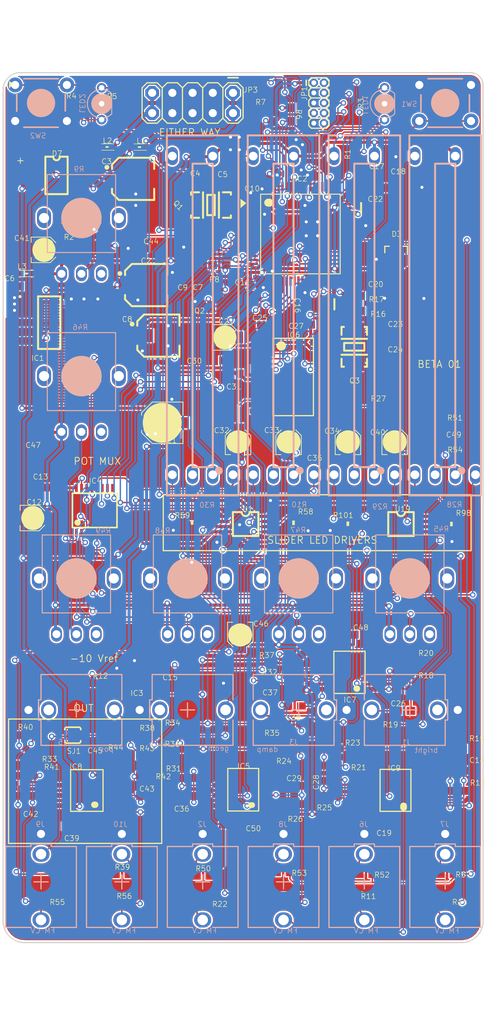
<source format=kicad_pcb>
(kicad_pcb (version 20240108) (generator "pcbnew") (generator_version "8.0")
  (layers (0 "F.Cu" signal) (31 "B.Cu" signal) (34 "B.Paste" user) (35 "F.Paste" user) (36 "B.SilkS" user "B.Silkscreen") (37 "F.SilkS" user "F.Silkscreen") (38 "B.Mask" user) (39 "F.Mask" user) (44 "Edge.Cuts" user))
  (net 0 "")
  (net 1 "+3V3")
  (net 2 "+3V3_A")
  (net 3 "AREF_-10")
  (net 4 "AUX_OUT")
  (net 5 "BOOT_FLASH")
  (net 6 "BRI-raw")
  (net 7 "BRIGHTNESS_ATT")
  (net 8 "BRIGHTNESS_CV")
  (net 9 "BRIGHTNESS_POT")
  (net 10 "CV_NORMALIZATION")
  (net 11 "DAMP-raw")
  (net 12 "DAMP_ATT")
  (net 13 "DAMP_CV")
  (net 14 "DAMP_POT")
  (net 15 "FM_CV")
  (net 16 "FREQUENCY_ATT")
  (net 17 "FREQUENCY_POT")
  (net 18 "GEOM-raw")
  (net 19 "GEOMETRY_ATT")
  (net 20 "GEOMETRY_CV")
  (net 21 "GEOMETRY_POT")
  (net 22 "GND")
  (net 23 "I2C_SCL")
  (net 24 "I2C_SDA")
  (net 25 "I2S_LRCK")
  (net 26 "I2S_SCK")
  (net 27 "I2S_SIN")
  (net 28 "I2S_SOUT")
  (net 29 "IN_1")
  (net 30 "IN_2")
  (net 31 "JTCK")
  (net 32 "JTDI")
  (net 33 "JTDO")
  (net 34 "JTMS")
  (net 35 "MAIN_OUT")
  (net 36 "MUX_ADDR_0")
  (net 37 "MUX_ADDR_1")
  (net 38 "MUX_ADDR_2")
  (net 39 "MUXED_POTS")
  (net 40 "N$2")
  (net 41 "N$3")
  (net 42 "N$4")
  (net 43 "N$5")
  (net 44 "N$7")
  (net 45 "N$8")
  (net 46 "N$9")
  (net 47 "N$11")
  (net 48 "N$12")
  (net 49 "N$13")
  (net 50 "N$14")
  (net 51 "N$15")
  (net 52 "N$16")
  (net 53 "N$17")
  (net 54 "N$18")
  (net 55 "N$19")
  (net 56 "N$20")
  (net 57 "N$21")
  (net 58 "N$22")
  (net 59 "N$23")
  (net 60 "N$25")
  (net 61 "N$27")
  (net 62 "N$28")
  (net 63 "N$29")
  (net 64 "N$30")
  (net 65 "N$31")
  (net 66 "N$32")
  (net 67 "N$33")
  (net 68 "N$34")
  (net 69 "N$35")
  (net 70 "N$37")
  (net 71 "N$38")
  (net 72 "N$39")
  (net 73 "N$40")
  (net 74 "N$41")
  (net 75 "N$42")
  (net 76 "N$43")
  (net 77 "N$44")
  (net 78 "N$45")
  (net 79 "N$46")
  (net 80 "N$47")
  (net 81 "N$56")
  (net 82 "N$64")
  (net 83 "N$66")
  (net 84 "Net_0")
  (net 85 "Net_1")
  (net 86 "Net_95")
  (net 87 "Net_96")
  (net 88 "Net_103")
  (net 89 "Net_104")
  (net 90 "Net_105")
  (net 91 "Net_106")
  (net 92 "Net_109")
  (net 93 "Net_116")
  (net 94 "NORMALIZATION_PROBE")
  (net 95 "POS-raw")
  (net 96 "POSITION_ATT")
  (net 97 "POSITION_CV")
  (net 98 "POSITION_POT")
  (net 99 "RESET")
  (net 100 "STRUM")
  (net 101 "SW_MODE")
  (net 102 "SW_POLYPHONY")
  (net 103 "V_OCT_CV")
  (net 104 "VCC")
  (net 105 "VEE")
  (footprint "rangoon:PANASONIC_A" (layer "F.Cu") (at 161.677375 96.746253 90)
    (property "Reference" "C34" (hide yes))
    (property "Value" "10u" (hide yes))
  )
  (footprint "rangoon:RES_0603_R58" (layer "F.Cu") (at 154.851108 106.906253 -90)
    (property "Reference" "R58" (hide yes))
    (property "Value" "1.0k" (hide yes))
  )
  (footprint "rangoon:CAP_0603" (layer "F.Cu") (at 165.861108 83.411253 90)
    (property "Reference" "C23" (hide yes))
    (property "Value" "18p" (hide yes))
  )
  (footprint "rangoon:CAP_0603_C5" (layer "F.Cu") (at 140.995375 74.86722 -90)
    (property "Reference" "C9" (hide yes))
    (property "Value" "100n" (hide yes))
  )
  (footprint "rangoon:CAP_0603" (layer "F.Cu") (at 155.066108 139.926253 180)
    (property "Reference" "C29" (hide yes))
    (property "Value" "2.2n" (hide yes))
  )
  (footprint "rangoon:SO08_IC7" (layer "F.Cu") (at 161.836108 125.896253 90)
    (property "Reference" "IC7" (hide yes))
    (property "Value" "MCP6002" (hide yes))
  )
  (footprint "rangoon:RES_0603" (layer "F.Cu") (at 175.386108 140.561253)
    (property "Reference" "R13" (hide yes))
    (property "Value" "47k" (hide yes))
  )
  (footprint "rangoon:RES_0603" (layer "F.Cu") (at 133.534375 154.668853)
    (property "Reference" "R56" (hide yes))
    (property "Value" "1.0k" (hide yes))
  )
  (footprint "rangoon:CAP_0603_C5" (layer "F.Cu") (at 157.849775 82.029186)
    (property "Reference" "C27" (hide yes))
    (property "Value" "100n" (hide yes))
  )
  (footprint "rangoon:CAP_0603_C5" (layer "F.Cu") (at 142.764141 74.879253 -89.99768495)
    (property "Reference" "C7" (hide yes))
    (property "Value" "1u" (hide yes))
  )
  (footprint "rangoon:TSC_7A_crystal" (layer "F.Cu") (at 144.465875 67.01412 180)
    (property "Reference" "Q1" (hide yes))
    (property "Value" "8MHz" (hide yes))
  )
  (footprint "rangoon:2X5-1.27" (layer "F.Cu") (at 158.661075 55.471253)
    (property "Reference" "JP1" (hide yes))
    (property "Value" "M05X2MINIJTAG" (hide yes))
  )
  (footprint "rangoon:TQFP-10X10-64" (layer "F.Cu") (at 155.707508 70.651253)
    (property "Reference" "IC2" (hide yes))
    (property "Value" "STM32F405RGT6" (hide yes))
  )
  (footprint "rangoon:RES_0603" (layer "F.Cu") (at 168.692741 125.696153 0.001683672972)
    (property "Reference" "R18" (hide yes))
    (property "Value" "20k" (hide yes))
  )
  (footprint "rangoon:CAP_0603_C5" (layer "F.Cu") (at 154.911575 127.828186 180)
    (property "Reference" "C37" (hide yes))
    (property "Value" "100n" (hide yes))
  )
  (footprint "rangoon:CAP_0603_C5" (layer "F.Cu") (at 148.069808 87.358086 90.0010523)
    (property "Reference" "C31" (hide yes))
    (property "Value" "100n" (hide yes))
  )
  (footprint "rangoon:RES_0603" (layer "F.Cu") (at 162.469841 80.30842)
    (property "Reference" "R16" (hide yes))
    (property "Value" "2.2k" (hide yes))
  )
  (footprint "rangoon:RES_0603" (layer "F.Cu") (at 123.139875 154.427053 -179.9987372)
    (property "Reference" "R55" (hide yes))
    (property "Value" "1.0k" (hide yes))
  )
  (footprint "rangoon:SOT23-BEC" (layer "F.Cu") (at 145.438975 78.760653)
    (property "Reference" "Q2" (hide yes))
    (property "Value" "MMBT3904" (hide yes))
  )
  (footprint "rangoon:CAP_0603" (layer "F.Cu") (at 166.202141 64.014353 90)
    (property "Reference" "C18" (hide yes))
    (property "Value" "1u" (hide yes))
  )
  (footprint "rangoon:CAP_0603_C5" (layer "F.Cu") (at 145.866875 64.05412)
    (property "Reference" "C5" (hide yes))
    (property "Value" "18p" (hide yes))
  )
  (footprint "rangoon:CAP_0603_C5" (layer "F.Cu") (at 165.861108 86.586253 -90)
    (property "Reference" "C24" (hide yes))
    (property "Value" "18p" (hide yes))
  )
  (footprint "rangoon:SO08" (layer "F.Cu") (at 148.501108 140.501253 90)
    (property "Reference" "IC5" (hide yes))
    (property "Value" "MCP6002" (hide yes))
  )
  (footprint "rangoon:RES_0603" (layer "F.Cu") (at 152.237608 55.69322 -90)
    (property "Reference" "R7" (hide yes))
    (property "Value" "10k" (hide yes))
  )
  (footprint "rangoon:RES_0603" (layer "F.Cu") (at 163.947675 150.99972 180)
    (property "Reference" "R52" (hide yes))
    (property "Value" "100k" (hide yes))
  )
  (footprint "rangoon:RES_0603" (layer "F.Cu") (at 128.261108 54.303886 -90)
    (property "Reference" "R4" (hide yes))
    (property "Value" "180" (hide yes))
  )
  (footprint "rangoon:CAP_0603" (layer "F.Cu") (at 142.691875 64.05412 180)
    (property "Reference" "C4" (hide yes))
    (property "Value" "18p" (hide yes))
  )
  (footprint "rangoon:RES_0603" (layer "F.Cu") (at 143.474875 151.21402)
    (property "Reference" "R50" (hide yes))
    (property "Value" "3.3M" (hide yes))
  )
  (footprint "rangoon:RES_0603" (layer "F.Cu") (at 133.297841 151.013853)
    (property "Reference" "R39" (hide yes))
    (property "Value" "47k" (hide yes))
  )
  (footprint "rangoon:RES_0603" (layer "F.Cu") (at 141.393708 133.615786)
    (property "Reference" "R34" (hide yes))
    (property "Value" "100k" (hide yes))
  )
  (footprint "rangoon:RES_0603" (layer "F.Cu") (at 155.033508 142.221786)
    (property "Reference" "R26" (hide yes))
    (property "Value" "20k" (hide yes))
  )
  (footprint "rangoon:PANASONIC_A" (layer "F.Cu") (at 154.216108 96.746253 90)
    (property "Reference" "C33" (hide yes))
    (property "Value" "10u" (hide yes))
  )
  (footprint "rangoon:CAPAE-5.3x5.3h7" (layer "F.Cu") (at 134.676108 63.726253)
    (property "Reference" "C3" (hide yes))
    (property "Value" "47u" (hide yes))
  )
  (footprint "rangoon:CAP_0603_C5" (layer "F.Cu") (at 121.252375 77.22002)
    (property "Reference" "C6" (hide yes))
    (property "Value" "100n" (hide yes))
  )
  (footprint "rangoon:CAP_0603_C5" (layer "F.Cu") (at 151.638775 82.122586)
    (property "Reference" "C25" (hide yes))
    (property "Value" "100n" (hide yes))
  )
  (footprint "rangoon:CAP_0603_C5" (layer "F.Cu") (at 162.455475 76.496986)
    (property "Reference" "C20" (hide yes))
    (property "Value" "100n" (hide yes))
  )
  (footprint "rangoon:0603" (layer "F.Cu") (at 121.387075 75.614586)
    (property "Reference" "L3" (hide yes))
    (property "Value" "WE-CBF_0603" (hide yes))
  )
  (footprint "rangoon:SSOP28" (layer "F.Cu") (at 154.793308 88.913853 -90)
    (property "Reference" "IC6" (hide yes))
    (property "Value" "WM8731" (hide yes))
  )
  (footprint "rangoon:RES_0603" (layer "F.Cu") (at 155.008175 123.45482)
    (property "Reference" "R37" (hide yes))
    (property "Value" "120k" (hide yes))
  )
  (footprint "rangoon:DBZ_R-PDSO-G3" (layer "F.Cu") (at 134.776575 126.118386 -90)
    (property "Reference" "IC3" (hide yes))
    (property "Value" "LM4040B10" (hide yes))
  )
  (footprint "rangoon:RES_0603" (layer "F.Cu") (at 136.436108 133.576253)
    (property "Reference" "R38" (hide yes))
    (property "Value" "47k" (hide yes))
  )
  (footprint "rangoon:CAP_0603_C5" (layer "F.Cu") (at 157.708608 96.111253 -90)
    (property "Reference" "C35" (hide yes))
    (property "Value" "100n" (hide yes))
  )
  (footprint "rangoon:RES_0603" (layer "F.Cu") (at 159.511108 141.196253 180)
    (property "Reference" "R25" (hide yes))
    (property "Value" "20k" (hide yes))
  )
  (footprint "rangoon:CAP_0805" (layer "F.Cu") (at 157.975608 79.473891 -179.9987372)
    (property "Reference" "C16" (hide yes))
    (property "Value" "2.2u" (hide yes))
  )
  (footprint "rangoon:CAP_0603_C5" (layer "F.Cu") (at 149.427641 77.93112 -90)
    (property "Reference" "C11" (hide yes))
    (property "Value" "100n" (hide yes))
  )
  (footprint "rangoon:TSSOP-8" (layer "F.Cu") (at 168.344875 107.06502)
    (property "Reference" "U19" (hide yes))
    (property "Value" "TLV2172" (hide yes))
  )
  (footprint "rangoon:CAP_0603_C5" (layer "F.Cu") (at 146.872641 144.788786)
    (property "Reference" "C50" (hide yes))
    (property "Value" "100n" (hide yes))
  )
  (footprint "rangoon:CAP_0603_C5" (layer "F.Cu") (at 123.027341 102.475786 180)
    (property "Reference" "C13" (hide yes))
    (property "Value" "100n" (hide yes))
  )
  (footprint "rangoon:RES_0603" (layer "F.Cu") (at 172.274408 93.41292 180)
    (property "Reference" "R51" (hide yes))
    (property "Value" "6.8k" (hide yes))
  )
  (footprint "rangoon:RES_0603" (layer "F.Cu") (at 172.211108 97.381253)
    (property "Reference" "R54" (hide yes))
    (property "Value" "36k" (hide yes))
  )
  (footprint "rangoon:RES_0603_R58" (layer "F.Cu") (at 142.098808 106.86682 -90)
    (property "Reference" "R59" (hide yes))
    (property "Value" "1.0k" (hide yes))
  )
  (footprint "rangoon:CAP_0603_C5" (layer "F.Cu") (at 172.211108 95.476253)
    (property "Reference" "C49" (hide yes))
    (property "Value" "220p" (hide yes))
  )
  (footprint "rangoon:RES_0603" (layer "F.Cu") (at 164.217375 54.303753 90)
    (property "Reference" "R3" (hide yes))
    (property "Value" "180" (hide yes))
  )
  (footprint "rangoon:0603" (layer "F.Cu") (at 131.501175 59.728786)
    (property "Reference" "L2" (hide yes))
    (property "Value" "WE-CBF_0603" (hide yes))
  )
  (footprint "rangoon:CAP_0603_C5" (layer "F.Cu") (at 159.511108 139.291253)
    (property "Reference" "C28" (hide yes))
    (property "Value" "10n" (hide yes))
  )
  (footprint "rangoon:TSC_7A_crystal_Q3" (layer "F.Cu") (at 162.471108 84.812253 90)
    (property "Reference" "Q3" (hide yes))
    (property "Value" "12.288MHz" (hide yes))
  )
  (footprint "rangoon:RES_0603" (layer "F.Cu") (at 136.436108 138.656253 180)
    (property "Reference" "R42" (hide yes))
    (property "Value" "47k" (hide yes))
  )
  (footprint "rangoon:RES_0603" (layer "F.Cu") (at 174.146341 150.98182 180)
    (property "Reference" "R57" (hide yes))
    (property "Value" "470k" (hide yes))
  )
  (footprint "rangoon:RES_0603" (layer "F.Cu") (at 153.545708 150.77452 180)
    (property "Reference" "R53" (hide yes))
    (property "Value" "1M" (hide yes))
  )
  (footprint "rangoon:TSSOP16" (layer "F.Cu") (at 129.496041 105.351197 0.001683672972)
    (property "Reference" "IC4" (hide yes))
    (property "Value" "4051PW" (hide yes))
  )
  (footprint "rangoon:CAPAE-5.3x5.3h7" (layer "F.Cu") (at 137.851108 83.411253)
    (property "Reference" "C8" (hide yes))
    (property "Value" "47u" (hide yes))
  )
  (footprint "rangoon:RES_0603" (layer "F.Cu") (at 162.411375 78.413386)
    (property "Reference" "R17" (hide yes))
    (property "Value" "2.2k" (hide yes))
  )
  (footprint "rangoon:RES_0603" (layer "F.Cu") (at 133.434808 54.261053 90)
    (property "Reference" "R5" (hide yes))
    (property "Value" "180" (hide yes))
  )
  (footprint "rangoon:RES_0603" (layer "F.Cu") (at 130.391808 127.02352)
    (property "Reference" "R12" (hide yes))
    (property "Value" "2.2k" (hide yes))
  )
  (footprint "rangoon:RES_0603" (layer "F.Cu") (at 132.626108 133.576253 180)
    (property "Reference" "R44" (hide yes))
    (property "Value" "47k" (hide yes))
  )
  (footprint "rangoon:PANASONIC_A" (layer "F.Cu") (at 167.551108 96.746253 90)
    (property "Reference" "C40" (hide yes))
    (property "Value" "10u" (hide yes))
  )
  (footprint "rangoon:RES_0603_R58" (layer "F.Cu") (at 161.677375 107.026553 -90)
    (property "Reference" "R101" (hide yes))
    (property "Value" "1.0k" (hide yes))
  )
  (footprint "rangoon:SO08_IC8" (layer "F.Cu") (at 128.816108 140.501253 90.0010523)
    (property "Reference" "IC8" (hide yes))
    (property "Value" "TL072" (hide yes))
  )
  (footprint "rangoon:CAP_0603_C5" (layer "F.Cu") (at 121.196108 141.196253)
    (property "Reference" "C42" (hide yes))
    (property "Value" "18p" (hide yes))
  )
  (footprint "rangoon:RES_0603" (layer "F.Cu") (at 121.196108 133.576253 180)
    (property "Reference" "R40" (hide yes))
    (property "Value" "6.8k" (hide yes))
  )
  (footprint "rangoon:0603" (layer "F.Cu") (at 135.577708 59.741553)
    (property "Reference" "L1" (hide yes))
    (property "Value" "WE-CBF_0603" (hide yes))
  )
  (footprint "rangoon:SJ_2S-NOTRACE" (layer "F.Cu") (at 127.091175 133.571353 180)
    (property "Reference" "SJ1" (hide yes))
    (property "Value" "SOLDERJUMPERNC2" (hide yes))
  )
  (footprint "rangoon:RES_0603" (layer "F.Cu") (at 154.851108 132.091253 180)
    (property "Reference" "R35" (hide yes))
    (property "Value" "100k" (hide yes))
  )
  (footprint "rangoon:CAP_0603_C5" (layer "F.Cu") (at 136.971008 72.464853)
    (property "Reference" "C44" (hide yes))
    (property "Value" "100n" (hide yes))
  )
  (footprint "rangoon:RES_0603" (layer "F.Cu") (at 154.739341 135.246253 180)
    (property "Reference" "R24" (hide yes))
    (property "Value" "120k" (hide yes))
  )
  (footprint "rangoon:RES_0603" (layer "F.Cu") (at 145.512475 74.549453 180)
    (property "Reference" "R8" (hide yes))
    (property "Value" "10k" (hide yes))
  )
  (footprint "rangoon:RES_0603_R58" (layer "F.Cu") (at 174.694875 107.06502 -90)
    (property "Reference" "R98" (hide yes))
    (property "Value" "1.0k" (hide yes))
  )
  (footprint "rangoon:SOT23" (layer "F.Cu") (at 167.736308 72.84932)
    (property "Reference" "D3" (hide yes))
    (property "Value" "BAT54S" (hide yes))
  )
  (footprint "rangoon:RES_0603" (layer "F.Cu") (at 121.196108 136.116253 180)
    (property "Reference" "R33" (hide yes))
    (property "Value" "47k" (hide yes))
  )
  (footprint "rangoon:RES_0603" (layer "F.Cu") (at 159.511108 137.386253)
    (property "Reference" "R21" (hide yes))
    (property "Value" "100k" (hide yes))
  )
  (footprint "rangoon:RES_0603" (layer "F.Cu") (at 141.503575 138.94962 180)
    (property "Reference" "R31" (hide yes))
    (property "Value" "20k" (hide yes))
  )
  (footprint "rangoon:RES_0603" (layer "F.Cu") (at 159.609475 135.238386)
    (property "Reference" "R23" (hide yes))
    (property "Value" "120k" (hide yes))
  )
  (footprint "rangoon:CAP_0603_C5" (layer "F.Cu") (at 168.603241 127.860553 -179.9987372)
    (property "Reference" "C26" (hide yes))
    (property "Value" "10n" (hide yes))
  )
  (footprint "rangoon:CAP_0603_C5" (layer "F.Cu") (at 154.977208 129.947053)
    (property "Reference" "C38" (hide yes))
    (property "Value" "10n" (hide yes))
  )
  (footprint "rangoon:CAP_0603_C5" (layer "F.Cu") (at 136.436108 141.196253)
    (property "Reference" "C43" (hide yes))
    (property "Value" "18p" (hide yes))
  )
  (footprint "rangoon:R1206" (layer "F.Cu") (at 129.223341 72.379353 180)
    (property "Reference" "R2" (hide yes))
    (property "Value" "4.7" (hide yes))
  )
  (footprint "rangoon:CAP_0603_C5" (layer "F.Cu") (at 122.385675 95.553986 180)
    (property "Reference" "C47" (hide yes))
    (property "Value" "100n" (hide yes))
  )
  (footprint "rangoon:PANASONIC_A" (layer "F.Cu") (at 122.069975 106.30762)
    (property "Reference" "C12" (hide yes))
    (property "Value" "10u" (hide yes))
  )
  (footprint "rangoon:SOT223-4" (layer "F.Cu") (at 124.131108 81.781253)
    (property "Reference" "IC1" (hide yes))
    (property "Value" "LM1117-3.3" (hide yes))
  )
  (footprint "rangoon:RES_0603" (layer "F.Cu") (at 141.533808 135.277653)
    (property "Reference" "R36" (hide yes))
    (property "Value" "120k" (hide yes))
  )
  (footprint "rangoon:CAP_0603_C5" (layer "F.Cu") (at 163.320008 120.958786)
    (property "Reference" "C48" (hide yes))
    (property "Value" "100n" (hide yes))
  )
  (footprint "rangoon:PANASONIC_A" (layer "F.Cu") (at 147.866108 96.746253 90)
    (property "Reference" "C32" (hide yes))
    (property "Value" "10u" (hide yes))
  )
  (footprint "rangoon:CAP_0603_C5" (layer "F.Cu") (at 127.126108 145.006253)
    (property "Reference" "C39" (hide yes))
    (property "Value" "100n" (hide yes))
  )
  (footprint "rangoon:CAP_0603_C5" (layer "F.Cu") (at 130.688841 136.543553)
    (property "Reference" "C45" (hide yes))
    (property "Value" "100n" (hide yes))
  )
  (footprint "rangoon:RES_0603" (layer "F.Cu") (at 162.530008 90.99522)
    (property "Reference" "R27" (hide yes))
    (property "Value" "36k" (hide yes))
  )
  (footprint "rangoon:CAPAE-5.3x5.3h7" (layer "F.Cu") (at 136.313841 77.061253)
    (property "Reference" "C2" (hide yes))
    (property "Value" "47u" (hide yes))
  )
  (footprint "rangoon:RES_0603" (layer "F.Cu") (at 121.196108 138.656253 180)
    (property "Reference" "R41" (hide yes))
    (property "Value" "47k" (hide yes))
  )
  (footprint "rangoon:RES_0603" (layer "F.Cu") (at 175.252175 135.28022 180)
    (property "Reference" "R15" (hide yes))
    (property "Value" "180k" (hide yes))
  )
  (footprint "rangoon:CAP_0805_C22" (layer "F.Cu") (at 165.333608 67.410753)
    (property "Reference" "C22" (hide yes))
    (property "Value" "2.2u" (hide yes))
  )
  (footprint "rangoon:PANASONIC_A" (layer "F.Cu") (at 123.465108 72.642186)
    (property "Reference" "C41" (hide yes))
    (property "Value" "10u" (hide yes))
  )
  (footprint "rangoon:RES_0603" (layer "F.Cu") (at 173.866875 154.410986 180)
    (property "Reference" "R14" (hide yes))
    (property "Value" "100k" (hide yes))
  )
  (footprint "rangoon:CAP_0603_C5" (layer "F.Cu") (at 175.386108 138.021253 180)
    (property "Reference" "C14" (hide yes))
    (property "Value" "2.2n" (hide yes))
  )
  (footprint "rangoon:CAP_0603_C5" (layer "F.Cu") (at 141.529275 141.196253)
    (property "Reference" "C36" (hide yes))
    (property "Value" "10n" (hide yes))
  )
  (footprint "rangoon:RES_0603" (layer "F.Cu") (at 136.436108 136.116253)
    (property "Reference" "R43" (hide yes))
    (property "Value" "6.8k" (hide yes))
  )
  (footprint "rangoon:RES_0603" (layer "F.Cu") (at 143.568541 154.67222 -179.9987372)
    (property "Reference" "R22" (hide yes))
    (property "Value" "100k" (hide yes))
  )
  (footprint "rangoon:RES_0603" (layer "F.Cu") (at 154.851108 126.008886 180)
    (property "Reference" "R32" (hide yes))
    (property "Value" "20k" (hide yes))
  )
  (footprint "rangoon:RES_0603" (layer "F.Cu") (at 168.747608 130.516053 -179.9987372)
    (property "Reference" "R19" (hide yes))
    (property "Value" "100k" (hide yes))
  )
  (footprint "rangoon:SO08" (layer "F.Cu") (at 167.614875 140.501253 90)
    (property "Reference" "IC9" (hide yes))
    (property "Value" "MCP6002" (hide yes))
  )
  (footprint "rangoon:CAP_0603_C5" (layer "F.Cu") (at 139.167775 127.211586)
    (property "Reference" "C15" (hide yes))
    (property "Value" "100n" (hide yes))
  )
  (footprint "rangoon:CAP_0603_C5" (layer "F.Cu") (at 164.886975 144.235386)
    (property "Reference" "C19" (hide yes))
    (property "Value" "100n" (hide yes))
  )
  (footprint "rangoon:PANASONIC_A" (layer "F.Cu") (at 148.136408 120.990053 -90)
    (property "Reference" "C46" (hide yes))
    (property "Value" "10u" (hide yes))
  )
  (footprint "rangoon:TSSOP-8" (layer "F.Cu") (at 148.818608 107.06502)
    (property "Reference" "U1" (hide yes))
    (property "Value" "TLV2172" (hide yes))
  )
  (footprint "rangoon:CAP_0603_C5" (layer "F.Cu") (at 163.885941 64.066753 90)
    (property "Reference" "C17" (hide yes))
    (property "Value" "100n" (hide yes))
  )
  (footprint "rangoon:AVR_ICSP" (layer "F.Cu") (at 142.151108 54.201253 -90)
    (property "Reference" "JP3" (hide yes))
    (property "Value" "M05X2PTH" (hide yes))
  )
  (footprint "rangoon:PANASONIC_C" (layer "F.Cu") (at 138.341108 94.351253 -179.9987372)
    (property "Reference" "C1" (hide yes))
    (property "Value" "22u" (hide yes))
  )
  (footprint "rangoon:RES_0603" (layer "F.Cu") (at 154.557541 55.648586 90.0010523)
    (property "Reference" "R6" (hide yes))
    (property "Value" "10k" (hide yes))
  )
  (footprint "rangoon:CAP_0603_C5" (layer "F.Cu") (at 145.192875 86.518353 -179.9987372)
    (property "Reference" "C30" (hide yes))
    (property "Value" "1u" (hide yes))
  )
  (footprint "rangoon:RES_0603" (layer "F.Cu") (at 163.909908 154.699486)
    (property "Reference" "R11" (hide yes))
    (property "Value" "100k" (hide yes))
  )
  (footprint "rangoon:RES_0603" (layer "F.Cu") (at 168.599908 123.047253 180)
    (property "Reference" "R20" (hide yes))
    (property "Value" "120k" (hide yes))
  )
  (footprint "rangoon:CAP_0603_C5" (layer "F.Cu") (at 150.012341 63.477353 180)
    (property "Reference" "C10" (hide yes))
    (property "Value" "100n" (hide yes))
  )
  (footprint "rangoon:RES_0603" (layer "F.Cu") (at 162.539375 60.88252 90)
    (property "Reference" "R1" (hide yes))
    (property "Value" "180" (hide yes))
  )
  (footprint "rangoon:SOP-4_6.5x2.54" (layer "F.Cu") (at 125.045941 63.294753 0.001683672972)
    (property "Reference" "D7" (hide yes))
    (property "Value" "MB1S" (hide yes))
  )
  (footprint "rangoon:PANASONIC_A" (layer "F.Cu") (at 146.202975 83.638286)
    (property "Reference" "C21" (hide yes))
    (property "Value" "10u" (hide yes))
  )
  (footprint "rangoon:BOURNS_PTL_30mm_R30" (layer "B.Cu") (at 143.421108 80.871253 90)
    (property "Reference" "R30" (hide yes))
    (property "Value" "BOURNS PTL LED SLIDE POT " (hide yes))
  )
  (footprint "rangoon:Thonkiconn_J3" (layer "B.Cu") (at 155.486108 130.401253 90)
    (property "Reference" "J3" (hide yes))
    (property "Value" "PJ301_THONKICONN6" (hide yes))
  )
  (footprint "rangoon:Thonkiconn_J2" (layer "B.Cu") (at 153.581108 151.991253 180)
    (property "Reference" "J8" (hide yes))
    (property "Value" "PJ301_THONKICONN6" (hide yes))
  )
  (footprint "rangoon:Thonkiconn" (layer "B.Cu") (at 169.456108 130.401267 90.00147321)
    (property "Reference" "J1" (hide yes))
    (property "Value" "PJ301_THONKICONN6" (hide yes))
  )
  (footprint "rangoon:Thonkiconn_J2" (layer "B.Cu") (at 173.901108 151.991253 180)
    (property "Reference" "J7" (hide yes))
    (property "Value" "PJ301_THONKICONN6" (hide yes))
  )
  (footprint "rangoon:Thonkiconn_J5" (layer "B.Cu") (at 127.546108 130.401243 -89.9989477)
    (property "Reference" "J5" (hide yes))
    (property "Value" "PJ301_THONKICONN6" (hide yes))
  )
  (footprint "rangoon:BOURNS_PTL_30mm" (layer "B.Cu") (at 153.581108 80.871253 90)
    (property "Reference" "R10" (hide yes))
    (property "Value" "BOURNS PTL LED SLIDE POT " (hide yes))
  )
  (footprint "rangoon:ALPS_POT_VERTICAL_PS_R49" (layer "B.Cu") (at 127.546108 113.891253)
    (property "Reference" "R49" (hide yes))
    (property "Value" "10kB" (hide yes))
  )
  (footprint "rangoon:LED-BICOLOR-THROUGHHOLE" (layer "B.Cu") (at 130.721098 54.296253 -90)
    (property "Reference" "LED2" (hide yes))
    (property "Value" "WP115VEGW" (hide yes))
  )
  (footprint "rangoon:BOURNS_PTL_30mm" (layer "B.Cu") (at 163.741108 80.871253 90)
    (property "Reference" "R29" (hide yes))
    (property "Value" "BOURNS PTL LED SLIDE POT " (hide yes))
  )
  (footprint "rangoon:ALPS_POT_VERTICAL_PS" (layer "B.Cu") (at 128.181108 88.491253)
    (property "Reference" "R46" (hide yes))
    (property "Value" "10kB" (hide yes))
  )
  (footprint "rangoon:TACTILE-PTH" (layer "B.Cu") (at 173.901108 54.201253 180)
    (property "Reference" "SW1" (hide yes))
    (property "Value" "TAC_SWITCHPTH" (hide yes))
  )
  (footprint "rangoon:LED-BICOLOR-THROUGHHOLE" (layer "B.Cu") (at 166.281098 54.296253 -90)
    (property "Reference" "LED1" (hide yes))
    (property "Value" "WP115VEGW" (hide yes))
  )
  (footprint "rangoon:ALPS_POT_VERTICAL_PS_R45" (layer "B.Cu") (at 169.456108 113.891253)
    (property "Reference" "R45" (hide yes))
    (property "Value" "10kB" (hide yes))
  )
  (footprint "rangoon:ALPS_POT_VERTICAL_PS_R48" (layer "B.Cu") (at 141.516108 113.891253)
    (property "Reference" "R48" (hide yes))
    (property "Value" "10kB" (hide yes))
  )
  (footprint "rangoon:Thonkiconn_J2" (layer "B.Cu") (at 133.261108 151.991253 180)
    (property "Reference" "J10" (hide yes))
    (property "Value" "PJ301_THONKICONN6" (hide yes))
  )
  (footprint "rangoon:Thonkiconn_J2" (layer "B.Cu") (at 163.741108 151.991253 180)
    (property "Reference" "J6" (hide yes))
    (property "Value" "PJ301_THONKICONN6" (hide yes))
  )
  (footprint "rangoon:BOURNS_PTL_30mm_R28" (layer "B.Cu") (at 173.901108 80.871253 90)
    (property "Reference" "R28" (hide yes))
    (property "Value" "BOURNS PTL LED SLIDE POT " (hide yes))
  )
  (footprint "rangoon:Thonkiconn_J4" (layer "B.Cu") (at 141.516108 130.401243 -89.9989477)
    (property "Reference" "J4" (hide yes))
    (property "Value" "PJ301_THONKICONN6" (hide yes))
  )
  (footprint "rangoon:Thonkiconn_J2" (layer "B.Cu") (at 143.421108 151.991253 180)
    (property "Reference" "J2" (hide yes))
    (property "Value" "PJ301_THONKICONN6" (hide yes))
  )
  (footprint "rangoon:ALPS_POT_VERTICAL_PS" (layer "B.Cu") (at 128.181108 68.64622)
    (property "Reference" "R9" (hide yes))
    (property "Value" "10kB" (hide yes))
  )
  (footprint "rangoon:ALPS_POT_VERTICAL_PS" (layer "B.Cu") (at 155.486108 113.891253)
    (property "Reference" "R47" (hide yes))
    (property "Value" "10kB" (hide yes))
  )
  (footprint "rangoon:Thonkiconn_J2" (layer "B.Cu") (at 123.101108 151.991253 180)
    (property "Reference" "J9" (hide yes))
    (property "Value" "PJ301_THONKICONN6" (hide yes))
  )
  (footprint "rangoon:TACTILE-PTH_SW2" (layer "B.Cu") (at 123.101108 54.201253 0.001262754521)
    (property "Reference" "SW2" (hide yes))
    (property "Value" "TAC_SWITCHPTH" (hide yes))
  )
  (gr_line (start 138.466108 103.384253) (end 177.156108 103.384253) (stroke (width 0.152)) (layer "F.SilkS"))
  (gr_line (start 169.597108 137.864253) (end 169.597108 143.129253) (stroke (width 0.152)) (layer "F.SilkS"))
  (gr_line (start 138.271108 147.156253) (end 119.028108 147.156253) (stroke (width 0.152)) (layer "F.SilkS"))
  (gr_line (start 159.912108 128.333253) (end 159.912108 123.029253) (stroke (width 0.152)) (layer "F.SilkS"))
  (gr_line (start 163.833108 123.029253) (end 163.833108 128.333253) (stroke (width 0.152)) (layer "F.SilkS"))
  (gr_line (start 119.028108 131.544253) (end 138.271108 131.544253) (stroke (width 0.152)) (layer "F.SilkS"))
  (gr_line (start 130.897108 137.902253) (end 130.897108 143.129253) (stroke (width 0.152)) (layer "F.SilkS"))
  (gr_line (start 159.912108 123.029253) (end 163.833108 123.029253) (stroke (width 0.152)) (layer "F.SilkS"))
  (gr_line (start 163.833108 128.333253) (end 159.912108 128.333253) (stroke (width 0.152)) (layer "F.SilkS"))
  (gr_line (start 169.597108 143.129253) (end 165.716108 143.129253) (stroke (width 0.152)) (layer "F.SilkS"))
  (gr_line (start 138.466108 110.406253) (end 138.466108 103.384253) (stroke (width 0.152)) (layer "F.SilkS"))
  (gr_line (start 150.458108 137.748253) (end 150.458108 143.090253) (stroke (width 0.152)) (layer "F.SilkS"))
  (gr_line (start 165.716108 137.864253) (end 169.597108 137.864253) (stroke (width 0.152)) (layer "F.SilkS"))
  (gr_line (start 146.577108 143.090253) (end 146.577108 137.748253) (stroke (width 0.152)) (layer "F.SilkS"))
  (gr_line (start 126.823108 137.902253) (end 130.897108 137.902253) (stroke (width 0.152)) (layer "F.SilkS"))
  (gr_line (start 138.271108 131.544253) (end 138.271108 147.156253) (stroke (width 0.152)) (layer "F.SilkS"))
  (gr_line (start 150.458108 143.090253) (end 146.577108 143.090253) (stroke (width 0.152)) (layer "F.SilkS"))
  (gr_line (start 119.028108 147.156253) (end 119.028108 131.544253) (stroke (width 0.152)) (layer "F.SilkS"))
  (gr_line (start 130.897108 143.129253) (end 126.823108 143.129253) (stroke (width 0.152)) (layer "F.SilkS"))
  (gr_line (start 177.156108 103.384253) (end 177.156108 110.406253) (stroke (width 0.152)) (layer "F.SilkS"))
  (gr_line (start 177.156108 110.406253) (end 138.466108 110.406253) (stroke (width 0.152)) (layer "F.SilkS"))
  (gr_line (start 146.577108 137.748253) (end 150.458108 137.748253) (stroke (width 0.152)) (layer "F.SilkS"))
  (gr_line (start 126.823108 143.129253) (end 126.823108 137.902253) (stroke (width 0.152)) (layer "F.SilkS"))
  (gr_line (start 165.716108 143.129253) (end 165.716108 137.864253) (stroke (width 0.152)) (layer "F.SilkS"))
  (gr_line (start 121.196108 159.611253) (end 176.123108 159.611253) (stroke (width 0.14)) (layer "Edge.Cuts"))
  (gr_line (start 118.338108 52.296253) (end 118.338108 156.754253) (stroke (width 0.14)) (layer "Edge.Cuts"))
  (gr_line (start 177.076108 50.391253) (end 120.243108 50.391253) (stroke (width 0.14)) (layer "Edge.Cuts"))
  (gr_arc (start 118.338108 52.296255) (mid 118.973108 51.026254) (end 120.243108 50.391253) (stroke (width 0.14)) (layer "Edge.Cuts"))
  (gr_arc (start 121.196108 159.611253) (mid 119.125617 158.824468) (end 118.338108 156.754253) (stroke (width 0.14)) (layer "Edge.Cuts"))
  (gr_arc (start 178.664108 156.754253) (mid 177.985312 158.709011) (end 176.123108 159.611253) (stroke (width 0.14)) (layer "Edge.Cuts"))
  (gr_line (start 178.664108 156.754253) (end 178.664108 51.978253) (stroke (width 0.14)) (layer "Edge.Cuts"))
  (gr_arc (start 177.076108 50.391253) (mid 178.198786 50.855867) (end 178.664108 51.978253) (stroke (width 0.14)) (layer "Edge.Cuts"))
  (gr_text "JM" (at 169.801108 81.192253 0) (layer "F.Cu") (effects (font (size 3.1086 3.1086) (thickness 0.3454)) (justify left top)))
  (gr_text "" (at 173.901108 152.876253 360) (layer "B.SilkS") (effects (font (size 0.001 0.001)) (justify left mirror)))
  (gr_text "" (at 155.581108 99.870253 0) (layer "B.SilkS") (effects (font (size 0.001 0.001)) (justify left mirror)))
  (gr_text "SW1" (at 170.430108 54.725253 360) (layer "B.SilkS") (effects (font (size 0.666 0.666) (thickness 0.074)) (justify left bottom mirror)))
  (gr_text "" (at 132.476108 63.186253 0) (layer "B.SilkS") (effects (font (size 0.001 0.001)) (justify left mirror)))
  (gr_text "" (at 131.991108 53.026629 270) (layer "B.SilkS") (effects (font (size 0.001 0.001)) (justify left mirror)))
  (gr_text "" (at 126.149108 55.199253 0) (layer "B.SilkS") (effects (font (size 0.001 0.001)) (justify left mirror)))
  (gr_text "" (at 147.921108 58.270253 0) (layer "B.SilkS") (effects (font (size 0.001 0.001)) (justify left mirror)))
  (gr_text "" (at 144.691108 147.229253 360) (layer "B.SilkS") (effects (font (size 0.001 0.001)) (justify left mirror)))
  (gr_text "" (at 124.371108 147.229253 360) (layer "B.SilkS") (effects (font (size 0.001 0.001)) (justify left mirror)))
  (gr_text "" (at 163.741108 131.672253 89.99852679) (layer "B.SilkS") (effects (font (size 0.001 0.001)) (justify left mirror)))
  (gr_text "" (at 143.421108 152.876253 360) (layer "B.SilkS") (effects (font (size 0.001 0.001)) (justify left mirror)))
  (gr_text "" (at 162.471108 147.546253 360) (layer "B.SilkS") (effects (font (size 0.001 0.001)) (justify left mirror)))
  (gr_text "" (at 127.543108 129.511253 0) (layer "B.SilkS") (effects (font (size 0.001 0.001)) (justify left mirror)))
  (gr_text "" (at 120.053108 55.229253 0) (layer "B.SilkS") (effects (font (size 0.001 0.001)) (justify left mirror)))
  (gr_text "" (at 178.401108 103.472253 0) (layer "B.SilkS") (effects (font (size 0.001 0.001)) (justify left mirror)))
  (gr_text "" (at 149.081108 103.472253 0) (layer "B.SilkS") (effects (font (size 0.001 0.001)) (justify left mirror)))
  (gr_text "" (at 130.721108 71.186253 0) (layer "B.SilkS") (effects (font (size 0.001 0.001)) (justify left mirror)))
  (gr_text "J9" (at 123.638108 145.146253 360) (layer "B.SilkS") (effects (font (size 0.666 0.666) (thickness 0.074)) (justify left bottom mirror)))
  (gr_text "" (at 131.991108 147.229253 360) (layer "B.SilkS") (effects (font (size 0.001 0.001)) (justify left mirror)))
  (gr_text "" (at 158.081108 103.472253 0) (layer "B.SilkS") (effects (font (size 0.001 0.001)) (justify left mirror)))
  (gr_text "" (at 137.071108 129.131253 0) (layer "B.SilkS") (effects (font (size 0.001 0.001)) (justify left mirror)))
  (gr_text "" (at 147.866108 147.546253 360) (layer "B.SilkS") (effects (font (size 0.001 0.001)) (justify left mirror)))
  (gr_text "" (at 168.241108 58.270253 0) (layer "B.SilkS") (effects (font (size 0.001 0.001)) (justify left mirror)))
  (gr_text "" (at 174.791108 151.988253 360) (layer "B.SilkS") (effects (font (size 0.001 0.001)) (justify left mirror)))
  (gr_text "" (at 167.551108 53.026629 270) (layer "B.SilkS") (effects (font (size 0.001 0.001)) (justify left mirror)))
  (gr_text "" (at 130.086108 116.431253 0) (layer "B.SilkS") (effects (font (size 0.001 0.001)) (justify left mirror)))
  (gr_text "" (at 138.921108 103.472253 0) (layer "B.SilkS") (effects (font (size 0.001 0.001)) (justify left mirror)))
  (gr_text "" (at 169.401108 103.472253 0) (layer "B.SilkS") (effects (font (size 0.001 0.001)) (justify left mirror)))
  (gr_text "" (at 165.161108 108.431253 0) (layer "B.SilkS") (effects (font (size 0.001 0.001)) (justify left mirror)))
  (gr_text "" (at 122.784108 131.671253 0) (layer "B.SilkS") (effects (font (size 0.001 0.001)) (justify left mirror)))
  (gr_text "" (at 127.081108 69.271253 0) (layer "B.SilkS") (effects (font (size 0.001 0.001)) (justify left mirror)))
  (gr_text "" (at 123.251108 118.221253 0) (layer "B.SilkS") (effects (font (size 0.001 0.001)) (justify left mirror)))
  (gr_text "" (at 175.171108 61.823253 0) (layer "B.SilkS") (effects (font (size 0.001 0.001)) (justify left mirror)))
  (gr_text "" (at 170.853108 53.203253 360) (layer "B.SilkS") (effects (font (size 0.001 0.001)) (justify left mirror)))
  (gr_text "" (at 163.741108 125.956253 89.99852679) (layer "B.SilkS") (effects (font (size 0.001 0.001)) (justify left mirror)))
  (gr_text "" (at 171.742108 51.153253 360) (layer "B.SilkS") (effects (font (size 0.001 0.001)) (justify left mirror)))
  (gr_text "" (at 158.081108 103.472253 0) (layer "B.SilkS") (effects (font (size 0.001 0.001)) (justify left mirror)))
  (gr_text "" (at 138.976108 157.706253 360) (layer "B.SilkS") (effects (font (size 0.001 0.001)) (justify left mirror)))
  (gr_text "" (at 127.546108 147.546253 360) (layer "B.SilkS") (effects (font (size 0.001 0.001)) (justify left mirror)))
  (gr_text "" (at 166.266108 99.870253 0) (layer "B.SilkS") (effects (font (size 0.001 0.001)) (justify left mirror)))
  (gr_text "R28" (at 176.085108 105.015253 360) (layer "B.SilkS") (effects (font (size 0.666 0.666) (thickness 0.074)) (justify left bottom mirror)))
  (gr_text "J10" (at 134.025108 145.146253 360) (layer "B.SilkS") (effects (font (size 0.666 0.666) (thickness 0.074)) (justify left bottom mirror)))
  (gr_text "" (at 149.771108 131.671253 0) (layer "B.SilkS") (effects (font (size 0.001 0.001)) (justify left mirror)))
  (gr_text "" (at 142.151108 157.706253 360) (layer "B.SilkS") (effects (font (size 0.001 0.001)) (justify left mirror)))
  (gr_text "" (at 165.011108 157.706253 360) (layer "B.SilkS") (effects (font (size 0.001 0.001)) (justify left mirror)))
  (gr_text "" (at 154.851108 147.546253 360) (layer "B.SilkS") (effects (font (size 0.001 0.001)) (justify left mirror)))
  (gr_text "" (at 134.531108 157.706253 360) (layer "B.SilkS") (effects (font (size 0.001 0.001)) (justify left mirror)))
  (gr_text "" (at 123.101108 125.956253 0) (layer "B.SilkS") (effects (font (size 0.001 0.001)) (justify left mirror)))
  (gr_text "" (at 127.081108 69.271253 0) (layer "B.SilkS") (effects (font (size 0.001 0.001)) (justify left mirror)))
  (gr_text "" (at 134.531108 147.229253 360) (layer "B.SilkS") (effects (font (size 0.001 0.001)) (justify left mirror)))
  (gr_text "" (at 125.260108 57.249253 0) (layer "B.SilkS") (effects (font (size 0.001 0.001)) (justify left mirror)))
  (gr_text "" (at 128.816108 157.706253 360) (layer "B.SilkS") (effects (font (size 0.001 0.001)) (justify left mirror)))
  (gr_text "" (at 147.231108 134.846253 0) (layer "B.SilkS") (effects (font (size 0.001 0.001)) (justify left mirror)))
  (gr_text "" (at 123.251108 108.431253 0) (layer "B.SilkS") (effects (font (size 0.001 0.001)) (justify left mirror)))
  (gr_text "" (at 173.751108 108.431253 0) (layer "B.SilkS") (effects (font (size 0.001 0.001)) (justify left mirror)))
  (gr_text "" (at 137.221108 108.431253 0) (layer "B.SilkS") (effects (font (size 0.001 0.001)) (justify left mirror)))
  (gr_text "" (at 123.886108 92.821253 0) (layer "B.SilkS") (effects (font (size 0.001 0.001)) (justify left mirror)))
  (gr_text "" (at 175.171108 147.546253 360) (layer "B.SilkS") (effects (font (size 0.001 0.001)) (justify left mirror)))
  (gr_text "LED2" (at 127.886148 55.508053 270) (layer "B.SilkS") (effects (font (size 0.666 0.666) (thickness 0.074)) (justify left bottom mirror)))
  (gr_text "" (at 142.151108 147.546253 360) (layer "B.SilkS") (effects (font (size 0.001 0.001)) (justify left mirror)))
  (gr_text "" (at 165.741108 99.870253 0) (layer "B.SilkS") (effects (font (size 0.001 0.001)) (justify left mirror)))
  (gr_text "" (at 165.011108 61.823253 0) (layer "B.SilkS") (effects (font (size 0.001 0.001)) (justify left mirror)))
  (gr_text "" (at 165.161108 118.221253 0) (layer "B.SilkS") (effects (font (size 0.001 0.001)) (justify left mirror)))
  (gr_text "" (at 123.886108 72.976253 0) (layer "B.SilkS") (effects (font (size 0.001 0.001)) (justify left mirror)))
  (gr_text "" (at 172.631108 157.706253 360) (layer "B.SilkS") (effects (font (size 0.001 0.001)) (justify left mirror)))
  (gr_text "" (at 163.741108 129.131253 89.99852679) (layer "B.SilkS") (effects (font (size 0.001 0.001)) (justify left mirror)))
  (gr_text "J2" (at 143.976108 145.146253 360) (layer "B.SilkS") (effects (font (size 0.666 0.666) (thickness 0.074)) (justify left bottom mirror)))
  (gr_text "" (at 165.011108 147.229253 360) (layer "B.SilkS") (effects (font (size 0.001 0.001)) (justify left mirror)))
  (gr_text "" (at 142.401108 130.401253 0) (layer "B.SilkS") (effects (font (size 0.001 0.001)) (justify left mirror)))
  (gr_text "" (at 144.691108 147.546253 360) (layer "B.SilkS") (effects (font (size 0.001 0.001)) (justify left mirror)))
  (gr_text "" (at 173.751108 118.221253 0) (layer "B.SilkS") (effects (font (size 0.001 0.001)) (justify left mirror)))
  (gr_text "" (at 127.081108 89.116253 0) (layer "B.SilkS") (effects (font (size 0.001 0.001)) (justify left mirror)))
  (gr_text "" (at 154.386108 114.516253 0) (layer "B.SilkS") (effects (font (size 0.001 0.001)) (justify left mirror)))
  (gr_text "" (at 121.831108 147.546253 360) (layer "B.SilkS") (effects (font (size 0.001 0.001)) (justify left mirror)))
  (gr_text "" (at 131.841108 108.431253 0) (layer "B.SilkS") (effects (font (size 0.001 0.001)) (justify left mirror)))
  (gr_text "" (at 133.261108 129.131253 0) (layer "B.SilkS") (effects (font (size 0.001 0.001)) (justify left mirror)))
  (gr_text "" (at 131.841108 118.221253 0) (layer "B.SilkS") (effects (font (size 0.001 0.001)) (justify left mirror)))
  (gr_text "" (at 174.218108 129.131253 89.99852679) (layer "B.SilkS") (effects (font (size 0.001 0.001)) (justify left mirror)))
  (gr_text "" (at 139.066108 114.516253 0) (layer "B.SilkS") (effects (font (size 0.001 0.001)) (justify left mirror)))
  (gr_text "" (at 154.851108 61.823253 0) (layer "B.SilkS") (effects (font (size 0.001 0.001)) (justify left mirror)))
  (gr_text "" (at 133.261108 131.671253 0) (layer "B.SilkS") (effects (font (size 0.001 0.001)) (justify left mirror)))
  (gr_text "" (at 178.401108 58.270253 0) (layer "B.SilkS") (effects (font (size 0.001 0.001)) (justify left mirror)))
  (gr_text "" (at 129.421108 55.596629 270) (layer "B.SilkS") (effects (font (size 0.001 0.001)) (justify left mirror)))
  (gr_text "" (at 158.026108 116.431253 0) (layer "B.SilkS") (effects (font (size 0.001 0.001)) (justify left mirror)))
  (gr_text "" (at 176.060108 57.249253 360) (layer "B.SilkS") (effects (font (size 0.001 0.001)) (justify left mirror)))
  (gr_text "" (at 154.851108 61.823253 0) (layer "B.SilkS") (effects (font (size 0.001 0.001)) (justify left mirror)))
  (gr_text "" (at 144.311108 151.988253 360) (layer "B.SilkS") (effects (font (size 0.001 0.001)) (justify left mirror)))
  (gr_text "R45" (at 174.424108 108.078253 360) (layer "B.SilkS") (effects (font (size 0.666 0.666) (thickness 0.074)) (justify left bottom mirror)))
  (gr_text "" (at 162.471108 99.919253 0) (layer "B.SilkS") (effects (font (size 0.001 0.001)) (justify left mirror)))
  (gr_text "R9" (at 128.587108 62.901253 360) (layer "B.SilkS") (effects (font (size 0.666 0.666) (thickness 0.074)) (justify left bottom mirror)))
  (gr_text "" (at 159.296108 157.706253 360) (layer "B.SilkS") (effects (font (size 0.001 0.001)) (justify left mirror)))
  (gr_text "" (at 145.811108 108.431253 0) (layer "B.SilkS") (effects (font (size 0.001 0.001)) (justify left mirror)))
  (gr_text "R47" (at 156.437108 108.214253 360) (layer "B.SilkS") (effects (font (size 0.666 0.666) (thickness 0.074)) (justify left bottom mirror)))
  (gr_text "" (at 124.371108 157.706253 360) (layer "B.SilkS") (effects (font (size 0.001 0.001)) (justify left mirror)))
  (gr_text "" (at 162.471108 157.706253 360) (layer "B.SilkS") (effects (font (size 0.001 0.001)) (justify left mirror)))
  (gr_text "" (at 173.901108 129.131253 89.99852679) (layer "B.SilkS") (effects (font (size 0.001 0.001)) (justify left mirror)))
  (gr_text "" (at 149.771108 125.956253 0) (layer "B.SilkS") (effects (font (size 0.001 0.001)) (justify left mirror)))
  (gr_text "" (at 172.631108 99.919253 0) (layer "B.SilkS") (effects (font (size 0.001 0.001)) (justify left mirror)))
  (gr_text "" (at 173.901108 134.846253 89.99852679) (layer "B.SilkS") (effects (font (size 0.001 0.001)) (justify left mirror)))
  (gr_text "" (at 123.101108 152.876253 360) (layer "B.SilkS") (effects (font (size 0.001 0.001)) (justify left mirror)))
  (gr_text "" (at 132.476108 92.821253 0) (layer "B.SilkS") (effects (font (size 0.001 0.001)) (justify left mirror)))
  (gr_text "" (at 137.071108 129.131253 0) (layer "B.SilkS") (effects (font (size 0.001 0.001)) (justify left mirror)))
  (gr_text "" (at 172.123108 52.423253 360) (layer "B.SilkS") (effects (font (size 0.001 0.001)) (justify left mirror)))
  (gr_text "" (at 134.531108 147.546253 360) (layer "B.SilkS") (effects (font (size 0.001 0.001)) (justify left mirror)))
  (gr_text "" (at 173.901108 131.671253 89.99852679) (layer "B.SilkS") (effects (font (size 0.001 0.001)) (justify left mirror)))
  (gr_text "" (at 125.731108 69.271253 0) (layer "B.SilkS") (effects (font (size 0.001 0.001)) (justify left mirror)))
  (gr_text "J3" (at 155.490108 134.846253 0) (layer "B.SilkS") (effects (font (size 0.666 0.666) (thickness 0.074)) (justify left bottom mirror)))
  (gr_text "" (at 174.218108 131.671253 89.99852679) (layer "B.SilkS") (effects (font (size 0.001 0.001)) (justify left mirror)))
  (gr_text "" (at 142.150108 99.919253 0) (layer "B.SilkS") (effects (font (size 0.001 0.001)) (justify left mirror)))
  (gr_text "" (at 154.851108 147.546253 360) (layer "B.SilkS") (effects (font (size 0.001 0.001)) (justify left mirror)))
  (gr_text "" (at 137.071108 125.956253 0) (layer "B.SilkS") (effects (font (size 0.001 0.001)) (justify left mirror)))
  (gr_text "" (at 156.106108 99.870253 0) (layer "B.SilkS") (effects (font (size 0.001 0.001)) (justify left mirror)))
  (gr_text "J8" (at 154.136108 145.146253 360) (layer "B.SilkS") (effects (font (size 0.666 0.666) (thickness 0.074)) (justify left bottom mirror)))
  (gr_text "" (at 149.136108 157.706253 360) (layer "B.SilkS") (effects (font (size 0.001 0.001)) (justify left mirror)))
  (gr_text "" (at 134.531108 147.546253 360) (layer "B.SilkS") (effects (font (size 0.001 0.001)) (justify left mirror)))
  (gr_text "" (at 152.310108 99.919253 0) (layer "B.SilkS") (effects (font (size 0.001 0.001)) (justify left mirror)))
  (gr_text "" (at 159.931108 131.671253 0) (layer "B.SilkS") (effects (font (size 0.001 0.001)) (justify left mirror)))
  (gr_text "" (at 167.551108 53.026629 270) (layer "B.SilkS") (effects (font (size 0.001 0.001)) (justify left mirror)))
  (gr_text "" (at 176.426108 99.870253 0) (layer "B.SilkS") (effects (font (size 0.001 0.001)) (justify left mirror)))
  (gr_text "" (at 137.221108 118.221253 0) (layer "B.SilkS") (effects (font (size 0.001 0.001)) (justify left mirror)))
  (gr_text "" (at 118.656108 157.706253 360) (layer "B.SilkS") (effects (font (size 0.001 0.001)) (justify left mirror)))
  (gr_text "" (at 142.151108 147.229253 360) (layer "B.SilkS") (effects (font (size 0.001 0.001)) (justify left mirror)))
  (gr_text "" (at 132.476108 72.976253 0) (layer "B.SilkS") (effects (font (size 0.001 0.001)) (justify left mirror)))
  (gr_text "R30" (at 144.992108 105.066253 360) (layer "B.SilkS") (effects (font (size 0.666 0.666) (thickness 0.074)) (justify left bottom mirror)))
  (gr_text "" (at 169.456108 157.706253 360) (layer "B.SilkS") (effects (font (size 0.001 0.001)) (justify left mirror)))
  (gr_text "" (at 169.459108 131.291253 89.99852679) (layer "B.SilkS") (effects (font (size 0.001 0.001)) (justify left mirror)))
  (gr_text "J1" (at 169.624108 134.846253 0) (layer "B.SilkS") (effects (font (size 0.666 0.666) (thickness 0.074)) (justify left bottom mirror)))
  (gr_text "" (at 163.741108 152.876253 360) (layer "B.SilkS") (effects (font (size 0.001 0.001)) (justify left mirror)))
  (gr_text "" (at 131.991108 157.706253 360) (layer "B.SilkS") (effects (font (size 0.001 0.001)) (justify left mirror)))
  (gr_text "J6" (at 164.278108 145.146253 360) (layer "B.SilkS") (effects (font (size 0.666 0.666) (thickness 0.074)) (justify left bottom mirror)))
  (gr_text "" (at 175.171108 147.229253 360) (layer "B.SilkS") (effects (font (size 0.001 0.001)) (justify left mirror)))
  (gr_text "" (at 167.006108 114.516253 0) (layer "B.SilkS") (effects (font (size 0.001 0.001)) (justify left mirror)))
  (gr_text "" (at 147.921108 103.472253 0) (layer "B.SilkS") (effects (font (size 0.001 0.001)) (justify left mirror)))
  (gr_text "" (at 120.942108 51.153253 0) (layer "B.SilkS") (effects (font (size 0.001 0.001)) (justify left mirror)))
  (gr_text "SW2" (at 123.793108 58.703253 359.9987372) (layer "B.SilkS") (effects (font (size 0.666 0.666) (thickness 0.074)) (justify left bottom mirror)))
  (gr_text "" (at 159.931108 131.671253 0) (layer "B.SilkS") (effects (font (size 0.001 0.001)) (justify left mirror)))
  (gr_text "R10" (at 156.574108 105.015253 360) (layer "B.SilkS") (effects (font (size 0.666 0.666) (thickness 0.074)) (justify left bottom mirror)))
  (gr_text "" (at 162.471108 99.919253 0) (layer "B.SilkS") (effects (font (size 0.001 0.001)) (justify left mirror)))
  (gr_text "" (at 160.248108 131.671253 0) (layer "B.SilkS") (effects (font (size 0.001 0.001)) (justify left mirror)))
  (gr_text "" (at 173.901108 131.671253 89.99852679) (layer "B.SilkS") (effects (font (size 0.001 0.001)) (justify left mirror)))
  (gr_text "" (at 140.416108 114.516253 0) (layer "B.SilkS") (effects (font (size 0.001 0.001)) (justify left mirror)))
  (gr_text "" (at 164.631108 151.988253 360) (layer "B.SilkS") (effects (font (size 0.001 0.001)) (justify left mirror)))
  (gr_text "" (at 133.261108 134.846253 0) (layer "B.SilkS") (effects (font (size 0.001 0.001)) (justify left mirror)))
  (gr_text "" (at 172.631108 147.229253 360) (layer "B.SilkS") (effects (font (size 0.001 0.001)) (justify left mirror)))
  (gr_text "" (at 175.171108 147.546253 360) (layer "B.SilkS") (effects (font (size 0.001 0.001)) (justify left mirror)))
  (gr_text "" (at 131.991108 147.546253 360) (layer "B.SilkS") (effects (font (size 0.001 0.001)) (justify left mirror)))
  (gr_text "" (at 145.811108 118.221253 0) (layer "B.SilkS") (effects (font (size 0.001 0.001)) (justify left mirror)))
  (gr_text "" (at 140.416108 114.516253 0) (layer "B.SilkS") (effects (font (size 0.001 0.001)) (justify left mirror)))
  (gr_text "" (at 175.901108 99.870253 0) (layer "B.SilkS") (effects (font (size 0.001 0.001)) (justify left mirror)))
  (gr_text "" (at 176.949108 53.173253 360) (layer "B.SilkS") (effects (font (size 0.001 0.001)) (justify left mirror)))
  (gr_text "" (at 123.886108 83.031253 0) (layer "B.SilkS") (effects (font (size 0.001 0.001)) (justify left mirror)))
  (gr_text "" (at 144.691108 157.706253 360) (layer "B.SilkS") (effects (font (size 0.001 0.001)) (justify left mirror)))
  (gr_text "R29" (at 166.726108 105.271253 360) (layer "B.SilkS") (effects (font (size 0.666 0.666) (thickness 0.074)) (justify left bottom mirror)))
  (gr_text "" (at 152.311108 157.706253 360) (layer "B.SilkS") (effects (font (size 0.001 0.001)) (justify left mirror)))
  (gr_text "" (at 160.248108 129.131253 0) (layer "B.SilkS") (effects (font (size 0.001 0.001)) (justify left mirror)))
  (gr_text "" (at 132.476108 83.031253 0) (layer "B.SilkS") (effects (font (size 0.001 0.001)) (justify left mirror)))
  (gr_text "" (at 175.171108 157.706253 360) (layer "B.SilkS") (effects (font (size 0.001 0.001)) (justify left mirror)))
  (gr_text "" (at 172.631108 147.546253 360) (layer "B.SilkS") (effects (font (size 0.001 0.001)) (justify left mirror)))
  (gr_text "" (at 144.691108 61.823253 0) (layer "B.SilkS") (effects (font (size 0.001 0.001)) (justify left mirror)))
  (gr_text "" (at 144.056108 116.431253 0) (layer "B.SilkS") (effects (font (size 0.001 0.001)) (justify left mirror)))
  (gr_text "" (at 178.346108 147.546253 360) (layer "B.SilkS") (effects (font (size 0.001 0.001)) (justify left mirror)))
  (gr_text "" (at 134.151108 151.988253 360) (layer "B.SilkS") (effects (font (size 0.001 0.001)) (justify left mirror)))
  (gr_text "" (at 168.186108 147.546253 360) (layer "B.SilkS") (effects (font (size 0.001 0.001)) (justify left mirror)))
  (gr_text "" (at 151.191108 108.431253 0) (layer "B.SilkS") (effects (font (size 0.001 0.001)) (justify left mirror)))
  (gr_text "" (at 171.996108 116.431253 0) (layer "B.SilkS") (effects (font (size 0.001 0.001)) (justify left mirror)))
  (gr_text "" (at 124.879108 55.979253 0) (layer "B.SilkS") (effects (font (size 0.001 0.001)) (justify left mirror)))
  (gr_text "" (at 154.851108 147.229253 360) (layer "B.SilkS") (effects (font (size 0.001 0.001)) (justify left mirror)))
  (gr_text "" (at 123.886108 63.186253 0) (layer "B.SilkS") (effects (font (size 0.001 0.001)) (justify left mirror)))
  (gr_text "" (at 172.631108 99.919253 0) (layer "B.SilkS") (effects (font (size 0.001 0.001)) (justify left mirror)))
  (gr_text "" (at 145.946108 99.870253 0) (layer "B.SilkS") (effects (font (size 0.001 0.001)) (justify left mirror)))
  (gr_text "" (at 154.851108 157.706253 360) (layer "B.SilkS") (effects (font (size 0.001 0.001)) (justify left mirror)))
  (gr_text "" (at 159.931108 134.846253 0) (layer "B.SilkS") (effects (font (size 0.001 0.001)) (justify left mirror)))
  (gr_text "" (at 125.731108 89.116253 0) (layer "B.SilkS") (effects (font (size 0.001 0.001)) (justify left mirror)))
  (gr_text "R48" (at 139.403108 108.282253 360) (layer "B.SilkS") (effects (font (size 0.666 0.666) (thickness 0.074)) (justify left bottom mirror)))
  (gr_text "" (at 124.371108 147.546253 360) (layer "B.SilkS") (effects (font (size 0.001 0.001)) (justify left mirror)))
  (gr_text "" (at 127.081108 89.116253 0) (layer "B.SilkS") (effects (font (size 0.001 0.001)) (justify left mirror)))
  (gr_text "" (at 122.784108 129.131253 0) (layer "B.SilkS") (effects (font (size 0.001 0.001)) (justify left mirror)))
  (gr_text "" (at 141.513108 129.511253 0) (layer "B.SilkS") (effects (font (size 0.001 0.001)) (justify left mirror)))
  (gr_text "" (at 137.071108 131.671253 0) (layer "B.SilkS") (effects (font (size 0.001 0.001)) (justify left mirror)))
  (gr_text "" (at 142.150108 99.919253 0) (layer "B.SilkS") (effects (font (size 0.001 0.001)) (justify left mirror)))
  (gr_text "" (at 121.831108 147.229253 360) (layer "B.SilkS") (effects (font (size 0.001 0.001)) (justify left mirror)))
  (gr_text "" (at 147.921108 103.472253 0) (layer "B.SilkS") (effects (font (size 0.001 0.001)) (justify left mirror)))
  (gr_text "" (at 126.446108 114.516253 0) (layer "B.SilkS") (effects (font (size 0.001 0.001)) (justify left mirror)))
  (gr_text "" (at 126.446108 114.516253 0) (layer "B.SilkS") (effects (font (size 0.001 0.001)) (justify left mirror)))
  (gr_text "LED1" (at 163.446148 55.672053 270) (layer "B.SilkS") (effects (font (size 0.666 0.666) (thickness 0.074)) (justify left bottom mirror)))
  (gr_text "" (at 136.754108 131.671253 0) (layer "B.SilkS") (effects (font (size 0.001 0.001)) (justify left mirror)))
  (gr_text "" (at 123.101108 129.131253 0) (layer "B.SilkS") (effects (font (size 0.001 0.001)) (justify left mirror)))
  (gr_text "" (at 121.831108 157.706253 360) (layer "B.SilkS") (effects (font (size 0.001 0.001)) (justify left mirror)))
  (gr_text "" (at 154.471108 151.988253 360) (layer "B.SilkS") (effects (font (size 0.001 0.001)) (justify left mirror)))
  (gr_text "" (at 162.471108 147.229253 360) (layer "B.SilkS") (effects (font (size 0.001 0.001)) (justify left mirror)))
  (gr_text "" (at 154.386108 114.516253 0) (layer "B.SilkS") (effects (font (size 0.001 0.001)) (justify left mirror)))
  (gr_text "" (at 168.241108 103.472253 0) (layer "B.SilkS") (effects (font (size 0.001 0.001)) (justify left mirror)))
  (gr_text "" (at 144.691108 61.823253 0) (layer "B.SilkS") (effects (font (size 0.001 0.001)) (justify left mirror)))
  (gr_text "" (at 152.310108 99.919253 0) (layer "B.SilkS") (effects (font (size 0.001 0.001)) (justify left mirror)))
  (gr_text "" (at 168.356108 114.516253 0) (layer "B.SilkS") (effects (font (size 0.001 0.001)) (justify left mirror)))
  (gr_text "" (at 130.721108 91.031253 0) (layer "B.SilkS") (effects (font (size 0.001 0.001)) (justify left mirror)))
  (gr_text "" (at 123.101108 129.131253 0) (layer "B.SilkS") (effects (font (size 0.001 0.001)) (justify left mirror)))
  (gr_text "" (at 158.026108 147.546253 360) (layer "B.SilkS") (effects (font (size 0.001 0.001)) (justify left mirror)))
  (gr_text "J7" (at 174.456108 145.146253 360) (layer "B.SilkS") (effects (font (size 0.666 0.666) (thickness 0.074)) (justify left bottom mirror)))
  (gr_text "" (at 137.706108 147.546253 360) (layer "B.SilkS") (effects (font (size 0.001 0.001)) (justify left mirror)))
  (gr_text "" (at 147.231108 131.671253 0) (layer "B.SilkS") (effects (font (size 0.001 0.001)) (justify left mirror)))
  (gr_text "" (at 152.311108 147.229253 360) (layer "B.SilkS") (effects (font (size 0.001 0.001)) (justify left mirror)))
  (gr_text "" (at 154.601108 130.401253 0) (layer "B.SilkS") (effects (font (size 0.001 0.001)) (justify left mirror)))
  (gr_text "" (at 128.431108 130.401253 0) (layer "B.SilkS") (effects (font (size 0.001 0.001)) (justify left mirror)))
  (gr_text "" (at 175.171108 61.823253 0) (layer "B.SilkS") (effects (font (size 0.001 0.001)) (justify left mirror)))
  (gr_text "" (at 145.421108 99.870253 0) (layer "B.SilkS") (effects (font (size 0.001 0.001)) (justify left mirror)))
  (gr_text "" (at 125.096108 114.516253 0) (layer "B.SilkS") (effects (font (size 0.001 0.001)) (justify left mirror)))
  (gr_text "" (at 168.571108 130.401253 89.99852679) (layer "B.SilkS") (effects (font (size 0.001 0.001)) (justify left mirror)))
  (gr_text "" (at 165.011108 147.546253 360) (layer "B.SilkS") (effects (font (size 0.001 0.001)) (justify left mirror)))
  (gr_text "" (at 151.191108 118.221253 0) (layer "B.SilkS") (effects (font (size 0.001 0.001)) (justify left mirror)))
  (gr_text "" (at 124.371108 147.546253 360) (layer "B.SilkS") (effects (font (size 0.001 0.001)) (justify left mirror)))
  (gr_text "" (at 159.781108 118.221253 0) (layer "B.SilkS") (effects (font (size 0.001 0.001)) (justify left mirror)))
  (gr_text "" (at 149.771108 129.131253 0) (layer "B.SilkS") (effects (font (size 0.001 0.001)) (justify left mirror)))
  (gr_text "" (at 164.981108 55.596629 270) (layer "B.SilkS") (effects (font (size 0.001 0.001)) (justify left mirror)))
  (gr_text "" (at 159.931108 129.131253 0) (layer "B.SilkS") (effects (font (size 0.001 0.001)) (justify left mirror)))
  (gr_text "" (at 123.991108 151.988253 360) (layer "B.SilkS") (effects (font (size 0.001 0.001)) (justify left mirror)))
  (gr_text "R49" (at 131.951108 108.282253 360) (layer "B.SilkS") (effects (font (size 0.666 0.666) (thickness 0.074)) (justify left bottom mirror)))
  (gr_text "" (at 147.231108 129.131253 0) (layer "B.SilkS") (effects (font (size 0.001 0.001)) (justify left mirror)))
  (gr_text "" (at 168.356108 114.516253 0) (layer "B.SilkS") (effects (font (size 0.001 0.001)) (justify left mirror)))
  (gr_text "J5" (at 126.432108 134.846253 0) (layer "B.SilkS") (effects (font (size 0.666 0.666) (thickness 0.074)) (justify left bottom mirror)))
  (gr_text "" (at 159.781108 108.431253 0) (layer "B.SilkS") (effects (font (size 0.001 0.001)) (justify left mirror)))
  (gr_text "" (at 168.241108 103.472253 0) (layer "B.SilkS") (effects (font (size 0.001 0.001)) (justify left mirror)))
  (gr_text "J4" (at 139.581108 135.045253 0) (layer "B.SilkS") (effects (font (size 0.666 0.666) (thickness 0.074)) (justify left bottom mirror)))
  (gr_text "" (at 123.101108 131.671253 0) (layer "B.SilkS") (effects (font (size 0.001 0.001)) (justify left mirror)))
  (gr_text "" (at 159.241108 103.472253 0) (layer "B.SilkS") (effects (font (size 0.001 0.001)) (justify left mirror)))
  (gr_text "" (at 153.581108 152.876253 360) (layer "B.SilkS") (effects (font (size 0.001 0.001)) (justify left mirror)))
  (gr_text "" (at 165.011108 61.823253 0) (layer "B.SilkS") (effects (font (size 0.001 0.001)) (justify left mirror)))
  (gr_text "" (at 131.991108 53.026629 270) (layer "B.SilkS") (effects (font (size 0.001 0.001)) (justify left mirror)))
  (gr_text "" (at 133.261108 152.876253 360) (layer "B.SilkS") (effects (font (size 0.001 0.001)) (justify left mirror)))
  (gr_text "" (at 165.011108 147.546253 360) (layer "B.SilkS") (effects (font (size 0.001 0.001)) (justify left mirror)))
  (gr_text "" (at 178.401108 103.472253 0) (layer "B.SilkS") (effects (font (size 0.001 0.001)) (justify left mirror)))
  (gr_text "R46" (at 129.045108 82.746253 360) (layer "B.SilkS") (effects (font (size 0.666 0.666) (thickness 0.074)) (justify left bottom mirror)))
  (gr_text "" (at 153.036108 114.516253 0) (layer "B.SilkS") (effects (font (size 0.001 0.001)) (justify left mirror)))
  (gr_text "" (at 136.754108 129.131253 0) (layer "B.SilkS") (effects (font (size 0.001 0.001)) (justify left mirror)))
  (gr_text "" (at 158.081108 58.270253 0) (layer "B.SilkS") (effects (font (size 0.001 0.001)) (justify left mirror)))
  (gr_text "" (at 155.489108 131.291253 0) (layer "B.SilkS") (effects (font (size 0.001 0.001)) (justify left mirror)))
  (gr_text "" (at 152.311108 147.546253 360) (layer "B.SilkS") (effects (font (size 0.001 0.001)) (justify left mirror)))
  (gr_text "" (at 144.691108 147.546253 360) (layer "B.SilkS") (effects (font (size 0.001 0.001)) (justify left mirror)))
  (gr_text "" (at 133.664108 75.261253 0) (layer "F.SilkS") (effects (font (size 0.001 0.001)) (justify left)))
  (gr_text "" (at 127.891108 134.571253 0) (layer "F.SilkS") (effects (font (size 0.001 0.001)) (justify left)))
  (gr_text "" (at 126.446108 65.645253 0.001683672972) (layer "F.SilkS") (effects (font (size 0.001 0.001)) (justify left)))
  (gr_text "" (at 159.296108 56.423253 0) (layer "F.SilkS") (effects (font (size 0.001 0.001)) (justify left)))
  (gr_text "C12" (at 121.215108 104.707253 0) (layer "F.SilkS") (effects (font (size 0.666 0.666) (thickness 0.074)) (justify left bottom)))
  (gr_text "C30" (at 141.347108 86.986253 0.001262754521) (layer "F.SilkS") (effects (font (size 0.666 0.666) (thickness 0.074)) (justify left bottom)))
  (gr_text "Q1" (at 139.569108 66.830253 315) (layer "F.SilkS") (effects (font (size 0.666 0.666) (thickness 0.074)) (justify left bottom)))
  (gr_text "" (at 120.470108 105.357253 0) (layer "F.SilkS") (effects (font (size 0.001 0.001)) (justify left)))
  (gr_text "SJ1" (at 126.291108 135.950253 0) (layer "F.SilkS") (effects (font (size 0.666 0.666) (thickness 0.074)) (justify left bottom)))
  (gr_text "R55" (at 124.141108 154.927253 0) (layer "F.SilkS") (effects (font (size 0.666 0.666) (thickness 0.074)) (justify left bottom)))
  (gr_text "" (at 146.916108 98.346253 90) (layer "F.SilkS") (effects (font (size 0.001 0.001)) (justify left)))
  (gr_text "C32" (at 144.791108 95.705253 0) (layer "F.SilkS") (effects (font (size 0.666 0.666) (thickness 0.074)) (justify left bottom)))
  (gr_text "" (at 135.201108 84.661253 0) (layer "F.SilkS") (effects (font (size 0.001 0.001)) (justify left)))
  (gr_text "" (at 156.756108 51.979253 0) (layer "F.SilkS") (effects (font (size 0.001 0.001)) (justify left)))
  (gr_text "C13" (at 122.029108 101.520253 0) (layer "F.SilkS") (effects (font (size 0.666 0.666) (thickness 0.074)) (justify left bottom)))
  (gr_text "R25" (at 157.707108 143.063253 0) (layer "F.SilkS") (effects (font (size 0.666 0.666) (thickness 0.074)) (justify left bottom)))
  (gr_text "" (at 169.945108 105.565253 0) (layer "F.SilkS") (effects (font (size 0.001 0.001)) (justify left)))
  (gr_text "" (at 143.989108 65.744253 0) (layer "F.SilkS") (effects (font (size 0.001 0.001)) (justify left)))
  (gr_text "" (at 149.086108 119.390253 0) (layer "F.SilkS") (effects (font (size 0.001 0.001)) (justify left)))
  (gr_text "" (at 167.845108 105.565253 0) (layer "F.SilkS") (effects (font (size 0.001 0.001)) (justify left)))
  (gr_text "" (at 165.951108 98.346253 90) (layer "F.SilkS") (effects (font (size 0.001 0.001)) (justify left)))
  (gr_text "" (at 158.978108 52.296253 0) (layer "F.SilkS") (effects (font (size 0.001 0.001)) (justify left)))
  (gr_text "" (at 140.641108 93.501253 0) (layer "F.SilkS") (effects (font (size 0.001 0.001)) (justify left)))
  (gr_text "" (at 164.071108 86.312253 90) (layer "F.SilkS") (effects (font (size 0.001 0.001)) (justify left)))
  (gr_text "" (at 137.706108 56.741253 0) (layer "F.SilkS") (effects (font (size 0.001 0.001)) (justify left)))
  (gr_text "" (at 136.436108 51.661253 0) (layer "F.SilkS") (effects (font (size 0.001 0.001)) (justify left)))
  (gr_text "" (at 134.778108 59.341253 0) (layer "F.SilkS") (effects (font (size 0.001 0.001)) (justify left)))
  (gr_text "" (at 158.978108 52.296253 0) (layer "F.SilkS") (effects (font (size 0.001 0.001)) (justify left)))
  (gr_text "" (at 136.436108 56.741253 0) (layer "F.SilkS") (effects (font (size 0.001 0.001)) (justify left)))
  (gr_text "" (at 137.326108 66.376253 0) (layer "F.SilkS") (effects (font (size 0.001 0.001)) (justify left)))
  (gr_text "" (at 132.714108 75.311253 0) (layer "F.SilkS") (effects (font (size 0.001 0.001)) (justify left)))
  (gr_text "C29" (at 153.886108 139.383253 0) (layer "F.SilkS") (effects (font (size 0.666 0.666) (thickness 0.074)) (justify left bottom)))
  (gr_text "" (at 135.741108 93.101253 0) (layer "F.SilkS") (effects (font (size 0.001 0.001)) (justify left)))
  (gr_text "" (at 146.416108 98.196253 90) (layer "F.SilkS") (effects (font (size 0.001 0.001)) (justify left)))
  (gr_text "" (at 147.003108 85.238253 0) (layer "F.SilkS") (effects (font (size 0.001 0.001)) (justify left)))
  (gr_text "" (at 137.326108 61.076253 0) (layer "F.SilkS") (effects (font (size 0.001 0.001)) (justify left)))
  (gr_text "" (at 146.916108 97.846253 90) (layer "F.SilkS") (effects (font (size 0.001 0.001)) (justify left)))
  (gr_text "" (at 145.966108 65.414253 0) (layer "F.SilkS") (effects (font (size 0.001 0.001)) (justify left)))
  (gr_text "R4" (at 126.220108 53.715253 0) (layer "F.SilkS") (effects (font (size 0.666 0.666) (thickness 0.074)) (justify left bottom)))
  (gr_text "" (at 128.091108 132.871253 0) (layer "F.SilkS") (effects (font (size 0.001 0.001)) (justify left)))
  (gr_text "C37" (at 150.874108 128.617253 0) (layer "F.SilkS") (effects (font (size 0.666 0.666) (thickness 0.074)) (justify left bottom)))
  (gr_text "R11" (at 163.237108 154.199253 0) (layer "F.SilkS") (effects (font (size 0.666 0.666) (thickness 0.074)) (justify left bottom)))
  (gr_text "" (at 120.620108 104.857253 0) (layer "F.SilkS") (effects (font (size 0.001 0.001)) (justify left)))
  (gr_text "" (at 160.871108 87.312253 90) (layer "F.SilkS") (effects (font (size 0.001 0.001)) (justify left)))
  (gr_text "" (at 156.756108 54.519253 0) (layer "F.SilkS") (effects (font (size 0.001 0.001)) (justify left)))
  (gr_text "" (at 142.966108 65.414253 0) (layer "F.SilkS") (effects (font (size 0.001 0.001)) (justify left)))
  (gr_text "L2" (at 130.810108 59.329253 0) (layer "F.SilkS") (effects (font (size 0.666 0.666) (thickness 0.074)) (justify left bottom)))
  (gr_text "" (at 164.071108 83.312253 90) (layer "F.SilkS") (effects (font (size 0.001 0.001)) (justify left)))
  (gr_text "" (at 148.501108 52.296253 0) (layer "F.SilkS") (effects (font (size 0.001 0.001)) (justify left)))
  (gr_text "" (at 157.073108 54.836253 0) (layer "F.SilkS") (effects (font (size 0.001 0.001)) (justify left)))
  (gr_text "C10" (at 148.617108 65.343253 0) (layer "F.SilkS") (effects (font (size 0.666 0.666) (thickness 0.074)) (justify left bottom)))
  (gr_text "C25" (at 149.594108 81.575253 0) (layer "F.SilkS") (effects (font (size 0.666 0.666) (thickness 0.074)) (justify left bottom)))
  (gr_text "R101" (at 159.752108 106.356253 0) (layer "F.SilkS") (effects (font (size 0.666 0.666) (thickness 0.074)) (justify left bottom)))
  (gr_text "" (at 138.341108 56.106253 0) (layer "F.SilkS") (effects (font (size 0.001 0.001)) (justify left)))
  (gr_text "" (at 145.326108 51.661253 0) (layer "F.SilkS") (effects (font (size 0.001 0.001)) (justify left)))
  (gr_text "R41" (at 123.432108 137.951253 0) (layer "F.SilkS") (effects (font (size 0.666 0.666) (thickness 0.074)) (justify left bottom)))
  (gr_text "" (at 147.703108 84.538253 0) (layer "F.SilkS") (effects (font (size 0.001 0.001)) (justify left)))
  (gr_text "R14" (at 174.722108 154.911253 0) (layer "F.SilkS") (effects (font (size 0.666 0.666) (thickness 0.074)) (justify left bottom)))
  (gr_text "" (at 156.756108 51.344253 0) (layer "F.SilkS") (effects (font (size 0.001 0.001)) (justify left)))
  (gr_text "" (at 155.816108 98.346253 90) (layer "F.SilkS") (effects (font (size 0.001 0.001)) (justify left)))
  (gr_text "C11" (at 147.398108 77.120253 0) (layer "F.SilkS") (effects (font (size 0.666 0.666) (thickness 0.074)) (justify left bottom)))
  (gr_text "" (at 131.601108 59.629253 0) (layer "F.SilkS") (effects (font (size 0.001 0.001)) (justify left)))
  (gr_text "" (at 147.866108 56.741253 0) (layer "F.SilkS") (effects (font (size 0.001 0.001)) (justify left)))
  (gr_text "JP3" (at 148.501108 52.955253 0) (layer "F.SilkS") (effects (font (size 0.666 0.666) (thickness 0.074)) (justify left bottom)))
  (gr_text "" (at 166.101108 98.196253 90) (layer "F.SilkS") (effects (font (size 0.001 0.001)) (justify left)))
  (gr_text "" (at 146.596108 51.661253 0) (layer "F.SilkS") (effects (font (size 0.001 0.001)) (justify left)))
  (gr_text "" (at 163.741108 85.288253 90) (layer "F.SilkS") (effects (font (size 0.001 0.001)) (justify left)))
  (gr_text "" (at 159.296108 55.154253 0) (layer "F.SilkS") (effects (font (size 0.001 0.001)) (justify left)))
  (gr_text "R24" (at 152.618108 137.216253 0) (layer "F.SilkS") (effects (font (size 0.666 0.666) (thickness 0.074)) (justify left bottom)))
  (gr_text "" (at 144.942108 68.284253 0) (layer "F.SilkS") (effects (font (size 0.001 0.001)) (justify left)))
  (gr_text "" (at 138.964108 79.711253 0) (layer "F.SilkS") (effects (font (size 0.001 0.001)) (justify left)))
  (gr_text "R26" (at 154.051108 144.492253 0) (layer "F.SilkS") (effects (font (size 0.666 0.666) (thickness 0.074)) (justify left bottom)))
  (gr_text "IC3" (at 134.292108 128.688253 0) (layer "F.SilkS") (effects (font (size 0.666 0.666) (thickness 0.074)) (justify left bottom)))
  (gr_text "" (at 169.151108 98.346253 90) (layer "F.SilkS") (effects (font (size 0.001 0.001)) (justify left)))
  (gr_text "" (at 161.201108 85.288253 90) (layer "F.SilkS") (effects (font (size 0.001 0.001)) (justify left)))
  (gr_text "" (at 161.831108 106.743253 0) (layer "F.SilkS") (effects (font (size 0.001 0.001)) (justify left)))
  (gr_text "C9" (at 140.200108 77.757253 0) (layer "F.SilkS") (effects (font (size 0.666 0.666) (thickness 0.074)) (justify left bottom)))
  (gr_text "R16" (at 164.467108 81.097253 0) (layer "F.SilkS") (effects (font (size 0.666 0.666) (thickness 0.074)) (justify left bottom)))
  (gr_text "" (at 166.745108 108.565253 0) (layer "F.SilkS") (effects (font (size 0.001 0.001)) (justify left)))
  (gr_text "" (at 147.219108 108.565253 0) (layer "F.SilkS") (effects (font (size 0.001 0.001)) (justify left)))
  (gr_text "C5" (at 145.221108 63.554253 0) (layer "F.SilkS") (effects (font (size 0.666 0.666) (thickness 0.074)) (justify left bottom)))
  (gr_text "" (at 156.756108 53.884253 0) (layer "F.SilkS") (effects (font (size 0.001 0.001)) (justify left)))
  (gr_text "R40" (at 120.142108 132.958253 0) (layer "F.SilkS") (effects (font (size 0.666 0.666) (thickness 0.074)) (justify left bottom)))
  (gr_text "" (at 162.577108 95.246253 90) (layer "F.SilkS") (effects (font (size 0.001 0.001)) (justify left)))
  (gr_text "" (at 133.664108 75.261253 0) (layer "F.SilkS") (effects (font (size 0.001 0.001)) (justify left)))
  (gr_text "" (at 148.318108 105.565253 0) (layer "F.SilkS") (effects (font (size 0.001 0.001)) (justify left)))
  (gr_text "" (at 135.201108 81.611253 0) (layer "F.SilkS") (effects (font (size 0.001 0.001)) (justify left)))
  (gr_text "C18" (at 166.984108 63.199253 0) (layer "F.SilkS") (effects (font (size 0.666 0.666) (thickness 0.074)) (justify left bottom)))
  (gr_text "C49" (at 173.963108 96.247253 0) (layer "F.SilkS") (effects (font (size 0.666 0.666) (thickness 0.074)) (justify left bottom)))
  (gr_text "" (at 122.015108 71.192253 0) (layer "F.SilkS") (effects (font (size 0.001 0.001)) (justify left)))
  (gr_text "" (at 149.466108 98.346253 90) (layer "F.SilkS") (effects (font (size 0.001 0.001)) (justify left)))
  (gr_text "" (at 145.961108 56.106253 0) (layer "F.SilkS") (effects (font (size 0.001 0.001)) (justify left)))
  (gr_text "C50" (at 148.767108 145.680253 0) (layer "F.SilkS") (effects (font (size 0.666 0.666) (thickness 0.074)) (justify left bottom)))
  (gr_text "" (at 155.116108 95.246253 90) (layer "F.SilkS") (effects (font (size 0.001 0.001)) (justify left)))
  (gr_text "" (at 134.251108 81.661253 0) (layer "F.SilkS") (effects (font (size 0.001 0.001)) (justify left)))
  (gr_text "" (at 148.501108 56.106253 0) (layer "F.SilkS") (effects (font (size 0.001 0.001)) (justify left)))
  (gr_text "R58" (at 155.351108 105.905253 0) (layer "F.SilkS") (effects (font (size 0.666 0.666) (thickness 0.074)) (justify left bottom)))
  (gr_text "C24" (at 166.617108 85.549253 0) (layer "F.SilkS") (effects (font (size 0.666 0.666) (thickness 0.074)) (justify left bottom)))
  (gr_text "BETA 01" (at 170.359108 86.475253 0) (layer "F.SilkS") (effects (font (size 0.8883 0.8883) (thickness 0.0987)) (justify left top)))
  (gr_text "" (at 143.421108 52.296253 0) (layer "F.SilkS") (effects (font (size 0.001 0.001)) (justify left)))
  (gr_text "" (at 142.786108 51.661253 0) (layer "F.SilkS") (effects (font (size 0.001 0.001)) (justify left)))
  (gr_text "L1" (at 135.050108 59.341253 0) (layer "F.SilkS") (effects (font (size 0.666 0.666) (thickness 0.074)) (justify left bottom)))
  (gr_text "R5" (at 131.333108 53.764253 0) (layer "F.SilkS") (effects (font (size 0.666 0.666) (thickness 0.074)) (justify left bottom)))
  (gr_text "" (at 140.641108 95.201253 0) (layer "F.SilkS") (effects (font (size 0.001 0.001)) (justify left)))
  (gr_text "R1" (at 162.039108 61.347253 90) (layer "F.SilkS") (effects (font (size 0.666 0.666) (thickness 0.074)) (justify left bottom)))
  (gr_text "" (at 168.451108 95.246253 90) (layer "F.SilkS") (effects (font (size 0.001 0.001)) (justify left)))
  (gr_text "" (at 122.731108 78.481253 0) (layer "F.SilkS") (effects (font (size 0.001 0.001)) (justify left)))
  (gr_text "" (at 145.465108 68.614253 0) (layer "F.SilkS") (effects (font (size 0.001 0.001)) (justify left)))
  (gr_text "C28" (at 158.074108 140.498253 90) (layer "F.SilkS") (effects (font (size 0.666 0.666) (thickness 0.074)) (justify left bottom)))
  (gr_text "" (at 140.501108 80.761253 0) (layer "F.SilkS") (effects (font (size 0.001 0.001)) (justify left)))
  (gr_text "" (at 163.333108 68.060253 0) (layer "F.SilkS") (effects (font (size 0.001 0.001)) (justify left)))
  (gr_text "" (at 166.314108 73.001253 0) (layer "F.SilkS") (effects (font (size 0.001 0.001)) (justify left)))
  (gr_text "" (at 169.159108 72.189253 0) (layer "F.SilkS") (effects (font (size 0.001 0.001)) (justify left)))
  (gr_text "" (at 124.265108 74.242253 0) (layer "F.SilkS") (effects (font (size 0.001 0.001)) (justify left)))
  (gr_text "" (at 140.246108 51.661253 0) (layer "F.SilkS") (effects (font (size 0.001 0.001)) (justify left)))
  (gr_text "IC4" (at 129.064108 102.026253 0.001683672972) (layer "F.SilkS") (effects (font (size 0.666 0.666) (thickness 0.074)) (justify left bottom)))
  (gr_text "" (at 144.056108 56.741253 0) (layer "F.SilkS") (effects (font (size 0.001 0.001)) (justify left)))
  (gr_text "" (at 126.446108 60.944253 0.001683672972) (layer "F.SilkS") (effects (font (size 0.001 0.001)) (justify left)))
  (gr_text "" (at 140.791108 96.801253 0) (layer "F.SilkS") (effects (font (size 0.001 0.001)) (justify left)))
  (gr_text "R23" (at 161.260108 134.922253 0) (layer "F.SilkS") (effects (font (size 0.666 0.666) (thickness 0.074)) (justify left bottom)))
  (gr_text "" (at 146.966108 65.414253 0) (layer "F.SilkS") (effects (font (size 0.001 0.001)) (justify left)))
  (gr_text "C44" (at 135.916108 71.965253 0) (layer "F.SilkS") (effects (font (size 0.666 0.666) (thickness 0.074)) (justify left bottom)))
  (gr_text "" (at 138.976108 51.661253 0) (layer "F.SilkS") (effects (font (size 0.001 0.001)) (justify left)))
  (gr_text "" (at 122.365108 73.592253 0) (layer "F.SilkS") (effects (font (size 0.001 0.001)) (justify left)))
  (gr_text "POT MUX" (at 127.135108 98.652253 0) (layer "F.SilkS") (effects (font (size 0.8883 0.8883) (thickness 0.0987)) (justify left top)))
  (gr_text "R42" (at 137.455108 139.156253 0) (layer "F.SilkS") (effects (font (size 0.666 0.666) (thickness 0.074)) (justify left bottom)))
  (gr_text "" (at 144.942108 68.284253 0) (layer "F.SilkS") (effects (font (size 0.001 0.001)) (justify left)))
  (gr_text "" (at 168.600108 72.189253 0) (layer "F.SilkS") (effects (font (size 0.001 0.001)) (justify left)))
  (gr_text "" (at 152.616108 98.346253 90) (layer "F.SilkS") (effects (font (size 0.001 0.001)) (justify left)))
  (gr_text "" (at 135.201108 81.611253 0) (layer "F.SilkS") (effects (font (size 0.001 0.001)) (justify left)))
  (gr_text "U19" (at 167.526108 105.565253 0) (layer "F.SilkS") (effects (font (size 0.666 0.666) (thickness 0.074)) (justify left bottom)))
  (gr_text "" (at 166.745108 105.565253 0) (layer "F.SilkS") (effects (font (size 0.001 0.001)) (justify left)))
  (gr_text "" (at 146.266108 98.346253 90) (layer "F.SilkS") (effects (font (size 0.001 0.001)) (justify left)))
  (gr_text "C38" (at 153.801108 131.757253 0) (layer "F.SilkS") (effects (font (size 0.666 0.666) (thickness 0.074)) (justify left bottom)))
  (gr_text "" (at 152.247108 93.457253 0) (layer "F.SilkS") (effects (font (size 0.001 0.001)) (justify left)))
  (gr_text "" (at 127.041108 107.501253 0.001683672972) (layer "F.SilkS") (effects (font (size 0.001 0.001)) (justify left)))
  (gr_text "R39" (at 132.315108 150.514253 0) (layer "F.SilkS") (effects (font (size 0.666 0.666) (thickness 0.074)) (justify left bottom)))
  (gr_text "Q3" (at 161.805108 89.465253 0) (layer "F.SilkS") (effects (font (size 0.666 0.666) (thickness 0.074)) (justify left bottom)))
  (gr_text "R2" (at 125.923108 71.429253 0) (layer "F.SilkS") (effects (font (size 0.666 0.666) (thickness 0.074)) (justify left bottom)))
  (gr_text "" (at 160.077108 98.346253 90) (layer "F.SilkS") (effects (font (size 0.001 0.001)) (justify left)))
  (gr_text "" (at 124.646108 60.944253 0.001683672972) (layer "F.SilkS") (effects (font (size 0.001 0.001)) (justify left)))
  (gr_text "R7" (at 150.008108 54.487253 0) (layer "F.SilkS") (effects (font (size 0.666 0.666) (thickness 0.074)) (justify left bottom)))
  (gr_text "" (at 146.596108 56.741253 0) (layer "F.SilkS") (effects (font (size 0.001 0.001)) (justify left)))
  (gr_text "L3" (at 120.089108 75.128253 0) (layer "F.SilkS") (effects (font (size 0.666 0.666) (thickness 0.074)) (justify left bottom)))
  (gr_text "" (at 159.296108 54.519253 0) (layer "F.SilkS") (effects (font (size 0.001 0.001)) (justify left)))
  (gr_text "" (at 143.421108 56.106253 0) (layer "F.SilkS") (effects (font (size 0.001 0.001)) (justify left)))
  (gr_text "" (at 122.187108 76.014253 0) (layer "F.SilkS") (effects (font (size 0.001 0.001)) (justify left)))
  (gr_text "" (at 158.978108 51.026253 0) (layer "F.SilkS") (effects (font (size 0.001 0.001)) (justify left)))
  (gr_text "" (at 160.077108 95.946253 90) (layer "F.SilkS") (effects (font (size 0.001 0.001)) (justify left)))
  (gr_text "C17" (at 164.273108 62.560253 0) (layer "F.SilkS") (effects (font (size 0.666 0.666) (thickness 0.074)) (justify left bottom)))
  (gr_text "" (at 146.536108 121.790253 0) (layer "F.SilkS") (effects (font (size 0.001 0.001)) (justify left)))
  (gr_text "C35" (at 156.474108 99.170253 0) (layer "F.SilkS") (effects (font (size 0.666 0.666) (thickness 0.074)) (justify left bottom)))
  (gr_text "-10 Vref" (at 126.688108 123.426253 0) (layer "F.SilkS") (effects (font (size 0.8883 0.8883) (thickness 0.0987)) (justify left top)))
  (gr_text "" (at 122.365108 71.692253 0) (layer "F.SilkS") (effects (font (size 0.001 0.001)) (justify left)))
  (gr_text "" (at 145.103108 84.588253 0) (layer "F.SilkS") (effects (font (size 0.001 0.001)) (justify left)))
  (gr_text "" (at 144.603108 85.238253 0) (layer "F.SilkS") (effects (font (size 0.001 0.001)) (justify left)))
  (gr_text "" (at 157.073108 52.296253 0) (layer "F.SilkS") (effects (font (size 0.001 0.001)) (justify left)))
  (gr_text "R17" (at 164.247108 79.249253 0) (layer "F.SilkS") (effects (font (size 0.666 0.666) (thickness 0.074)) (justify left bottom)))
  (gr_text "" (at 144.056108 51.661253 0) (layer "F.SilkS") (effects (font (size 0.001 0.001)) (justify left)))
  (gr_text "" (at 149.319108 105.565253 0) (layer "F.SilkS") (effects (font (size 0.001 0.001)) (justify left)))
  (gr_text "IC9" (at 166.634108 138.112253 0) (layer "F.SilkS") (effects (font (size 0.666 0.666) (thickness 0.074)) (justify left bottom)))
  (gr_text "" (at 156.756108 55.154253 0) (layer "F.SilkS") (effects (font (size 0.001 0.001)) (justify left)))
  (gr_text "R19" (at 166.016108 132.633253 0.001262754521) (layer "F.SilkS") (effects (font (size 0.666 0.666) (thickness 0.074)) (justify left bottom)))
  (gr_text "" (at 162.627108 97.846253 90) (layer "F.SilkS") (effects (font (size 0.001 0.001)) (justify left)))
  (gr_text "" (at 166.601108 98.346253 90) (layer "F.SilkS") (effects (font (size 0.001 0.001)) (justify left)))
  (gr_text "IC7" (at 161.073108 129.518253 0) (layer "F.SilkS") (effects (font (size 0.666 0.666) (thickness 0.074)) (justify left bottom)))
  (gr_text "" (at 122.731108 78.481253 0) (layer "F.SilkS") (effects (font (size 0.001 0.001)) (justify left)))
  (gr_text "C46" (at 149.736108 119.971253 0) (layer "F.SilkS") (effects (font (size 0.666 0.666) (thickness 0.074)) (justify left bottom)))
  (gr_text "" (at 132.026108 61.926253 0) (layer "F.SilkS") (effects (font (size 0.001 0.001)) (justify left)))
  (gr_text "C16" (at 154.954108 78.599253 270.0012628) (layer "F.SilkS") (effects (font (size 0.666 0.666) (thickness 0.074)) (justify left bottom)))
  (gr_text "" (at 158.978108 56.106253 0) (layer "F.SilkS") (effects (font (size 0.001 0.001)) (justify left)))
  (gr_text "" (at 156.756108 55.789253 0) (layer "F.SilkS") (effects (font (size 0.001 0.001)) (justify left)))
  (gr_text "R98" (at 175.195108 106.082253 0) (layer "F.SilkS") (effects (font (size 0.666 0.666) (thickness 0.074)) (justify left bottom)))
  (gr_text "" (at 155.004108 106.623253 0) (layer "F.SilkS") (effects (font (size 0.001 0.001)) (justify left)))
  (gr_text "" (at 163.277108 98.346253 90) (layer "F.SilkS") (effects (font (size 0.001 0.001)) (justify left)))
  (gr_text "" (at 159.296108 53.884253 0) (layer "F.SilkS") (effects (font (size 0.001 0.001)) (justify left)))
  (gr_text "" (at 145.326108 56.741253 0) (layer "F.SilkS") (effects (font (size 0.001 0.001)) (justify left)))
  (gr_text "R13" (at 176.970108 139.940253 0) (layer "F.SilkS") (effects (font (size 0.666 0.666) (thickness 0.074)) (justify left bottom)))
  (gr_text "" (at 150.418108 105.565253 0) (layer "F.SilkS") (effects (font (size 0.001 0.001)) (justify left)))
  (gr_text "" (at 166.314108 72.189253 0) (layer "F.SilkS") (effects (font (size 0.001 0.001)) (justify left)))
  (gr_text "" (at 152.766108 98.196253 90) (layer "F.SilkS") (effects (font (size 0.001 0.001)) (justify left)))
  (gr_text "" (at 147.186108 119.890253 0) (layer "F.SilkS") (effects (font (size 0.001 0.001)) (justify left)))
  (gr_text "" (at 140.501108 86.061253 0) (layer "F.SilkS") (effects (font (size 0.001 0.001)) (justify left)))
  (gr_text "" (at 158.978108 57.376253 0) (layer "F.SilkS") (effects (font (size 0.001 0.001)) (justify left)))
  (gr_text "" (at 159.976108 78.824253 0) (layer "F.SilkS") (effects (font (size 0.001 0.001)) (justify left)))
  (gr_text "C36" (at 139.767108 143.216253 0) (layer "F.SilkS") (effects (font (size 0.666 0.666) (thickness 0.074)) (justify left bottom)))
  (gr_text "" (at 159.296108 51.344253 0) (layer "F.SilkS") (effects (font (size 0.001 0.001)) (justify left)))
  (gr_text "" (at 156.756108 52.614253 0) (layer "F.SilkS") (effects (font (size 0.001 0.001)) (justify left)))
  (gr_text "C33" (at 151.097108 95.684253 0) (layer "F.SilkS") (effects (font (size 0.666 0.666) (thickness 0.074)) (justify left bottom)))
  (gr_text "" (at 168.501108 97.846253 90) (layer "F.SilkS") (effects (font (size 0.001 0.001)) (justify left)))
  (gr_text "" (at 141.516108 56.741253 0) (layer "F.SilkS") (effects (font (size 0.001 0.001)) (justify left)))
  (gr_text "" (at 121.865108 71.692253 0) (layer "F.SilkS") (effects (font (size 0.001 0.001)) (justify left)))
  (gr_text "" (at 137.706108 51.661253 0) (layer "F.SilkS") (effects (font (size 0.001 0.001)) (justify left)))
  (gr_text "" (at 140.941108 96.951253 0) (layer "F.SilkS") (effects (font (size 0.001 0.001)) (justify left)))
  (gr_text "R35" (at 151.120108 133.693253 0) (layer "F.SilkS") (effects (font (size 0.666 0.666) (thickness 0.074)) (justify left bottom)))
  (gr_text "R21" (at 162.008108 138.015253 0) (layer "F.SilkS") (effects (font (size 0.666 0.666) (thickness 0.074)) (justify left bottom)))
  (gr_text "C2" (at 135.593108 74.411253 0) (layer "F.SilkS") (effects (font (size 0.666 0.666) (thickness 0.074)) (justify left bottom)))
  (gr_text "R20" (at 170.478108 123.665253 0) (layer "F.SilkS") (effects (font (size 0.666 0.666) (thickness 0.074)) (justify left bottom)))
  (gr_text "C42" (at 120.788108 143.875253 0) (layer "F.SilkS") (effects (font (size 0.666 0.666) (thickness 0.074)) (justify left bottom)))
  (gr_text "" (at 146.266108 95.946253 90) (layer "F.SilkS") (effects (font (size 0.001 0.001)) (justify left)))
  (gr_text "" (at 120.970108 107.257253 0) (layer "F.SilkS") (effects (font (size 0.001 0.001)) (justify left)))
  (gr_text "C15" (at 138.312108 126.711253 0) (layer "F.SilkS") (effects (font (size 0.666 0.666) (thickness 0.074)) (justify left bottom)))
  (gr_text "C39" (at 125.950108 146.917253 0) (layer "F.SilkS") (effects (font (size 0.666 0.666) (thickness 0.074)) (justify left bottom)))
  (gr_text "" (at 144.942108 65.744253 0) (layer "F.SilkS") (effects (font (size 0.001 0.001)) (justify left)))
  (gr_text "" (at 145.961108 52.296253 0) (layer "F.SilkS") (effects (font (size 0.001 0.001)) (justify left)))
  (gr_text "" (at 160.871108 82.312253 90) (layer "F.SilkS") (effects (font (size 0.001 0.001)) (justify left)))
  (gr_text "" (at 147.236108 122.490253 0) (layer "F.SilkS") (effects (font (size 0.001 0.001)) (justify left)))
  (gr_text "" (at 166.601108 97.846253 90) (layer "F.SilkS") (effects (font (size 0.001 0.001)) (justify left)))
  (gr_text "R57" (at 175.147108 151.482253 0) (layer "F.SilkS") (effects (font (size 0.666 0.666) (thickness 0.074)) (justify left bottom)))
  (gr_text "" (at 123.646108 60.944253 0.001683672972) (layer "F.SilkS") (effects (font (size 0.001 0.001)) (justify left)))
  (gr_text "SLIDER LED DRIVERS" (at 151.487108 108.559253 0) (layer "F.SilkS") (effects (font (size 0.8883 0.8883) (thickness 0.0987)) (justify left top)))
  (gr_text "C20" (at 164.157108 77.357253 0) (layer "F.SilkS") (effects (font (size 0.666 0.666) (thickness 0.074)) (justify left bottom)))
  (gr_text "R22" (at 144.569108 155.172253 0) (layer "F.SilkS") (effects (font (size 0.666 0.666) (thickness 0.074)) (justify left bottom)))
  (gr_text "" (at 137.326108 61.076253 0) (layer "F.SilkS") (effects (font (size 0.001 0.001)) (justify left)))
  (gr_text "R15" (at 176.879108 134.379253 0) (layer "F.SilkS") (effects (font (size 0.666 0.666) (thickness 0.074)) (justify left bottom)))
  (gr_text "" (at 125.531108 78.481253 0) (layer "F.SilkS") (effects (font (size 0.001 0.001)) (justify left)))
  (gr_text "" (at 122.870108 104.707253 0) (layer "F.SilkS") (effects (font (size 0.001 0.001)) (justify left)))
  (gr_text "" (at 144.603108 82.688253 0) (layer "F.SilkS") (effects (font (size 0.001 0.001)) (justify left)))
  (gr_text "" (at 144.603108 82.038253 0) (layer "F.SilkS") (effects (font (size 0.001 0.001)) (justify left)))
  (gr_text "" (at 151.284108 66.228253 0) (layer "F.SilkS") (effects (font (size 0.001 0.001)) (justify left)))
  (gr_text "R33" (at 123.165108 136.965253 0) (layer "F.SilkS") (effects (font (size 0.666 0.666) (thickness 0.074)) (justify left bottom)))
  (gr_text "" (at 123.646108 65.645253 0.001683672972) (layer "F.SilkS") (effects (font (size 0.001 0.001)) (justify left)))
  (gr_text "" (at 122.731108 85.081253 0) (layer "F.SilkS") (effects (font (size 0.001 0.001)) (justify left)))
  (gr_text "" (at 160.727108 98.346253 90) (layer "F.SilkS") (effects (font (size 0.001 0.001)) (justify left)))
  (gr_text "" (at 137.091108 91.751253 0) (layer "F.SilkS") (effects (font (size 0.001 0.001)) (justify left)))
  (gr_text "C21" (at 145.348108 82.038253 0) (layer "F.SilkS") (effects (font (size 0.666 0.666) (thickness 0.074)) (justify left bottom)))
  (gr_text "" (at 160.707108 75.651253 0) (layer "F.SilkS") (effects (font (size 0.001 0.001)) (justify left)))
  (gr_text "" (at 148.501108 52.296253 0) (layer "F.SilkS") (effects (font (size 0.001 0.001)) (justify left)))
  (gr_text "" (at 135.201108 85.211253 0) (layer "F.SilkS") (effects (font (size 0.001 0.001)) (justify left)))
  (gr_text "C1" (at 138.823108 96.951253 0) (layer "F.SilkS") (effects (font (size 0.666 0.666) (thickness 0.074)) (justify left bottom)))
  (gr_text "" (at 149.466108 95.946253 90) (layer "F.SilkS") (effects (font (size 0.001 0.001)) (justify left)))
  (gr_text "" (at 152.247108 83.746253 0) (layer "F.SilkS") (effects (font (size 0.001 0.001)) (justify left)))
  (gr_text "" (at 127.041108 103.201253 0.001683672972) (layer "F.SilkS") (effects (font (size 0.001 0.001)) (justify left)))
  (gr_text "" (at 160.707108 65.651253 0) (layer "F.SilkS") (effects (font (size 0.001 0.001)) (justify left)))
  (gr_text "" (at 169.151108 95.946253 90) (layer "F.SilkS") (effects (font (size 0.001 0.001)) (justify left)))
  (gr_text "" (at 132.026108 64.976253 0) (layer "F.SilkS") (effects (font (size 0.001 0.001)) (justify left)))
  (gr_text "" (at 141.966108 68.614253 0) (layer "F.SilkS") (effects (font (size 0.001 0.001)) (justify left)))
  (gr_text "Q2" (at 142.323108 80.688253 0) (layer "F.SilkS") (effects (font (size 0.666 0.666) (thickness 0.074)) (justify left bottom)))
  (gr_text "" (at 120.268108 78.312253 0) (layer "F.SilkS") (effects (font (size 0.001 0.001)) (justify left)))
  (gr_text "" (at 155.166108 97.846253 90) (layer "F.SilkS") (effects (font (size 0.001 0.001)) (justify left)))
  (gr_text "" (at 124.265108 71.042253 0) (layer "F.SilkS") (effects (font (size 0.001 0.001)) (justify left)))
  (gr_text "C14" (at 176.883108 137.105253 0) (layer "F.SilkS") (effects (font (size 0.666 0.666) (thickness 0.074)) (justify left bottom)))
  (gr_text "R18" (at 170.479108 126.478253 0.001683672972) (layer "F.SilkS") (effects (font (size 0.666 0.666) (thickness 0.074)) (justify left bottom)))
  (gr_text "" (at 160.871108 82.312253 90) (layer "F.SilkS") (effects (font (size 0.001 0.001)) (justify left)))
  (gr_text "" (at 149.736108 119.390253 0) (layer "F.SilkS") (effects (font (size 0.001 0.001)) (justify left)))
  (gr_text "" (at 140.941108 95.301253 0) (layer "F.SilkS") (effects (font (size 0.001 0.001)) (justify left)))
  (gr_text "" (at 140.941108 91.751253 0) (layer "F.SilkS") (effects (font (size 0.001 0.001)) (justify left)))
  (gr_text "" (at 159.296108 52.614253 0) (layer "F.SilkS") (effects (font (size 0.001 0.001)) (justify left)))
  (gr_text "" (at 156.439108 51.344253 0) (layer "F.SilkS") (effects (font (size 0.001 0.001)) (justify left)))
  (gr_text "C6" (at 118.456108 76.619253 0) (layer "F.SilkS") (effects (font (size 0.666 0.666) (thickness 0.074)) (justify left bottom)))
  (gr_text "IC2" (at 154.918108 64.115253 0) (layer "F.SilkS") (effects (font (size 0.666 0.666) (thickness 0.074)) (justify left bottom)))
  (gr_text "C7" (at 142.110108 77.738253 0.00231505065) (layer "F.SilkS") (effects (font (size 0.666 0.666) (thickness 0.074)) (justify left bottom)))
  (gr_text "" (at 122.870108 107.907253 0) (layer "F.SilkS") (effects (font (size 0.001 0.001)) (justify left)))
  (gr_text "" (at 149.736108 121.790253 0) (layer "F.SilkS") (effects (font (size 0.001 0.001)) (justify left)))
  (gr_text "" (at 124.965108 73.542253 0) (layer "F.SilkS") (effects (font (size 0.001 0.001)) (justify left)))
  (gr_text "" (at 131.076108 61.976253 0) (layer "F.SilkS") (effects (font (size 0.001 0.001)) (justify left)))
  (gr_text "C47" (at 121.086108 97.557253 0) (layer "F.SilkS") (effects (font (size 0.666 0.666) (thickness 0.074)) (justify left bottom)))
  (gr_text "EITHER WAY" (at 137.852108 57.381253 0) (layer "F.SilkS") (effects (font (size 0.8883 0.8883) (thickness 0.0987)) (justify left top)))
  (gr_text "" (at 158.978108 53.566253 0) (layer "F.SilkS") (effects (font (size 0.001 0.001)) (justify left)))
  (gr_text "" (at 138.964108 74.411253 0) (layer "F.SilkS") (effects (font (size 0.001 0.001)) (justify left)))
  (gr_text "C27" (at 154.134108 82.603253 0) (layer "F.SilkS") (effects (font (size 0.666 0.666) (thickness 0.074)) (justify left bottom)))
  (gr_text "C4" (at 141.773108 63.442253 0) (layer "F.SilkS") (effects (font (size 0.666 0.666) (thickness 0.074)) (justify left bottom)))
  (gr_text "" (at 160.871108 87.312253 90) (layer "F.SilkS") (effects (font (size 0.001 0.001)) (justify left)))
  (gr_text "" (at 160.871108 83.812253 90) (layer "F.SilkS") (effects (font (size 0.001 0.001)) (justify left)))
  (gr_text "" (at 142.252108 106.583253 0) (layer "F.SilkS") (effects (font (size 0.001 0.001)) (justify left)))
  (gr_text "" (at 147.219108 105.565253 0) (layer "F.SilkS") (effects (font (size 0.001 0.001)) (justify left)))
  (gr_text "R50" (at 142.474108 150.714253 0) (layer "F.SilkS") (effects (font (size 0.666 0.666) (thickness 0.074)) (justify left bottom)))
  (gr_text "" (at 160.227108 98.196253 90) (layer "F.SilkS") (effects (font (size 0.001 0.001)) (justify left)))
  (gr_text "C43" (at 135.399108 140.696253 0) (layer "F.SilkS") (effects (font (size 0.666 0.666) (thickness 0.074)) (justify left bottom)))
  (gr_text "R34" (at 138.637108 132.411253 0) (layer "F.SilkS") (effects (font (size 0.666 0.666) (thickness 0.074)) (justify left bottom)))
  (gr_text "" (at 145.103108 82.688253 0) (layer "F.SilkS") (effects (font (size 0.001 0.001)) (justify left)))
  (gr_text "" (at 126.291108 132.571253 0) (layer "F.SilkS") (effects (font (size 0.001 0.001)) (justify left)))
  (gr_text "R53" (at 154.547108 151.274253 0) (layer "F.SilkS") (effects (font (size 0.666 0.666) (thickness 0.074)) (justify left bottom)))
  (gr_text "" (at 135.741108 95.601253 0) (layer "F.SilkS") (effects (font (size 0.001 0.001)) (justify left)))
  (gr_text "" (at 135.741108 93.401253 0) (layer "F.SilkS") (effects (font (size 0.001 0.001)) (justify left)))
  (gr_text "" (at 158.978108 54.836253 0) (layer "F.SilkS") (effects (font (size 0.001 0.001)) (justify left)))
  (gr_text "IC5" (at 147.712108 137.850253 0) (layer "F.SilkS") (effects (font (size 0.666 0.666) (thickness 0.074)) (justify left bottom)))
  (gr_text "JP1" (at 156.591108 53.957253 90) (layer "F.SilkS") (effects (font (size 0.666 0.666) (thickness 0.074)) (justify left bottom)))
  (gr_text "R12" (at 129.555108 126.523253 0) (layer "F.SilkS") (effects (font (size 0.666 0.666) (thickness 0.074)) (justify left bottom)))
  (gr_text "" (at 120.470108 107.907253 0) (layer "F.SilkS") (effects (font (size 0.001 0.001)) (justify left)))
  (gr_text "D7" (at 124.418108 60.944253 0.001683672972) (layer "F.SilkS") (effects (font (size 0.666 0.666) (thickness 0.074)) (justify left bottom)))
  (gr_text "" (at 161.201108 85.288253 90) (layer "F.SilkS") (effects (font (size 0.001 0.001)) (justify left)))
  (gr_text "C22" (at 164.114108 66.660253 0) (layer "F.SilkS") (effects (font (size 0.666 0.666) (thickness 0.074)) (justify left bottom)))
  (gr_text "R3" (at 163.717108 54.932253 90) (layer "F.SilkS") (effects (font (size 0.666 0.666) (thickness 0.074)) (justify left bottom)))
  (gr_text "R51" (at 174.110108 94.125253 0) (layer "F.SilkS") (effects (font (size 0.666 0.666) (thickness 0.074)) (justify left bottom)))
  (gr_text "" (at 143.465108 68.614253 0) (layer "F.SilkS") (effects (font (size 0.001 0.001)) (justify left)))
  (gr_text "R32" (at 150.831108 126.062253 0) (layer "F.SilkS") (effects (font (size 0.666 0.666) (thickness 0.074)) (justify left bottom)))
  (gr_text "" (at 164.071108 87.312253 90) (layer "F.SilkS") (effects (font (size 0.001 0.001)) (justify left)))
  (gr_text "" (at 157.073108 51.026253 0) (layer "F.SilkS") (effects (font (size 0.001 0.001)) (justify left)))
  (gr_text "C34" (at 158.667108 95.774253 0) (layer "F.SilkS") (effects (font (size 0.666 0.666) (thickness 0.074)) (justify left bottom)))
  (gr_text "" (at 156.756108 53.249253 0) (layer "F.SilkS") (effects (font (size 0.001 0.001)) (justify left)))
  (gr_text "" (at 146.536108 119.390253 0) (layer "F.SilkS") (effects (font (size 0.001 0.001)) (justify left)))
  (gr_text "R27" (at 164.488108 91.712253 0) (layer "F.SilkS") (effects (font (size 0.666 0.666) (thickness 0.074)) (justify left bottom)))
  (gr_text "" (at 164.071108 82.312253 90) (layer "F.SilkS") (effects (font (size 0.001 0.001)) (justify left)))
  (gr_text "C3" (at 130.640108 61.934253 0) (layer "F.SilkS") (effects (font (size 0.666 0.666) (thickness 0.074)) (justify left bottom)))
  (gr_text "" (at 132.026108 61.926253 0) (layer "F.SilkS") (effects (font (size 0.001 0.001)) (justify left)))
  (gr_text "" (at 137.327108 64.976253 0) (layer "F.SilkS") (effects (font (size 0.001 0.001)) (justify left)))
  (gr_text "" (at 132.026108 65.526253 0) (layer "F.SilkS") (effects (font (size 0.001 0.001)) (justify left)))
  (gr_text "" (at 140.501108 80.761253 0) (layer "F.SilkS") (effects (font (size 0.001 0.001)) (justify left)))
  (gr_text "" (at 145.961108 56.106253 0) (layer "F.SilkS") (effects (font (size 0.001 0.001)) (justify left)))
  (gr_text "" (at 133.664108 78.861253 0) (layer "F.SilkS") (effects (font (size 0.001 0.001)) (justify left)))
  (gr_text "" (at 121.865108 71.042253 0) (layer "F.SilkS") (effects (font (size 0.001 0.001)) (justify left)))
  (gr_text "" (at 150.707108 65.651253 0) (layer "F.SilkS") (effects (font (size 0.001 0.001)) (justify left)))
  (gr_text "" (at 152.616108 95.946253 90) (layer "F.SilkS") (effects (font (size 0.001 0.001)) (justify left)))
  (gr_text "" (at 138.976108 56.741253 0) (layer "F.SilkS") (effects (font (size 0.001 0.001)) (justify left)))
  (gr_text "" (at 141.966108 68.614253 0) (layer "F.SilkS") (effects (font (size 0.001 0.001)) (justify left)))
  (gr_text "" (at 126.291108 134.571253 0) (layer "F.SilkS") (effects (font (size 0.001 0.001)) (justify left)))
  (gr_text "" (at 126.291108 132.571253 0) (layer "F.SilkS") (effects (font (size 0.001 0.001)) (justify left)))
  (gr_text "" (at 157.073108 53.566253 0) (layer "F.SilkS") (effects (font (size 0.001 0.001)) (justify left)))
  (gr_text "IC8" (at 126.624108 137.916253 0.001052296129) (layer "F.SilkS") (effects (font (size 0.666 0.666) (thickness 0.074)) (justify left bottom)))
  (gr_text "C31" (at 146.333108 90.216253 0.001052296129) (layer "F.SilkS") (effects (font (size 0.666 0.666) (thickness 0.074)) (justify left bottom)))
  (gr_text "R52" (at 164.949108 151.499253 0) (layer "F.SilkS") (effects (font (size 0.666 0.666) (thickness 0.074)) (justify left bottom)))
  (gr_text "R43" (at 135.417108 135.616253 0) (layer "F.SilkS") (effects (font (size 0.666 0.666) (thickness 0.074)) (justify left bottom)))
  (gr_text "" (at 153.752108 84.152253 0) (layer "F.SilkS") (effects (font (size 0.001 0.001)) (justify left)))
  (gr_text "" (at 138.341108 52.296253 0) (layer "F.SilkS") (effects (font (size 0.001 0.001)) (justify left)))
  (gr_text "R36" (at 138.594108 135.081253 0) (layer "F.SilkS") (effects (font (size 0.666 0.666) (thickness 0.074)) (justify left bottom)))
  (gr_text "" (at 168.845108 105.565253 0) (layer "F.SilkS") (effects (font (size 0.001 0.001)) (justify left)))
  (gr_text "" (at 147.219108 105.565253 0) (layer "F.SilkS") (effects (font (size 0.001 0.001)) (justify left)))
  (gr_text "" (at 143.421108 56.106253 0) (layer "F.SilkS") (effects (font (size 0.001 0.001)) (justify left)))
  (gr_text "" (at 148.766108 95.246253 90) (layer "F.SilkS") (effects (font (size 0.001 0.001)) (justify left)))
  (gr_text "C26" (at 166.991108 129.997253 0.001262754521) (layer "F.SilkS") (effects (font (size 0.666 0.666) (thickness 0.074)) (justify left bottom)))
  (gr_text "" (at 146.966108 68.614253 0) (layer "F.SilkS") (effects (font (size 0.001 0.001)) (justify left)))
  (gr_text "R38" (at 135.435108 133.076253 0) (layer "F.SilkS") (effects (font (size 0.666 0.666) (thickness 0.074)) (justify left bottom)))
  (gr_text "" (at 136.378108 60.141253 0) (layer "F.SilkS") (effects (font (size 0.001 0.001)) (justify left)))
  (gr_text "" (at 163.277108 95.946253 90) (layer "F.SilkS") (effects (font (size 0.001 0.001)) (justify left)))
  (gr_text "" (at 163.741108 84.336253 90) (layer "F.SilkS") (effects (font (size 0.001 0.001)) (justify left)))
  (gr_text "C8" (at 133.224108 81.746253 0) (layer "F.SilkS") (effects (font (size 0.666 0.666) (thickness 0.074)) (justify left bottom)))
  (gr_text "+" (at 119.893108 60.865253 0) (layer "F.SilkS") (effects (font (size 0.8883 0.8883) (thickness 0.0987)) (justify left top)))
  (gr_text "" (at 141.966108 65.414253 0) (layer "F.SilkS") (effects (font (size 0.001 0.001)) (justify left)))
  (gr_text "" (at 130.701108 59.329253 0) (layer "F.SilkS") (effects (font (size 0.001 0.001)) (justify left)))
  (gr_text "" (at 135.801108 56.106253 0) (layer "F.SilkS") (effects (font (size 0.001 0.001)) (justify left)))
  (gr_text "" (at 157.073108 56.106253 0) (layer "F.SilkS") (effects (font (size 0.001 0.001)) (justify left)))
  (gr_text "IC6" (at 154.004108 83.709253 0) (layer "F.SilkS") (effects (font (size 0.666 0.666) (thickness 0.074)) (justify left bottom)))
  (gr_text "" (at 140.246108 56.741253 0) (layer "F.SilkS") (effects (font (size 0.001 0.001)) (justify left)))
  (gr_text "R54" (at 174.142108 98.136253 0) (layer "F.SilkS") (effects (font (size 0.666 0.666) (thickness 0.074)) (justify left bottom)))
  (gr_text "" (at 149.086108 119.890253 0) (layer "F.SilkS") (effects (font (size 0.001 0.001)) (justify left)))
  (gr_text "" (at 142.786108 56.741253 0) (layer "F.SilkS") (effects (font (size 0.001 0.001)) (justify left)))
  (gr_text "" (at 165.951108 95.946253 90) (layer "F.SilkS") (effects (font (size 0.001 0.001)) (justify left)))
  (gr_text "" (at 140.502108 84.661253 0) (layer "F.SilkS") (effects (font (size 0.001 0.001)) (justify left)))
  (gr_text "" (at 156.756108 57.058253 0) (layer "F.SilkS") (effects (font (size 0.001 0.001)) (justify left)))
  (gr_text "" (at 132.301108 60.129253 0) (layer "F.SilkS") (effects (font (size 0.001 0.001)) (justify left)))
  (gr_text "R59" (at 139.856108 106.375253 0) (layer "F.SilkS") (effects (font (size 0.666 0.666) (thickness 0.074)) (justify left bottom)))
  (gr_text "" (at 158.978108 54.836253 0) (layer "F.SilkS") (effects (font (size 0.001 0.001)) (justify left)))
  (gr_text "" (at 138.341108 56.106253 0) (layer "F.SilkS") (effects (font (size 0.001 0.001)) (justify left)))
  (gr_text "" (at 149.586108 119.540253 0) (layer "F.SilkS") (effects (font (size 0.001 0.001)) (justify left)))
  (gr_text "OUT" (at 127.108108 129.669253 0) (layer "F.SilkS") (effects (font (size 0.8883 0.8883) (thickness 0.0987)) (justify left top)))
  (gr_text "" (at 123.646108 60.944253 0.001683672972) (layer "F.SilkS") (effects (font (size 0.001 0.001)) (justify left)))
  (gr_text "" (at 159.296108 57.058253 0) (layer "F.SilkS") (effects (font (size 0.001 0.001)) (justify left)))
  (gr_text "" (at 153.266108 97.846253 90) (layer "F.SilkS") (effects (font (size 0.001 0.001)) (justify left)))
  (gr_text "" (at 133.663108 78.311253 0) (layer "F.SilkS") (effects (font (size 0.001 0.001)) (justify left)))
  (gr_text "" (at 157.339108 83.746253 0) (layer "F.SilkS") (effects (font (size 0.001 0.001)) (justify left)))
  (gr_text "" (at 137.091108 96.951253 0) (layer "F.SilkS") (effects (font (size 0.001 0.001)) (justify left)))
  (gr_text "" (at 174.848108 106.782253 0) (layer "F.SilkS") (effects (font (size 0.001 0.001)) (justify left)))
  (gr_text "" (at 140.881108 52.296253 0) (layer "F.SilkS") (effects (font (size 0.001 0.001)) (justify left)))
  (gr_text "R37" (at 150.463108 123.926253 0) (layer "F.SilkS") (effects (font (size 0.666 0.666) (thickness 0.074)) (justify left bottom)))
  (gr_text "" (at 158.978108 53.566253 0) (layer "F.SilkS") (effects (font (size 0.001 0.001)) (justify left)))
  (gr_text "" (at 147.003108 82.038253 0) (layer "F.SilkS") (effects (font (size 0.001 0.001)) (justify left)))
  (gr_text "" (at 148.816108 97.846253 90) (layer "F.SilkS") (effects (font (size 0.001 0.001)) (justify left)))
  (gr_text "" (at 159.296108 55.789253 0) (layer "F.SilkS") (effects (font (size 0.001 0.001)) (justify left)))
  (gr_text "" (at 159.296108 51.979253 0) (layer "F.SilkS") (effects (font (size 0.001 0.001)) (justify left)))
  (gr_text "" (at 150.707108 75.651253 0) (layer "F.SilkS") (effects (font (size 0.001 0.001)) (justify left)))
  (gr_text "" (at 156.756108 56.423253 0) (layer "F.SilkS") (effects (font (size 0.001 0.001)) (justify left)))
  (gr_text "" (at 132.651108 103.201253 0.001683672972) (layer "F.SilkS") (effects (font (size 0.001 0.001)) (justify left)))
  (gr_text "" (at 160.727108 97.846253 90) (layer "F.SilkS") (effects (font (size 0.001 0.001)) (justify left)))
  (gr_text "" (at 144.753108 82.188253 0) (layer "F.SilkS") (effects (font (size 0.001 0.001)) (justify left)))
  (gr_text "" (at 155.816108 95.946253 90) (layer "F.SilkS") (effects (font (size 0.001 0.001)) (justify left)))
  (gr_text "" (at 135.678108 59.641253 0) (layer "F.SilkS") (effects (font (size 0.001 0.001)) (justify left)))
  (gr_text "D3" (at 167.108108 71.049253 0) (layer "F.SilkS") (effects (font (size 0.666 0.666) (thickness 0.074)) (justify left bottom)))
  (gr_text "" (at 147.866108 51.026253 0) (layer "F.SilkS") (effects (font (size 0.001 0.001)) (justify left)))
  (gr_text "C45" (at 128.883108 135.904253 0) (layer "F.SilkS") (effects (font (size 0.666 0.666) (thickness 0.074)) (justify left bottom)))
  (gr_text "R56" (at 132.552108 154.169253 0) (layer "F.SilkS") (effects (font (size 0.666 0.666) (thickness 0.074)) (justify left bottom)))
  (gr_text "R44" (at 131.484108 135.508253 0) (layer "F.SilkS") (effects (font (size 0.666 0.666) (thickness 0.074)) (justify left bottom)))
  (gr_text "" (at 138.964108 78.311253 0) (layer "F.SilkS") (effects (font (size 0.001 0.001)) (justify left)))
  (gr_text "" (at 120.970108 105.357253 0) (layer "F.SilkS") (effects (font (size 0.001 0.001)) (justify left)))
  (gr_text "" (at 120.470108 104.707253 0) (layer "F.SilkS") (effects (font (size 0.001 0.001)) (justify left)))
  (gr_text "R8" (at 144.186108 76.764253 0) (layer "F.SilkS") (effects (font (size 0.666 0.666) (thickness 0.074)) (justify left bottom)))
  (gr_text "C23" (at 166.626108 82.368253 0) (layer "F.SilkS") (effects (font (size 0.666 0.666) (thickness 0.074)) (justify left bottom)))
  (gr_text "C40" (at 164.411108 95.947253 0) (layer "F.SilkS") (effects (font (size 0.666 0.666) (thickness 0.074)) (justify left bottom)))
  (gr_text "" (at 141.516108 51.661253 0) (layer "F.SilkS") (effects (font (size 0.001 0.001)) (justify left)))
  (gr_text "" (at 160.871108 85.811253 90) (layer "F.SilkS") (effects (font (size 0.001 0.001)) (justify left)))
  (gr_text "" (at 159.296108 53.249253 0) (layer "F.SilkS") (effects (font (size 0.001 0.001)) (justify left)))
  (gr_text "" (at 166.745108 105.565253 0) (layer "F.SilkS") (effects (font (size 0.001 0.001)) (justify left)))
  (gr_text "" (at 121.865108 74.242253 0) (layer "F.SilkS") (effects (font (size 0.001 0.001)) (justify left)))
  (gr_text "" (at 127.296108 106.501253 0.001683672972) (layer "F.SilkS") (effects (font (size 0.001 0.001)) (justify left)))
  (gr_text "" (at 146.966108 68.614253 0) (layer "F.SilkS") (effects (font (size 0.001 0.001)) (justify left)))
  (gr_text "" (at 128.091108 134.271253 0) (layer "F.SilkS") (effects (font (size 0.001 0.001)) (justify left)))
  (gr_text "" (at 132.651108 107.501253 0.001683672972) (layer "F.SilkS") (effects (font (size 0.001 0.001)) (justify left)))
  (gr_text "" (at 157.073108 51.026253 0) (layer "F.SilkS") (effects (font (size 0.001 0.001)) (justify left)))
  (gr_text "" (at 140.881108 56.106253 0) (layer "F.SilkS") (effects (font (size 0.001 0.001)) (justify left)))
  (gr_text "" (at 138.964108 74.411253 0) (layer "F.SilkS") (effects (font (size 0.001 0.001)) (justify left)))
  (gr_text "C48" (at 162.283108 120.459253 0) (layer "F.SilkS") (effects (font (size 0.666 0.666) (thickness 0.074)) (justify left bottom)))
  (gr_text "IC1" (at 121.827108 86.628253 0) (layer "F.SilkS") (effects (font (size 0.666 0.666) (thickness 0.074)) (justify left bottom)))
  (gr_text "" (at 120.587108 75.214253 0) (layer "F.SilkS") (effects (font (size 0.001 0.001)) (justify left)))
  (gr_text "R6" (at 155.107108 54.934253 270.0010523) (layer "F.SilkS") (effects (font (size 0.666 0.666) (thickness 0.074)) (justify left bottom)))
  (gr_text "" (at 123.570108 107.207253 0) (layer "F.SilkS") (effects (font (size 0.001 0.001)) (justify left)))
  (gr_text "" (at 157.339108 93.457253 0) (layer "F.SilkS") (effects (font (size 0.001 0.001)) (justify left)))
  (gr_text "C19" (at 165.205108 146.255253 0) (layer "F.SilkS") (effects (font (size 0.666 0.666) (thickness 0.074)) (justify left bottom)))
  (gr_text "" (at 140.881108 56.106253 0) (layer "F.SilkS") (effects (font (size 0.001 0.001)) (justify left)))
  (gr_text "" (at 158.978108 56.106253 0) (layer "F.SilkS") (effects (font (size 0.001 0.001)) (justify left)))
  (gr_text "" (at 121.487108 75.514253 0) (layer "F.SilkS") (effects (font (size 0.001 0.001)) (justify left)))
  (gr_text "U1" (at 148.354108 105.565253 0) (layer "F.SilkS") (effects (font (size 0.666 0.666) (thickness 0.074)) (justify left bottom)))
  (gr_text "" (at 142.405108 53.185253 0) (layer "F.SilkS") (effects (font (size 0.001 0.001)) (justify left)))
  (gr_text "R31" (at 138.747108 138.166253 0) (layer "F.SilkS") (effects (font (size 0.666 0.666) (thickness 0.074)) (justify left bottom)))
  (gr_text "" (at 153.266108 98.346253 90) (layer "F.SilkS") (effects (font (size 0.001 0.001)) (justify left)))
  (gr_text "C41" (at 119.680108 71.567253 0) (layer "F.SilkS") (effects (font (size 0.666 0.666) (thickness 0.074)) (justify left bottom)))
  (gr_text "" (at 147.866108 51.661253 0) (layer "F.SilkS") (effects (font (size 0.001 0.001)) (justify left)))
  (segment (start 151.957508 67.341386) (end 151.957508 65.948753) (width 0.381) (layer "F.Cu") (net 1))
  (segment (start 144.662475 75.44332) (end 144.662475 74.549453) (width 0.381) (layer "F.Cu") (net 1))
  (segment (start 136.819308 81.43692) (end 135.801108 82.45512) (width 0.381) (layer "F.Cu") (net 1))
  (segment (start 161.593108 66.426353) (end 163.102708 64.916753) (width 0.381) (layer "F.Cu") (net 1))
  (segment (start 121.231108 81.781253) (end 121.231108 81.823753) (width 0.381) (layer "F.Cu") (net 1))
  (segment (start 153.104841 74.99752) (end 152.628575 74.521253) (width 0.381) (layer "F.Cu") (net 1))
  (segment (start 149.298841 84.68632) (end 146.919308 84.68632) (width 0.381) (layer "F.Cu") (net 1))
  (segment (start 168.686308 74.711986) (end 168.686308 73.94932) (width 0.381) (layer "F.Cu") (net 1))
  (segment (start 162.379875 77.271386) (end 161.605475 76.496986) (width 0.381) (layer "F.Cu") (net 1))
  (segment (start 119.070708 77.22002) (end 118.973608 77.22002) (width 0.381) (layer "F.Cu") (net 1))
  (segment (start 163.261375 78.413386) (end 163.261375 78.210986) (width 0.381) (layer "F.Cu") (net 1))
  (segment (start 152.957508 74.99752) (end 152.957508 76.562253) (width 0.3) (layer "F.Cu") (net 1))
  (segment (start 151.957508 63.53142) (end 151.834841 63.408753) (width 0.381) (layer "F.Cu") (net 1))
  (segment (start 160.010241 74.99752) (end 168.400775 74.99752) (width 0.381) (layer "F.Cu") (net 1))
  (segment (start 163.319841 80.30842) (end 163.319841 78.471853) (width 0.381) (layer "F.Cu") (net 1))
  (segment (start 155.009875 51.786086) (end 155.134708 51.661253) (width 0.381) (layer "F.Cu") (net 1))
  (segment (start 162.379875 77.329486) (end 162.379875 77.271386) (width 0.381) (layer "F.Cu") (net 1))
  (segment (start 151.162375 84.242586) (end 151.041108 84.363853) (width 0.381) (layer "F.Cu") (net 1))
  (segment (start 161.593108 66.901253) (end 160.802608 66.901253) (width 0.3) (layer "F.Cu") (net 1))
  (segment (start 118.973608 77.22002) (end 118.973608 80.952653) (width 0.381) (layer "F.Cu") (net 1))
  (segment (start 150.862341 63.477353) (end 151.834841 63.408753) (width 0.381) (layer "F.Cu") (net 1))
  (segment (start 131.828375 83.411253) (end 130.198375 81.781253) (width 0.381) (layer "F.Cu") (net 1))
  (segment (start 159.486141 67.850686) (end 152.466808 67.850686) (width 0.381) (layer "F.Cu") (net 1))
  (segment (start 127.031108 81.823753) (end 127.031108 81.781253) (width 0.381) (layer "F.Cu") (net 1))
  (segment (start 135.801108 82.45512) (end 135.801108 83.411253) (width 0.381) (layer "F.Cu") (net 1))
  (segment (start 159.457508 74.99752) (end 153.104841 74.99752) (width 0.381) (layer "F.Cu") (net 1))
  (segment (start 160.802608 66.901253) (end 160.435575 66.901253) (width 0.381) (layer "F.Cu") (net 1))
  (segment (start 159.457508 75.771753) (end 159.457508 74.99752) (width 0.381) (layer "F.Cu") (net 1))
  (segment (start 151.957508 65.948753) (end 151.957508 64.714853) (width 0.3) (layer "F.Cu") (net 1))
  (segment (start 127.031108 81.823753) (end 127.031108 81.781253) (width 0.381) (layer "F.Cu") (net 1))
  (segment (start 120.487075 75.614586) (end 119.718941 75.614586) (width 0.381) (layer "F.Cu") (net 1))
  (segment (start 154.557541 54.798586) (end 153.460075 54.798586) (width 0.381) (layer "F.Cu") (net 1))
  (segment (start 149.477541 75.473753) (end 148.866641 75.473753) (width 0.381) (layer "F.Cu") (net 1))
  (segment (start 149.427641 75.523653) (end 149.477541 75.473753) (width 0.381) (layer "F.Cu") (net 1))
  (segment (start 147.910941 84.046253) (end 147.502975 83.638286) (width 0.381) (layer "F.Cu") (net 1))
  (segment (start 121.231108 81.823753) (end 127.031108 81.823753) (width 0.381) (layer "F.Cu") (net 1))
  (segment (start 121.231108 81.781253) (end 121.231108 81.823753) (width 0.381) (layer "F.Cu") (net 1))
  (segment (start 159.457508 74.99752) (end 160.010241 74.99752) (width 0.381) (layer "F.Cu") (net 1))
  (segment (start 121.231108 81.823753) (end 127.031108 81.823753) (width 0.381) (layer "F.Cu") (net 1))
  (segment (start 156.999775 82.029186) (end 156.999775 83.481653) (width 0.381) (layer "F.Cu") (net 1))
  (segment (start 160.435575 66.901253) (end 160.010241 67.326586) (width 0.381) (layer "F.Cu") (net 1))
  (segment (start 151.041108 82.37492) (end 150.788775 82.122586) (width 0.381) (layer "F.Cu") (net 1))
  (segment (start 161.593108 66.901253) (end 161.593108 66.426353) (width 0.3) (layer "F.Cu") (net 1))
  (segment (start 148.866641 75.473753) (end 148.357475 75.98292) (width 0.381) (layer "F.Cu") (net 1))
  (segment (start 161.509708 76.496986) (end 160.010241 74.99752) (width 0.381) (layer "F.Cu") (net 1))
  (segment (start 153.460075 54.798586) (end 153.422375 54.836286) (width 0.381) (layer "F.Cu") (net 1))
  (segment (start 151.834875 74.521253) (end 150.882375 75.473753) (width 0.381) (layer "F.Cu") (net 1))
  (segment (start 166.149741 64.916753) (end 166.202141 64.864353) (width 0.381) (layer "F.Cu") (net 1))
  (segment (start 151.041108 84.363853) (end 151.041108 84.25012) (width 0.381) (layer "F.Cu") (net 1))
  (segment (start 151.041108 84.363853) (end 151.041108 82.37492) (width 0.381) (layer "F.Cu") (net 1))
  (segment (start 163.261375 78.210986) (end 162.379875 77.329486) (width 0.381) (layer "F.Cu") (net 1))
  (segment (start 157.010108 85.013853) (end 156.238841 84.242586) (width 0.381) (layer "F.Cu") (net 1))
  (segment (start 152.466808 67.850686) (end 151.957508 67.341386) (width 0.381) (layer "F.Cu") (net 1))
  (segment (start 146.959708 81.43692) (end 136.819308 81.43692) (width 0.381) (layer "F.Cu") (net 1))
  (segment (start 149.735041 84.25012) (end 149.298841 84.68632) (width 0.381) (layer "F.Cu") (net 1))
  (segment (start 119.802208 81.781253) (end 121.231108 81.781253) (width 0.381) (layer "F.Cu") (net 1))
  (segment (start 149.427641 77.08112) (end 149.427641 75.523653) (width 0.381) (layer "F.Cu") (net 1))
  (segment (start 156.999775 83.481653) (end 156.238841 84.242586) (width 0.381) (layer "F.Cu") (net 1))
  (segment (start 146.919308 84.046253) (end 147.910941 84.046253) (width 0.381) (layer "F.Cu") (net 1))
  (segment (start 153.104841 74.99752) (end 152.957508 74.99752) (width 0.381) (layer "F.Cu") (net 1))
  (segment (start 145.202075 75.98292) (end 144.662475 75.44332) (width 0.381) (layer "F.Cu") (net 1))
  (segment (start 163.319841 78.471853) (end 163.261375 78.413386) (width 0.381) (layer "F.Cu") (net 1))
  (segment (start 150.882375 75.473753) (end 149.477541 75.473753) (width 0.381) (layer "F.Cu") (net 1))
  (segment (start 158.545508 85.013853) (end 157.010108 85.013853) (width 0.381) (layer "F.Cu") (net 1))
  (segment (start 156.238841 84.242586) (end 151.162375 84.242586) (width 0.381) (layer "F.Cu") (net 1))
  (segment (start 168.400775 74.99752) (end 168.686308 74.711986) (width 0.381) (layer "F.Cu") (net 1))
  (segment (start 130.198375 81.781253) (end 127.031108 81.781253) (width 0.381) (layer "F.Cu") (net 1))
  (segment (start 159.457508 76.562253) (end 159.457508 75.771753) (width 0.3) (layer "F.Cu") (net 1))
  (segment (start 148.357475 75.98292) (end 145.202075 75.98292) (width 0.381) (layer "F.Cu") (net 1))
  (segment (start 151.041108 84.25012) (end 149.735041 84.25012) (width 0.381) (layer "F.Cu") (net 1))
  (segment (start 161.605475 76.496986) (end 161.509708 76.496986) (width 0.381) (layer "F.Cu") (net 1))
  (segment (start 163.885941 64.916753) (end 166.149741 64.916753) (width 0.381) (layer "F.Cu") (net 1))
  (segment (start 151.957508 64.714853) (end 151.957508 63.53142) (width 0.3) (layer "F.Cu") (net 1))
  (segment (start 120.402375 77.22002) (end 119.070708 77.22002) (width 0.381) (layer "F.Cu") (net 1))
  (segment (start 119.718941 75.614586) (end 119.070708 76.26282) (width 0.381) (layer "F.Cu") (net 1))
  (segment (start 151.834841 63.408753) (end 151.834841 63.091286) (width 0.381) (layer "F.Cu") (net 1))
  (segment (start 163.102708 64.916753) (end 163.885941 64.916753) (width 0.381) (layer "F.Cu") (net 1))
  (segment (start 119.070708 76.26282) (end 119.070708 77.22002) (width 0.381) (layer "F.Cu") (net 1))
  (segment (start 135.801108 83.411253) (end 131.828375 83.411253) (width 0.381) (layer "F.Cu") (net 1))
  (segment (start 152.628575 74.521253) (end 151.834875 74.521253) (width 0.381) (layer "F.Cu") (net 1))
  (segment (start 146.919308 84.68632) (end 146.919308 84.046253) (width 0.381) (layer "F.Cu") (net 1))
  (segment (start 160.010241 67.326586) (end 159.486141 67.850686) (width 0.381) (layer "F.Cu") (net 1))
  (segment (start 155.134708 51.661253) (end 157.391075 51.661253) (width 0.381) (layer "F.Cu") (net 1))
  (segment (start 118.973608 80.952653) (end 119.802208 81.781253) (width 0.381) (layer "F.Cu") (net 1))
  (via (at 151.834841 63.091286) (size 0.7) (drill 0.381) (layers "F.Cu" "B.Cu") (net 1))
  (via (at 150.882375 75.473753) (size 0.7) (drill 0.381) (layers "F.Cu" "B.Cu") (net 1))
  (via (at 160.010241 67.326586) (size 0.7) (drill 0.381) (layers "F.Cu" "B.Cu") (net 1))
  (via (at 160.010241 74.99752) (size 0.7) (drill 0.381) (layers "F.Cu" "B.Cu") (net 1))
  (via (at 146.919308 84.68632) (size 0.7) (drill 0.381) (layers "F.Cu" "B.Cu") (net 1))
  (via (at 155.009875 51.786086) (size 0.7) (drill 0.381) (layers "F.Cu" "B.Cu") (net 1))
  (via (at 146.959708 81.43692) (size 0.7) (drill 0.381) (layers "F.Cu" "B.Cu") (net 1))
  (via (at 153.422375 54.836286) (size 0.7) (drill 0.381) (layers "F.Cu" "B.Cu") (net 1))
  (segment (start 151.834841 63.091286) (end 152.670908 62.25522) (width 0.381) (layer "B.Cu") (net 1))
  (segment (start 148.793341 79.603286) (end 148.793341 78.34222) (width 0.381) (layer "B.Cu") (net 1))
  (segment (start 150.882375 76.253186) (end 150.882375 75.473753) (width 0.381) (layer "B.Cu") (net 1))
  (segment (start 152.670908 52.485786) (end 153.370608 51.786086) (width 0.381) (layer "B.Cu") (net 1))
  (segment (start 160.010241 74.99752) (end 160.010241 67.326586) (width 0.381) (layer "B.Cu") (net 1))
  (segment (start 146.919308 84.68632) (end 146.959708 84.68632) (width 0.381) (layer "B.Cu") (net 1))
  (segment (start 146.959708 81.43692) (end 148.793341 79.603286) (width 0.381) (layer "B.Cu") (net 1))
  (segment (start 153.371375 54.785286) (end 152.670908 54.785286) (width 0.381) (layer "B.Cu") (net 1))
  (segment (start 148.793341 78.34222) (end 150.882375 76.253186) (width 0.381) (layer "B.Cu") (net 1))
  (segment (start 146.959708 84.68632) (end 146.959708 81.43692) (width 0.381) (layer "B.Cu") (net 1))
  (segment (start 153.422375 54.836286) (end 153.371375 54.785286) (width 0.381) (layer "B.Cu") (net 1))
  (segment (start 152.670908 62.25522) (end 152.670908 54.785286) (width 0.381) (layer "B.Cu") (net 1))
  (segment (start 153.370608 51.786086) (end 155.009875 51.786086) (width 0.381) (layer "B.Cu") (net 1))
  (segment (start 152.670908 54.785286) (end 152.670908 52.485786) (width 0.381) (layer "B.Cu") (net 1))
  (segment (start 127.180441 102.526253) (end 125.733608 102.526253) (width 0.381) (layer "F.Cu") (net 2))
  (segment (start 158.661108 60.39252) (end 158.661108 59.757486) (width 0.381) (layer "F.Cu") (net 2))
  (segment (start 146.022641 143.494453) (end 146.022641 142.527786) (width 0.381) (layer "F.Cu") (net 2))
  (segment (start 152.999175 92.396986) (end 152.999175 89.313286) (width 0.381) (layer "F.Cu") (net 2))
  (segment (start 149.771108 72.901253) (end 149.016841 72.901253) (width 0.3) (layer "F.Cu") (net 2))
  (segment (start 125.967641 73.84472) (end 124.765108 72.642186) (width 0.381) (layer "F.Cu") (net 2))
  (segment (start 146.278641 59.281253) (end 153.104875 59.281253) (width 0.381) (layer "F.Cu") (net 2))
  (segment (start 141.358308 60.951753) (end 144.610608 60.951753) (width 0.381) (layer "F.Cu") (net 2))
  (segment (start 148.069808 88.208086) (end 147.600841 88.208086) (width 0.381) (layer "F.Cu") (net 2))
  (segment (start 126.185041 74.01722) (end 125.967641 74.23462) (width 0.381) (layer "F.Cu") (net 2))
  (segment (start 148.775575 88.913853) (end 148.069808 88.208086) (width 0.381) (layer "F.Cu") (net 2))
  (segment (start 158.661108 59.757486) (end 159.285141 59.133453) (width 0.381) (layer "F.Cu") (net 2))
  (segment (start 156.489041 127.913653) (end 155.847041 127.913653) (width 0.381) (layer "F.Cu") (net 2))
  (segment (start 125.681108 75.64622) (end 122.118708 75.64622) (width 0.381) (layer "F.Cu") (net 2))
  (segment (start 156.489041 127.913653) (end 159.348508 127.913653) (width 0.381) (layer "F.Cu") (net 2))
  (segment (start 136.149141 74.01722) (end 126.185041 74.01722) (width 0.381) (layer "F.Cu") (net 2))
  (segment (start 151.041108 92.813853) (end 152.582308 92.813853) (width 0.381) (layer "F.Cu") (net 2))
  (segment (start 164.036975 144.235386) (end 163.962841 143.494453) (width 0.381) (layer "F.Cu") (net 2))
  (segment (start 144.691108 60.871253) (end 144.691108 60.868786) (width 0.381) (layer "F.Cu") (net 2))
  (segment (start 154.694875 60.871253) (end 154.851108 60.871253) (width 0.381) (layer "F.Cu") (net 2))
  (segment (start 165.011108 59.133453) (end 173.555975 59.133453) (width 0.381) (layer "F.Cu") (net 2))
  (segment (start 123.369975 106.30762) (end 123.369975 105.034153) (width 0.381) (layer "F.Cu") (net 2))
  (segment (start 158.182375 60.871253) (end 158.661108 60.39252) (width 0.381) (layer "F.Cu") (net 2))
  (segment (start 166.707141 117.23662) (end 154.718208 117.23662) (width 0.381) (layer "F.Cu") (net 2))
  (segment (start 162.369741 121.059053) (end 162.369741 122.21812) (width 0.381) (layer "F.Cu") (net 2))
  (segment (start 143.613708 73.179653) (end 142.764108 74.029253) (width 0.381) (layer "F.Cu") (net 2))
  (segment (start 123.235675 95.553986) (end 125.618375 95.553986) (width 0.381) (layer "F.Cu") (net 2))
  (segment (start 125.733608 102.526253) (end 125.681108 102.578753) (width 0.381) (layer "F.Cu") (net 2))
  (segment (start 162.369741 122.21812) (end 152.975875 122.21812) (width 0.381) (layer "F.Cu") (net 2))
  (segment (start 141.007408 74.029253) (end 140.995375 74.01722) (width 0.381) (layer "F.Cu") (net 2))
  (segment (start 162.470008 120.958786) (end 162.369741 121.059053) (width 0.381) (layer "F.Cu") (net 2))
  (segment (start 139.022075 116.995053) (end 139.022075 117.23662) (width 0.381) (layer "F.Cu") (net 2))
  (segment (start 153.104875 59.281253) (end 154.694875 60.871253) (width 0.381) (layer "F.Cu") (net 2))
  (segment (start 123.877341 104.526786) (end 123.877341 102.475786) (width 0.381) (layer "F.Cu") (net 2))
  (segment (start 144.324875 151.21402) (end 144.744475 151.21402) (width 0.381) (layer "F.Cu") (net 2))
  (segment (start 139.423675 74.01722) (end 136.149141 74.01722) (width 0.381) (layer "F.Cu") (net 2))
  (segment (start 123.369975 105.034153) (end 123.877341 104.526786) (width 0.381) (layer "F.Cu") (net 2))
  (segment (start 154.851108 60.871253) (end 158.182375 60.871253) (width 0.381) (layer "F.Cu") (net 2))
  (segment (start 146.042875 86.65012) (end 146.042875 86.51832) (width 0.381) (layer "F.Cu") (net 2))
  (segment (start 146.855641 73.179653) (end 143.613708 73.179653) (width 0.381) (layer "F.Cu") (net 2))
  (segment (start 152.999175 89.313286) (end 152.599741 88.913853) (width 0.381) (layer "F.Cu") (net 2))
  (segment (start 147.600841 88.208086) (end 146.856741 87.463986) (width 0.381) (layer "F.Cu") (net 2))
  (segment (start 125.967641 74.23462) (end 125.967641 73.84472) (width 0.381) (layer "F.Cu") (net 2))
  (segment (start 152.975875 122.21812) (end 148.208341 122.21812) (width 0.381) (layer "F.Cu") (net 2))
  (segment (start 137.800041 87.463986) (end 146.856741 87.463986) (width 0.381) (layer "F.Cu") (net 2))
  (segment (start 136.149141 72.492986) (end 136.121008 72.464853) (width 0.381) (layer "F.Cu") (net 2))
  (segment (start 125.681108 74.521153) (end 125.967641 74.23462) (width 0.381) (layer "F.Cu") (net 2))
  (segment (start 144.610608 60.951753) (end 144.691108 60.871253) (width 0.381) (layer "F.Cu") (net 2))
  (segment (start 146.856741 87.463986) (end 146.042875 86.65012) (width 0.381) (layer "F.Cu") (net 2))
  (segment (start 146.022641 143.494453) (end 157.186475 143.494453) (width 0.381) (layer "F.Cu") (net 2))
  (segment (start 123.980308 102.578753) (end 123.877341 102.475786) (width 0.381) (layer "F.Cu") (net 2))
  (segment (start 149.016841 72.901253) (end 148.857641 72.742053) (width 0.3) (layer "F.Cu") (net 2))
  (segment (start 136.149141 74.01722) (end 136.149141 72.492986) (width 0.381) (layer "F.Cu") (net 2))
  (segment (start 122.118708 75.64622) (end 122.087075 75.614586) (width 0.381) (layer "F.Cu") (net 2))
  (segment (start 148.208341 122.21812) (end 148.136408 122.290053) (width 0.381) (layer "F.Cu") (net 2))
  (segment (start 140.995375 74.01722) (end 139.423675 74.01722) (width 0.381) (layer "F.Cu") (net 2))
  (segment (start 125.681108 75.64622) (end 125.681108 74.521153) (width 0.381) (layer "F.Cu") (net 2))
  (segment (start 152.582308 92.813853) (end 152.999175 92.396986) (width 0.381) (layer "F.Cu") (net 2))
  (segment (start 175.171108 60.748586) (end 175.171108 60.871253) (width 0.381) (layer "F.Cu") (net 2))
  (segment (start 154.718208 117.23662) (end 139.022075 117.23662) (width 0.381) (layer "F.Cu") (net 2))
  (segment (start 159.348508 127.913653) (end 159.236108 127.801253) (width 0.381) (layer "F.Cu") (net 2))
  (segment (start 146.022641 144.788786) (end 146.022641 143.494453) (width 0.381) (layer "F.Cu") (net 2))
  (segment (start 139.022075 117.23662) (end 124.919708 117.23662) (width 0.381) (layer "F.Cu") (net 2))
  (segment (start 155.847041 127.913653) (end 155.761575 127.828186) (width 0.381) (layer "F.Cu") (net 2))
  (segment (start 125.681108 102.578753) (end 123.980308 102.578753) (width 0.381) (layer "F.Cu") (net 2))
  (segment (start 142.764108 74.029253) (end 141.007408 74.029253) (width 0.381) (layer "F.Cu") (net 2))
  (segment (start 173.555975 59.133453) (end 175.171108 60.748586) (width 0.381) (layer "F.Cu") (net 2))
  (segment (start 166.833941 117.36342) (end 166.707141 117.23662) (width 0.381) (layer "F.Cu") (net 2))
  (segment (start 144.744475 151.21402) (end 146.022641 149.935853) (width 0.381) (layer "F.Cu") (net 2))
  (segment (start 127.545975 102.526253) (end 127.180441 102.526253) (width 0.35) (layer "F.Cu") (net 2))
  (segment (start 146.022641 149.935853) (end 146.022641 144.788786) (width 0.381) (layer "F.Cu") (net 2))
  (segment (start 152.599741 88.913853) (end 151.041108 88.913853) (width 0.381) (layer "F.Cu") (net 2))
  (segment (start 144.691108 60.868786) (end 146.278641 59.281253) (width 0.381) (layer "F.Cu") (net 2))
  (segment (start 163.962841 143.494453) (end 165.014875 142.44242) (width 0.381) (layer "F.Cu") (net 2))
  (segment (start 165.014875 142.44242) (end 165.014875 142.406253) (width 0.381) (layer "F.Cu") (net 2))
  (segment (start 147.293241 72.742053) (end 146.855641 73.179653) (width 0.381) (layer "F.Cu") (net 2))
  (segment (start 146.022641 142.527786) (end 145.901108 142.406253) (width 0.381) (layer "F.Cu") (net 2))
  (segment (start 159.285141 59.133453) (end 165.011108 59.133453) (width 0.381) (layer "F.Cu") (net 2))
  (segment (start 151.041108 88.913853) (end 148.775575 88.913853) (width 0.381) (layer "F.Cu") (net 2))
  (segment (start 154.718208 117.02412) (end 154.718208 117.23662) (width 0.381) (layer "F.Cu") (net 2))
  (segment (start 125.618375 95.553986) (end 125.681108 95.491253) (width 0.381) (layer "F.Cu") (net 2))
  (segment (start 157.186475 143.494453) (end 163.962841 143.494453) (width 0.381) (layer "F.Cu") (net 2))
  (segment (start 148.857641 72.742053) (end 147.293241 72.742053) (width 0.3) (layer "F.Cu") (net 2))
  (segment (start 138.964941 116.995053) (end 139.022075 116.995053) (width 0.381) (layer "F.Cu") (net 2))
  (via (at 166.833941 117.36342) (size 0.7) (drill 0.381) (layers "F.Cu" "B.Cu") (net 2))
  (via (at 137.800041 87.463986) (size 0.7) (drill 0.381) (layers "F.Cu" "B.Cu") (net 2))
  (via (at 157.186475 143.494453) (size 0.7) (drill 0.381) (layers "F.Cu" "B.Cu") (net 2))
  (via (at 152.975875 122.21812) (size 0.7) (drill 0.381) (layers "F.Cu" "B.Cu") (net 2))
  (via (at 123.877341 104.526786) (size 0.7) (drill 0.381) (layers "F.Cu" "B.Cu") (net 2))
  (via (at 124.919708 117.23662) (size 0.7) (drill 0.381) (layers "F.Cu" "B.Cu") (net 2))
  (via (at 156.489041 127.913653) (size 0.7) (drill 0.381) (layers "F.Cu" "B.Cu") (net 2))
  (via (at 139.423675 74.01722) (size 0.7) (drill 0.381) (layers "F.Cu" "B.Cu") (net 2))
  (via (at 123.877341 104.526786) (size 0.7) (drill 0.381) (layers "F.Cu" "B.Cu") (net 2))
  (via (at 141.358308 60.951753) (size 0.7) (drill 0.381) (layers "F.Cu" "B.Cu") (net 2))
  (via (at 152.975875 122.21812) (size 0.7) (drill 0.381) (layers "F.Cu" "B.Cu") (net 2))
  (via (at 156.489041 127.913653) (size 0.7) (drill 0.381) (layers "F.Cu" "B.Cu") (net 2))
  (via (at 154.718208 117.02412) (size 0.7) (drill 0.381) (layers "F.Cu" "B.Cu") (net 2))
  (via (at 139.423675 74.01722) (size 0.7) (drill 0.381) (layers "F.Cu" "B.Cu") (net 2))
  (via (at 124.919708 117.23662) (size 0.7) (drill 0.381) (layers "F.Cu" "B.Cu") (net 2))
  (via (at 138.964941 116.995053) (size 0.7) (drill 0.381) (layers "F.Cu" "B.Cu") (net 2))
  (via (at 165.011108 59.133453) (size 0.7) (drill 0.381) (layers "F.Cu" "B.Cu") (net 2))
  (via (at 165.011108 59.133453) (size 0.7) (drill 0.381) (layers "F.Cu" "B.Cu") (net 2))
  (segment (start 156.489041 127.913653) (end 156.489041 124.087986) (width 0.381) (layer "B.Cu") (net 2))
  (segment (start 152.975875 120.901486) (end 152.986108 120.891253) (width 0.381) (layer "B.Cu") (net 2))
  (segment (start 139.016108 120.891253) (end 138.964941 120.891253) (width 0.381) (layer "B.Cu") (net 2))
  (segment (start 124.919708 105.569153) (end 123.877341 104.526786) (width 0.381) (layer "B.Cu") (net 2))
  (segment (start 123.877341 99.227653) (end 125.681108 97.423886) (width 0.381) (layer "B.Cu") (net 2))
  (segment (start 125.681108 97.423886) (end 125.681108 95.491253) (width 0.381) (layer "B.Cu") (net 2))
  (segment (start 154.718208 117.75152) (end 154.718208 117.02412) (width 0.381) (layer "B.Cu") (net 2))
  (segment (start 139.423675 74.01722) (end 139.423675 64.012486) (width 0.381) (layer "B.Cu") (net 2))
  (segment (start 139.423675 74.01722) (end 139.209241 74.01722) (width 0.381) (layer "B.Cu") (net 2))
  (segment (start 137.800041 75.42642) (end 137.800041 87.463986) (width 0.381) (layer "B.Cu") (net 2))
  (segment (start 165.011108 60.871253) (end 165.011108 59.133453) (width 0.381) (layer "B.Cu") (net 2))
  (segment (start 141.358308 62.077853) (end 141.358308 60.951753) (width 0.381) (layer "B.Cu") (net 2))
  (segment (start 157.186475 143.494453) (end 157.186475 128.611086) (width 0.381) (layer "B.Cu") (net 2))
  (segment (start 152.986108 119.48362) (end 154.718208 117.75152) (width 0.381) (layer "B.Cu") (net 2))
  (segment (start 139.423675 64.012486) (end 141.358308 62.077853) (width 0.381) (layer "B.Cu") (net 2))
  (segment (start 157.186475 128.611086) (end 156.489041 127.913653) (width 0.381) (layer "B.Cu") (net 2))
  (segment (start 139.209241 74.01722) (end 137.800041 75.42642) (width 0.381) (layer "B.Cu") (net 2))
  (segment (start 166.956108 120.891253) (end 166.833941 120.891253) (width 0.381) (layer "B.Cu") (net 2))
  (segment (start 152.975875 122.21812) (end 152.975875 120.901486) (width 0.381) (layer "B.Cu") (net 2))
  (segment (start 166.833941 120.891253) (end 166.833941 117.36342) (width 0.381) (layer "B.Cu") (net 2))
  (segment (start 123.877341 104.526786) (end 123.877341 99.227653) (width 0.381) (layer "B.Cu") (net 2))
  (segment (start 156.489041 124.087986) (end 154.879108 122.478053) (width 0.381) (layer "B.Cu") (net 2))
  (segment (start 138.964941 120.891253) (end 138.964941 116.995053) (width 0.381) (layer "B.Cu") (net 2))
  (segment (start 124.919708 117.23662) (end 124.919708 105.569153) (width 0.381) (layer "B.Cu") (net 2))
  (segment (start 125.681108 95.491253) (end 125.681108 75.64622) (width 0.381) (layer "B.Cu") (net 2))
  (segment (start 152.975875 122.478053) (end 152.975875 122.21812) (width 0.381) (layer "B.Cu") (net 2))
  (segment (start 124.919708 117.23662) (end 124.919708 120.764853) (width 0.381) (layer "B.Cu") (net 2))
  (segment (start 152.986108 120.891253) (end 152.986108 119.48362) (width 0.381) (layer "B.Cu") (net 2))
  (segment (start 124.919708 120.764853) (end 125.046108 120.891253) (width 0.381) (layer "B.Cu") (net 2))
  (segment (start 154.879108 122.478053) (end 152.975875 122.478053) (width 0.381) (layer "B.Cu") (net 2))
  (segment (start 157.476575 122.898353) (end 167.601008 122.898353) (width 0.254) (layer "F.Cu") (net 3))
  (segment (start 154.358341 133.988886) (end 159.939475 133.988886) (width 0.254) (layer "F.Cu") (net 3))
  (segment (start 153.889341 134.457886) (end 154.358341 133.988886) (width 0.254) (layer "F.Cu") (net 3))
  (segment (start 160.459475 135.238386) (end 174.360341 135.238386) (width 0.254) (layer "F.Cu") (net 3))
  (segment (start 159.939475 133.988886) (end 160.459475 134.508886) (width 0.254) (layer "F.Cu") (net 3))
  (segment (start 152.943875 124.533353) (end 155.453041 124.533353) (width 0.254) (layer "F.Cu") (net 3))
  (segment (start 153.857941 135.277653) (end 153.889341 135.246253) (width 0.254) (layer "F.Cu") (net 3))
  (segment (start 133.631708 127.02352) (end 133.676575 127.068386) (width 0.254) (layer "F.Cu") (net 3))
  (segment (start 143.497108 135.277653) (end 153.857941 135.277653) (width 0.254) (layer "F.Cu") (net 3))
  (segment (start 160.459475 134.508886) (end 160.459475 135.238386) (width 0.254) (layer "F.Cu") (net 3))
  (segment (start 133.676575 127.068386) (end 138.174575 127.068386) (width 0.254) (layer "F.Cu") (net 3))
  (segment (start 143.402775 124.14382) (end 152.554341 124.14382) (width 0.254) (layer "F.Cu") (net 3))
  (segment (start 138.317775 127.211586) (end 138.317775 128.015086) (width 0.254) (layer "F.Cu") (net 3))
  (segment (start 155.858175 124.12822) (end 155.858175 123.45482) (width 0.254) (layer "F.Cu") (net 3))
  (segment (start 153.889341 135.246253) (end 153.889341 134.457886) (width 0.254) (layer "F.Cu") (net 3))
  (segment (start 167.601008 122.898353) (end 167.749908 123.047253) (width 0.254) (layer "F.Cu") (net 3))
  (segment (start 138.317775 128.015086) (end 138.748908 128.44622) (width 0.254) (layer "F.Cu") (net 3))
  (segment (start 138.748908 128.44622) (end 143.402775 128.44622) (width 0.254) (layer "F.Cu") (net 3))
  (segment (start 142.383808 135.277653) (end 143.497108 135.277653) (width 0.254) (layer "F.Cu") (net 3))
  (segment (start 138.174575 127.068386) (end 138.317775 127.211586) (width 0.254) (layer "F.Cu") (net 3))
  (segment (start 131.241808 127.02352) (end 133.631708 127.02352) (width 0.254) (layer "F.Cu") (net 3))
  (segment (start 152.554341 124.14382) (end 152.943875 124.533353) (width 0.254) (layer "F.Cu") (net 3))
  (segment (start 155.858175 123.45482) (end 156.920108 123.45482) (width 0.254) (layer "F.Cu") (net 3))
  (segment (start 174.360341 135.238386) (end 174.402175 135.28022) (width 0.254) (layer "F.Cu") (net 3))
  (segment (start 155.453041 124.533353) (end 155.858175 124.12822) (width 0.254) (layer "F.Cu") (net 3))
  (segment (start 156.920108 123.45482) (end 157.476575 122.898353) (width 0.254) (layer "F.Cu") (net 3))
  (via (at 143.402775 128.44622) (size 0.7) (drill 0.381) (layers "F.Cu" "B.Cu") (net 3))
  (via (at 143.497108 135.277653) (size 0.7) (drill 0.381) (layers "F.Cu" "B.Cu") (net 3))
  (via (at 143.402775 124.14382) (size 0.7) (drill 0.381) (layers "F.Cu" "B.Cu") (net 3))
  (segment (start 143.402775 135.277653) (end 143.402775 128.44622) (width 0.254) (layer "B.Cu") (net 3))
  (segment (start 143.402775 128.44622) (end 143.402775 124.14382) (width 0.254) (layer "B.Cu") (net 3))
  (segment (start 143.497108 135.277653) (end 143.402775 135.277653) (width 0.254) (layer "B.Cu") (net 3))
  (segment (start 153.501175 93.84922) (end 154.216108 94.564153) (width 0.1778) (layer "F.Cu") (net 4))
  (segment (start 150.184408 93.84922) (end 153.501175 93.84922) (width 0.1778) (layer "F.Cu") (net 4))
  (segment (start 149.431408 93.09622) (end 150.184408 93.84922) (width 0.1778) (layer "F.Cu") (net 4))
  (segment (start 151.041108 92.163853) (end 149.933475 92.163853) (width 0.1778) (layer "F.Cu") (net 4))
  (segment (start 149.933475 92.163853) (end 149.431408 92.66592) (width 0.1778) (layer "F.Cu") (net 4))
  (segment (start 154.216108 94.564153) (end 154.216108 95.446253) (width 0.1778) (layer "F.Cu") (net 4))
  (segment (start 149.431408 92.66592) (end 149.431408 93.09622) (width 0.1778) (layer "F.Cu") (net 4))
  (segment (start 153.660475 61.90062) (end 153.660475 60.789386) (width 0.1778) (layer "F.Cu") (net 5))
  (segment (start 153.957508 64.714853) (end 153.957508 62.197653) (width 0.1778) (layer "F.Cu") (net 5))
  (segment (start 153.957508 62.197653) (end 153.660475 61.90062) (width 0.1778) (layer "F.Cu") (net 5))
  (segment (start 152.995108 60.12402) (end 150.964608 60.12402) (width 0.1778) (layer "F.Cu") (net 5))
  (segment (start 151.797541 56.54322) (end 152.237608 56.54322) (width 0.1778) (layer "F.Cu") (net 5))
  (segment (start 151.637808 56.702953) (end 151.797541 56.54322) (width 0.1778) (layer "F.Cu") (net 5))
  (segment (start 153.660475 60.789386) (end 152.995108 60.12402) (width 0.1778) (layer "F.Cu") (net 5))
  (segment (start 151.358608 56.423753) (end 151.637808 56.702953) (width 0.1778) (layer "F.Cu") (net 5))
  (via (at 151.358608 56.423753) (size 0.7) (drill 0.381) (layers "F.Cu" "B.Cu") (net 5))
  (via (at 150.964608 60.12402) (size 0.7) (drill 0.381) (layers "F.Cu" "B.Cu") (net 5))
  (segment (start 150.964608 56.817753) (end 151.358608 56.423753) (width 0.1778) (layer "B.Cu") (net 5))
  (segment (start 150.964608 60.12402) (end 150.964608 56.817753) (width 0.1778) (layer "B.Cu") (net 5))
  (segment (start 164.795575 130.516086) (end 164.680908 130.401386) (width 0.1778) (layer "F.Cu") (net 6))
  (segment (start 168.434641 132.202286) (end 171.097941 132.202286) (width 0.1778) (layer "F.Cu") (net 6))
  (segment (start 172.408441 108.021286) (end 172.389708 108.04002) (width 0.1778) (layer "F.Cu") (net 6))
  (segment (start 172.389708 108.04002) (end 171.244875 108.04002) (width 0.1778) (layer "F.Cu") (net 6))
  (segment (start 172.408441 108.27492) (end 172.408441 108.021286) (width 0.1778) (layer "F.Cu") (net 6))
  (segment (start 167.897608 130.516086) (end 164.795575 130.516086) (width 0.1778) (layer "F.Cu") (net 6))
  (segment (start 167.897608 130.516086) (end 167.897608 131.66522) (width 0.1778) (layer "F.Cu") (net 6))
  (segment (start 167.897608 131.66522) (end 168.434641 132.202286) (width 0.1778) (layer "F.Cu") (net 6))
  (segment (start 173.253941 109.12042) (end 172.408441 108.27492) (width 0.1778) (layer "F.Cu") (net 6))
  (via (at 173.253941 109.12042) (size 0.7) (drill 0.381) (layers "F.Cu" "B.Cu") (net 6))
  (via (at 171.097941 132.202286) (size 0.7) (drill 0.381) (layers "F.Cu" "B.Cu") (net 6))
  (segment (start 171.097941 132.202286) (end 171.097941 126.66432) (width 0.1778) (layer "B.Cu") (net 6))
  (segment (start 174.479908 123.282353) (end 174.479908 118.420786) (width 0.1778) (layer "B.Cu") (net 6))
  (segment (start 171.911175 110.463186) (end 173.253941 109.12042) (width 0.1778) (layer "B.Cu") (net 6))
  (segment (start 174.479908 118.420786) (end 171.911175 115.852053) (width 0.1778) (layer "B.Cu") (net 6))
  (segment (start 171.911175 115.852053) (end 171.911175 110.463186) (width 0.1778) (layer "B.Cu") (net 6))
  (segment (start 171.097941 126.66432) (end 174.479908 123.282353) (width 0.1778) (layer "B.Cu") (net 6))
  (segment (start 165.123575 117.693253) (end 129.943941 117.693253) (width 0.1778) (layer "F.Cu") (net 7))
  (segment (start 128.310375 108.290486) (end 128.196108 108.17622) (width 0.1778) (layer "F.Cu") (net 7))
  (segment (start 169.585941 118.323253) (end 169.507208 118.244486) (width 0.1778) (layer "F.Cu") (net 7))
  (segment (start 169.507208 118.244486) (end 165.674808 118.244486) (width 0.1778) (layer "F.Cu") (net 7))
  (segment (start 165.674808 118.244486) (end 165.123575 117.693253) (width 0.1778) (layer "F.Cu") (net 7))
  (segment (start 128.310375 109.032153) (end 128.310375 108.290486) (width 0.1778) (layer "F.Cu") (net 7))
  (segment (start 128.655475 109.37722) (end 128.310375 109.032153) (width 0.1778) (layer "F.Cu") (net 7))
  (segment (start 129.943941 117.693253) (end 129.600675 118.036553) (width 0.1778) (layer "F.Cu") (net 7))
  (via (at 169.585941 118.323253) (size 0.7) (drill 0.381) (layers "F.Cu" "B.Cu") (net 7))
  (via (at 128.655475 109.37722) (size 0.7) (drill 0.381) (layers "F.Cu" "B.Cu") (net 7))
  (via (at 129.600675 118.036553) (size 0.7) (drill 0.381) (layers "F.Cu" "B.Cu") (net 7))
  (segment (start 129.600675 118.036553) (end 128.859841 117.295686) (width 0.1778) (layer "B.Cu") (net 7))
  (segment (start 128.343775 116.83892) (end 128.343775 109.688953) (width 0.1778) (layer "B.Cu") (net 7))
  (segment (start 128.800575 117.295686) (end 128.343775 116.83892) (width 0.1778) (layer "B.Cu") (net 7))
  (segment (start 128.343775 109.688953) (end 128.655475 109.37722) (width 0.1778) (layer "B.Cu") (net 7))
  (segment (start 169.456108 118.453086) (end 169.585941 118.323253) (width 0.1778) (layer "B.Cu") (net 7))
  (segment (start 169.456108 120.891253) (end 169.456108 118.453086) (width 0.1778) (layer "B.Cu") (net 7))
  (segment (start 128.859841 117.295686) (end 128.800575 117.295686) (width 0.1778) (layer "B.Cu") (net 7))
  (segment (start 167.112141 125.696186) (end 167.842741 125.696186) (width 0.1778) (layer "F.Cu") (net 8))
  (segment (start 162.620575 111.86602) (end 162.790841 112.036286) (width 0.1778) (layer "F.Cu") (net 8))
  (segment (start 149.771108 73.401253) (end 148.439841 73.401253) (width 0.1778) (layer "F.Cu") (net 8))
  (segment (start 163.627875 127.889286) (end 163.715908 127.801253) (width 0.1778) (layer "F.Cu") (net 8))
  (segment (start 166.939208 125.523253) (end 167.112141 125.696186) (width 0.1778) (layer "F.Cu") (net 8))
  (segment (start 162.790841 127.05222) (end 163.627875 127.889286) (width 0.1778) (layer "F.Cu") (net 8))
  (segment (start 164.436108 127.801253) (end 166.821141 127.801253) (width 0.1778) (layer "F.Cu") (net 8))
  (segment (start 166.821141 127.801253) (end 167.693908 127.801253) (width 0.1778) (layer "F.Cu") (net 8))
  (segment (start 163.715908 127.801253) (end 164.436108 127.801253) (width 0.1778) (layer "F.Cu") (net 8))
  (segment (start 142.043975 111.86602) (end 162.620575 111.86602) (width 0.1778) (layer "F.Cu") (net 8))
  (segment (start 167.693908 127.801253) (end 167.753241 127.860586) (width 0.1778) (layer "F.Cu") (net 8))
  (via (at 162.790841 112.036286) (size 0.7) (drill 0.381) (layers "F.Cu" "B.Cu") (net 8))
  (via (at 166.939208 125.523253) (size 0.7) (drill 0.381) (layers "F.Cu" "B.Cu") (net 8))
  (via (at 148.439841 73.401253) (size 0.7) (drill 0.381) (layers "F.Cu" "B.Cu") (net 8))
  (via (at 162.790841 127.05222) (size 0.7) (drill 0.381) (layers "F.Cu" "B.Cu") (net 8))
  (via (at 166.821141 127.801253) (size 0.7) (drill 0.381) (layers "F.Cu" "B.Cu") (net 8))
  (via (at 142.043975 111.86602) (size 0.7) (drill 0.381) (layers "F.Cu" "B.Cu") (net 8))
  (segment (start 162.790841 112.036286) (end 162.790841 127.05222) (width 0.1778) (layer "B.Cu") (net 8))
  (segment (start 143.346308 102.885953) (end 142.043975 104.188286) (width 0.1778) (layer "B.Cu") (net 8))
  (segment (start 148.439841 73.401253) (end 148.315241 73.525853) (width 0.1778) (layer "B.Cu") (net 8))
  (segment (start 148.315241 73.525853) (end 148.315241 74.36102) (width 0.1778) (layer "B.Cu") (net 8))
  (segment (start 146.927841 74.657353) (end 146.685375 74.414886) (width 0.1778) (layer "B.Cu") (net 8))
  (segment (start 142.043975 104.188286) (end 142.043975 111.86602) (width 0.1778) (layer "B.Cu") (net 8))
  (segment (start 141.606875 79.008453) (end 141.606875 97.215553) (width 0.1778) (layer "B.Cu") (net 8))
  (segment (start 146.685375 74.414886) (end 146.200441 74.414886) (width 0.1778) (layer "B.Cu") (net 8))
  (segment (start 148.018908 74.657353) (end 146.927841 74.657353) (width 0.1778) (layer "B.Cu") (net 8))
  (segment (start 166.821141 127.801253) (end 166.821141 125.64132) (width 0.1778) (layer "B.Cu") (net 8))
  (segment (start 166.821141 125.64132) (end 166.939208 125.523253) (width 0.1778) (layer "B.Cu") (net 8))
  (segment (start 143.346308 98.954986) (end 143.346308 102.885953) (width 0.1778) (layer "B.Cu") (net 8))
  (segment (start 146.200441 74.414886) (end 141.606875 79.008453) (width 0.1778) (layer "B.Cu") (net 8))
  (segment (start 141.606875 97.215553) (end 143.346308 98.954986) (width 0.1778) (layer "B.Cu") (net 8))
  (segment (start 148.315241 74.36102) (end 148.018908 74.657353) (width 0.1778) (layer "B.Cu") (net 8))
  (segment (start 165.948241 115.911653) (end 131.943108 115.911653) (width 0.1778) (layer "F.Cu") (net 9))
  (segment (start 131.753075 115.72162) (end 130.700075 115.72162) (width 0.1778) (layer "F.Cu") (net 9))
  (segment (start 131.943108 115.911653) (end 131.753075 115.72162) (width 0.1778) (layer "F.Cu") (net 9))
  (segment (start 169.823475 115.95502) (end 169.365308 115.496853) (width 0.1778) (layer "F.Cu") (net 9))
  (segment (start 130.698108 110.31142) (end 129.760441 110.31142) (width 0.1778) (layer "F.Cu") (net 9))
  (segment (start 130.808775 110.422086) (end 130.698108 110.31142) (width 0.1778) (layer "F.Cu") (net 9))
  (segment (start 177.363241 115.95502) (end 169.823475 115.95502) (width 0.1778) (layer "F.Cu") (net 9))
  (segment (start 129.760441 110.31142) (end 129.496108 110.047086) (width 0.1778) (layer "F.Cu") (net 9))
  (segment (start 129.496108 110.047086) (end 129.496108 108.176186) (width 0.1778) (layer "F.Cu") (net 9))
  (segment (start 169.365308 115.496853) (end 166.363041 115.496853) (width 0.1778) (layer "F.Cu") (net 9))
  (segment (start 166.363041 115.496853) (end 165.948241 115.911653) (width 0.1778) (layer "F.Cu") (net 9))
  (via (at 130.700075 115.72162) (size 0.7) (drill 0.381) (layers "F.Cu" "B.Cu") (net 9))
  (via (at 130.808775 110.422086) (size 0.7) (drill 0.381) (layers "F.Cu" "B.Cu") (net 9))
  (via (at 177.363241 115.95502) (size 0.7) (drill 0.381) (layers "F.Cu" "B.Cu") (net 9))
  (segment (start 130.032675 112.847953) (end 130.808775 112.071853) (width 0.1778) (layer "B.Cu") (net 9))
  (segment (start 130.808775 112.071853) (end 130.808775 110.422086) (width 0.1778) (layer "B.Cu") (net 9))
  (segment (start 130.700075 115.72162) (end 130.700075 115.48722) (width 0.1778) (layer "B.Cu") (net 9))
  (segment (start 130.700075 115.48722) (end 130.032675 114.81982) (width 0.1778) (layer "B.Cu") (net 9))
  (segment (start 130.032675 114.81982) (end 130.032675 112.847953) (width 0.1778) (layer "B.Cu") (net 9))
  (segment (start 177.711108 100.871253) (end 177.363241 100.871253) (width 0.1778) (layer "B.Cu") (net 9))
  (segment (start 177.363241 100.871253) (end 177.363241 115.95502) (width 0.1778) (layer "B.Cu") (net 9))
  (segment (start 173.296341 149.11622) (end 173.901108 148.511453) (width 0.1778) (layer "F.Cu") (net 10))
  (segment (start 173.296341 150.98182) (end 173.296341 149.11622) (width 0.1778) (layer "F.Cu") (net 10))
  (segment (start 163.509175 107.68372) (end 163.802875 107.39002) (width 0.1778) (layer "F.Cu") (net 11))
  (segment (start 163.474241 108.277653) (end 163.509175 108.24272) (width 0.1778) (layer "F.Cu") (net 11))
  (segment (start 161.112041 131.91052) (end 157.787108 131.91052) (width 0.1778) (layer "F.Cu") (net 11))
  (segment (start 157.020341 131.143753) (end 150.710908 131.143753) (width 0.1778) (layer "F.Cu") (net 11))
  (segment (start 150.710908 131.143753) (end 150.710908 130.401253) (width 0.1778) (layer "F.Cu") (net 11))
  (segment (start 163.802875 107.39002) (end 165.444875 107.39002) (width 0.1778) (layer "F.Cu") (net 11))
  (segment (start 160.361108 137.386253) (end 161.209241 137.386253) (width 0.1778) (layer "F.Cu") (net 11))
  (segment (start 161.209241 137.386253) (end 161.389141 137.566153) (width 0.1778) (layer "F.Cu") (net 11))
  (segment (start 163.509175 108.24272) (end 163.509175 107.68372) (width 0.1778) (layer "F.Cu") (net 11))
  (segment (start 157.787108 131.91052) (end 157.020341 131.143753) (width 0.1778) (layer "F.Cu") (net 11))
  (via (at 161.389141 137.566153) (size 0.7) (drill 0.381) (layers "F.Cu" "B.Cu") (net 11))
  (via (at 163.474241 108.277653) (size 0.7) (drill 0.381) (layers "F.Cu" "B.Cu") (net 11))
  (via (at 161.112041 131.91052) (size 0.7) (drill 0.381) (layers "F.Cu" "B.Cu") (net 11))
  (segment (start 161.797241 126.899386) (end 162.321275 126.37532) (width 0.1778) (layer "B.Cu") (net 11))
  (segment (start 161.112041 137.289053) (end 161.112041 131.91052) (width 0.1778) (layer "B.Cu") (net 11))
  (segment (start 161.797241 128.22702) (end 161.797241 126.899386) (width 0.1778) (layer "B.Cu") (net 11))
  (segment (start 162.915241 129.34502) (end 161.797241 128.22702) (width 0.1778) (layer "B.Cu") (net 11))
  (segment (start 161.389141 137.566153) (end 161.112041 137.289053) (width 0.1778) (layer "B.Cu") (net 11))
  (segment (start 161.832175 109.91972) (end 163.474241 108.277653) (width 0.1778) (layer "B.Cu") (net 11))
  (segment (start 162.915241 131.406353) (end 162.915241 129.34502) (width 0.1778) (layer "B.Cu") (net 11))
  (segment (start 161.832175 112.43522) (end 161.832175 109.91972) (width 0.1778) (layer "B.Cu") (net 11))
  (segment (start 162.321275 112.924353) (end 161.832175 112.43522) (width 0.1778) (layer "B.Cu") (net 11))
  (segment (start 161.112041 131.91052) (end 162.411041 131.91052) (width 0.1778) (layer "B.Cu") (net 11))
  (segment (start 162.321275 126.37532) (end 162.321275 112.924353) (width 0.1778) (layer "B.Cu") (net 11))
  (segment (start 162.411041 131.91052) (end 162.915241 131.406353) (width 0.1778) (layer "B.Cu") (net 11))
  (segment (start 155.253908 118.533253) (end 154.875641 118.154953) (width 0.1778) (layer "F.Cu") (net 12))
  (segment (start 129.561175 103.35412) (end 129.561175 102.59142) (width 0.1778) (layer "F.Cu") (net 12))
  (segment (start 129.561175 102.59142) (end 129.495975 102.526186) (width 0.1778) (layer "F.Cu") (net 12))
  (segment (start 145.314841 118.154953) (end 144.107908 119.361886) (width 0.1778) (layer "F.Cu") (net 12))
  (segment (start 154.875641 118.154953) (end 145.314841 118.154953) (width 0.1778) (layer "F.Cu") (net 12))
  (segment (start 144.107908 119.361886) (end 128.862408 119.361886) (width 0.1778) (layer "F.Cu") (net 12))
  (via (at 155.253908 118.533253) (size 0.7) (drill 0.381) (layers "F.Cu" "B.Cu") (net 12))
  (via (at 129.561175 103.35412) (size 0.7) (drill 0.381) (layers "F.Cu" "B.Cu") (net 12))
  (via (at 128.862408 119.361886) (size 0.7) (drill 0.381) (layers "F.Cu" "B.Cu") (net 12))
  (segment (start 129.243541 106.943153) (end 129.243541 104.624586) (width 0.1778) (layer "B.Cu") (net 12))
  (segment (start 129.243541 104.624586) (end 129.561175 104.306953) (width 0.1778) (layer "B.Cu") (net 12))
  (segment (start 128.862408 119.361886) (end 128.862408 118.377286) (width 0.1778) (layer "B.Cu") (net 12))
  (segment (start 155.253908 120.891253) (end 155.253908 118.533253) (width 0.1778) (layer "B.Cu") (net 12))
  (segment (start 128.862408 118.377286) (end 127.973108 117.487953) (width 0.1778) (layer "B.Cu") (net 12))
  (segment (start 127.973108 108.21362) (end 129.243541 106.943153) (width 0.1778) (layer "B.Cu") (net 12))
  (segment (start 155.486108 120.891253) (end 155.253908 120.891253) (width 0.1778) (layer "B.Cu") (net 12))
  (segment (start 127.973108 117.487953) (end 127.973108 108.21362) (width 0.1778) (layer "B.Cu") (net 12))
  (segment (start 129.561175 104.306953) (end 129.561175 103.35412) (width 0.1778) (layer "B.Cu") (net 12))
  (segment (start 165.014875 141.136253) (end 160.421108 141.136253) (width 0.1778) (layer "F.Cu") (net 13))
  (segment (start 153.957508 76.562253) (end 153.957508 78.272353) (width 0.1778) (layer "F.Cu") (net 13))
  (segment (start 166.840041 141.136253) (end 166.930308 141.22652) (width 0.1778) (layer "F.Cu") (net 13))
  (segment (start 151.041108 78.966253) (end 150.596741 79.41062) (width 0.1778) (layer "F.Cu") (net 13))
  (segment (start 160.484541 139.16782) (end 160.361108 139.291253) (width 0.1778) (layer "F.Cu") (net 13))
  (segment (start 150.596741 79.41062) (end 150.596741 79.69452) (width 0.1778) (layer "F.Cu") (net 13))
  (segment (start 160.361108 141.196253) (end 160.361108 142.037553) (width 0.1778) (layer "F.Cu") (net 13))
  (segment (start 161.288908 139.16782) (end 160.484541 139.16782) (width 0.1778) (layer "F.Cu") (net 13))
  (segment (start 153.957508 78.272353) (end 153.263608 78.966253) (width 0.1778) (layer "F.Cu") (net 13))
  (segment (start 165.014875 141.136253) (end 166.840041 141.136253) (width 0.1778) (layer "F.Cu") (net 13))
  (segment (start 153.263608 78.966253) (end 151.041108 78.966253) (width 0.1778) (layer "F.Cu") (net 13))
  (segment (start 164.061641 110.364953) (end 145.886975 110.364953) (width 0.1778) (layer "F.Cu") (net 13))
  (segment (start 160.421108 141.136253) (end 160.361108 141.196253) (width 0.1778) (layer "F.Cu") (net 13))
  (segment (start 145.963008 110.28892) (end 145.943541 110.28892) (width 0.1778) (layer "F.Cu") (net 13))
  (segment (start 145.886975 110.364953) (end 145.963008 110.28892) (width 0.1778) (layer "F.Cu") (net 13))
  (segment (start 160.361108 142.037553) (end 160.376208 142.052653) (width 0.1778) (layer "F.Cu") (net 13))
  (segment (start 150.596741 79.69452) (end 150.083875 80.207386) (width 0.1778) (layer "F.Cu") (net 13))
  (via (at 150.083875 80.207386) (size 0.7) (drill 0.381) (layers "F.Cu" "B.Cu") (net 13))
  (via (at 164.061641 110.364953) (size 0.7) (drill 0.381) (layers "F.Cu" "B.Cu") (net 13))
  (via (at 160.376208 142.052653) (size 0.7) (drill 0.381) (layers "F.Cu" "B.Cu") (net 13))
  (via (at 145.963008 110.28892) (size 0.7) (drill 0.381) (layers "F.Cu" "B.Cu") (net 13))
  (via (at 166.930308 141.22652) (size 0.7) (drill 0.381) (layers "F.Cu" "B.Cu") (net 13))
  (via (at 161.288908 139.16782) (size 0.7) (drill 0.381) (layers "F.Cu" "B.Cu") (net 13))
  (segment (start 150.102541 80.207386) (end 147.660708 82.64922) (width 0.1778) (layer "B.Cu") (net 13))
  (segment (start 149.098208 99.043953) (end 149.098208 99.68512) (width 0.1778) (layer "B.Cu") (net 13))
  (segment (start 166.606308 140.72742) (end 166.606308 129.65012) (width 0.1778) (layer "B.Cu") (net 13))
  (segment (start 163.289375 112.659786) (end 164.061641 111.88752) (width 0.1778) (layer "B.Cu") (net 13))
  (segment (start 163.289375 126.333186) (end 163.289375 112.659786) (width 0.1778) (layer "B.Cu") (net 13))
  (segment (start 148.758008 105.25952) (end 146.882675 107.134853) (width 0.1778) (layer "B.Cu") (net 13))
  (segment (start 161.288908 141.139953) (end 161.288908 139.16782) (width 0.1778) (layer "B.Cu") (net 13))
  (segment (start 166.930308 141.22652) (end 166.930308 141.05142) (width 0.1778) (layer "B.Cu") (net 13))
  (segment (start 166.930308 141.05142) (end 166.606308 140.72742) (width 0.1778) (layer "B.Cu") (net 13))
  (segment (start 148.758008 100.02532) (end 148.758008 105.25952) (width 0.1778) (layer "B.Cu") (net 13))
  (segment (start 149.098208 99.68512) (end 148.758008 100.02532) (width 0.1778) (layer "B.Cu") (net 13))
  (segment (start 150.083875 80.207386) (end 150.102541 80.207386) (width 0.1778) (layer "B.Cu") (net 13))
  (segment (start 160.376208 142.052653) (end 161.288908 141.139953) (width 0.1778) (layer "B.Cu") (net 13))
  (segment (start 147.660708 82.64922) (end 147.660708 97.606453) (width 0.1778) (layer "B.Cu") (net 13))
  (segment (start 147.660708 97.606453) (end 149.098208 99.043953) (width 0.1778) (layer "B.Cu") (net 13))
  (segment (start 166.606308 129.65012) (end 163.289375 126.333186) (width 0.1778) (layer "B.Cu") (net 13))
  (segment (start 146.882675 109.369253) (end 145.963008 110.28892) (width 0.1778) (layer "B.Cu") (net 13))
  (segment (start 164.061641 111.88752) (end 164.061641 110.364953) (width 0.1778) (layer "B.Cu") (net 13))
  (segment (start 146.882675 107.134853) (end 146.882675 109.369253) (width 0.1778) (layer "B.Cu") (net 13))
  (segment (start 167.880141 116.391053) (end 130.204675 116.391053) (width 0.1778) (layer "F.Cu") (net 14))
  (segment (start 130.101641 109.47292) (end 130.146108 109.428453) (width 0.1778) (layer "F.Cu") (net 14))
  (segment (start 130.146108 109.428453) (end 130.146108 108.176186) (width 0.1778) (layer "F.Cu") (net 14))
  (segment (start 130.204675 116.391053) (end 129.609875 115.796253) (width 0.1778) (layer "F.Cu") (net 14))
  (via (at 167.880141 116.391053) (size 0.7) (drill 0.381) (layers "F.Cu" "B.Cu") (net 14))
  (via (at 129.609875 115.796253) (size 0.7) (drill 0.381) (layers "F.Cu" "B.Cu") (net 14))
  (via (at 130.101641 109.47292) (size 0.7) (drill 0.381) (layers "F.Cu" "B.Cu") (net 14))
  (segment (start 167.551108 100.871253) (end 167.551108 116.06202) (width 0.1778) (layer "B.Cu") (net 14))
  (segment (start 129.609875 111.915753) (end 130.119575 111.406053) (width 0.1778) (layer "B.Cu") (net 14))
  (segment (start 130.119575 111.406053) (end 130.119575 109.490853) (width 0.1778) (layer "B.Cu") (net 14))
  (segment (start 129.609875 115.796253) (end 129.609875 111.915753) (width 0.1778) (layer "B.Cu") (net 14))
  (segment (start 167.551108 116.06202) (end 167.880141 116.391053) (width 0.1778) (layer "B.Cu") (net 14))
  (segment (start 130.119575 109.490853) (end 130.101641 109.47292) (width 0.1778) (layer "B.Cu") (net 14))
  (segment (start 151.101108 142.406253) (end 153.999041 142.406253) (width 0.1778) (layer "F.Cu") (net 15))
  (segment (start 153.457508 77.97862) (end 153.104875 78.331253) (width 0.1778) (layer "F.Cu") (net 15))
  (segment (start 153.457508 76.562253) (end 153.457508 77.97862) (width 0.1778) (layer "F.Cu") (net 15))
  (segment (start 153.999041 142.406253) (end 154.183508 142.221786) (width 0.1778) (layer "F.Cu") (net 15))
  (segment (start 153.104875 78.331253) (end 151.270475 78.331253) (width 0.1778) (layer "F.Cu") (net 15))
  (segment (start 149.003741 142.453553) (end 151.053808 142.453553) (width 0.1778) (layer "F.Cu") (net 15))
  (segment (start 154.183508 139.958853) (end 154.216108 139.926253) (width 0.1778) (layer "F.Cu") (net 15))
  (segment (start 151.053808 142.453553) (end 151.101108 142.406253) (width 0.1778) (layer "F.Cu") (net 15))
  (segment (start 154.183508 142.221786) (end 154.183508 139.958853) (width 0.1778) (layer "F.Cu") (net 15))
  (via (at 151.270475 78.331253) (size 0.7) (drill 0.381) (layers "F.Cu" "B.Cu") (net 15))
  (via (at 149.003741 142.453553) (size 0.7) (drill 0.381) (layers "F.Cu" "B.Cu") (net 15))
  (segment (start 150.721108 80.80412) (end 150.315475 81.209753) (width 0.1778) (layer "B.Cu") (net 15))
  (segment (start 148.656208 112.566653) (end 148.656208 122.98402) (width 0.1778) (layer "B.Cu") (net 15))
  (segment (start 148.258241 97.342286) (end 150.847041 99.931086) (width 0.1778) (layer "B.Cu") (net 15))
  (segment (start 150.847041 110.37582) (end 148.656208 112.566653) (width 0.1778) (layer "B.Cu") (net 15))
  (segment (start 148.656208 122.98402) (end 148.121875 123.518353) (width 0.1778) (layer "B.Cu") (net 15))
  (segment (start 151.270475 78.331253) (end 150.721108 78.88062) (width 0.1778) (layer "B.Cu") (net 15))
  (segment (start 148.121875 123.518353) (end 148.121875 141.571686) (width 0.1778) (layer "B.Cu") (net 15))
  (segment (start 148.258241 82.770153) (end 148.258241 97.342286) (width 0.1778) (layer "B.Cu") (net 15))
  (segment (start 148.121875 141.571686) (end 149.003741 142.453553) (width 0.1778) (layer "B.Cu") (net 15))
  (segment (start 149.818641 81.209753) (end 148.258241 82.770153) (width 0.1778) (layer "B.Cu") (net 15))
  (segment (start 150.721108 78.88062) (end 150.721108 80.80412) (width 0.1778) (layer "B.Cu") (net 15))
  (segment (start 150.315475 81.209753) (end 149.818641 81.209753) (width 0.1778) (layer "B.Cu") (net 15))
  (segment (start 150.847041 99.931086) (end 150.847041 110.37582) (width 0.1778) (layer "B.Cu") (net 15))
  (segment (start 126.178575 108.873686) (end 126.460108 109.155186) (width 0.1778) (layer "F.Cu") (net 16))
  (segment (start 127.378741 109.155186) (end 127.546108 108.98782) (width 0.1778) (layer "F.Cu") (net 16))
  (segment (start 126.460108 109.155186) (end 127.378741 109.155186) (width 0.1778) (layer "F.Cu") (net 16))
  (segment (start 127.546108 108.98782) (end 127.546108 108.176253) (width 0.1778) (layer "F.Cu") (net 16))
  (via (at 126.178575 108.873686) (size 0.7) (drill 0.381) (layers "F.Cu" "B.Cu") (net 16))
  (segment (start 126.711975 101.733686) (end 126.711975 108.340286) (width 0.1778) (layer "B.Cu") (net 16))
  (segment (start 128.181108 100.264553) (end 126.711975 101.733686) (width 0.1778) (layer "B.Cu") (net 16))
  (segment (start 126.711975 108.340286) (end 126.178575 108.873686) (width 0.1778) (layer "B.Cu") (net 16))
  (segment (start 128.181108 95.491253) (end 128.181108 100.264553) (width 0.1778) (layer "B.Cu") (net 16))
  (segment (start 147.411575 71.901253) (end 146.833608 72.47922) (width 0.1778) (layer "F.Cu") (net 17))
  (segment (start 144.304241 70.852086) (end 132.409208 70.852086) (width 0.1778) (layer "F.Cu") (net 17))
  (segment (start 146.833608 72.47922) (end 145.931375 72.47922) (width 0.1778) (layer "F.Cu") (net 17))
  (segment (start 149.771108 71.901253) (end 147.411575 71.901253) (width 0.1778) (layer "F.Cu") (net 17))
  (segment (start 145.931375 72.47922) (end 144.304241 70.852086) (width 0.1778) (layer "F.Cu") (net 17))
  (segment (start 132.409208 70.852086) (end 131.633375 70.076253) (width 0.1778) (layer "F.Cu") (net 17))
  (segment (start 131.633375 70.076253) (end 129.768608 70.076253) (width 0.1778) (layer "F.Cu") (net 17))
  (via (at 129.768608 70.076253) (size 0.7) (drill 0.381) (layers "F.Cu" "B.Cu") (net 17))
  (segment (start 129.768608 74.05872) (end 128.181108 75.64622) (width 0.1778) (layer "B.Cu") (net 17))
  (segment (start 129.768608 70.076253) (end 129.768608 74.05872) (width 0.1778) (layer "B.Cu") (net 17))
  (segment (start 149.857041 108.026186) (end 149.870875 108.04002) (width 0.1778) (layer "F.Cu") (net 18))
  (segment (start 142.243708 133.615786) (end 146.253075 133.615786) (width 0.1778) (layer "F.Cu") (net 18))
  (segment (start 149.870875 108.04002) (end 151.718608 108.04002) (width 0.1778) (layer "F.Cu") (net 18))
  (via (at 149.857041 108.026186) (size 0.7) (drill 0.381) (layers "F.Cu" "B.Cu") (net 18))
  (via (at 146.253075 133.615786) (size 0.7) (drill 0.381) (layers "F.Cu" "B.Cu") (net 18))
  (segment (start 146.253075 133.615786) (end 146.291308 133.577553) (width 0.1778) (layer "B.Cu") (net 18))
  (segment (start 148.222641 122.836286) (end 148.222641 109.660586) (width 0.1778) (layer "B.Cu") (net 18))
  (segment (start 147.643908 128.286186) (end 147.643908 123.414986) (width 0.1778) (layer "B.Cu") (net 18))
  (segment (start 148.222641 109.660586) (end 149.857041 108.026186) (width 0.1778) (layer "B.Cu") (net 18))
  (segment (start 146.291308 130.401153) (end 146.291308 129.638786) (width 0.1778) (layer "B.Cu") (net 18))
  (segment (start 147.643908 123.414986) (end 148.222641 122.836286) (width 0.1778) (layer "B.Cu") (net 18))
  (segment (start 146.291308 129.638786) (end 147.643908 128.286186) (width 0.1778) (layer "B.Cu") (net 18))
  (segment (start 146.291308 133.577553) (end 146.291308 130.401153) (width 0.1778) (layer "B.Cu") (net 18))
  (segment (start 128.845975 104.033986) (end 128.845975 102.52622) (width 0.1778) (layer "F.Cu") (net 19))
  (segment (start 128.850441 104.038453) (end 128.845975 104.033986) (width 0.1778) (layer "F.Cu") (net 19))
  (segment (start 141.523275 118.743986) (end 127.579975 118.743986) (width 0.1778) (layer "F.Cu") (net 19))
  (segment (start 141.650308 118.616953) (end 141.523275 118.743986) (width 0.1778) (layer "F.Cu") (net 19))
  (via (at 128.850441 104.038453) (size 0.7) (drill 0.381) (layers "F.Cu" "B.Cu") (net 19))
  (via (at 141.650308 118.616953) (size 0.7) (drill 0.381) (layers "F.Cu" "B.Cu") (net 19))
  (via (at 127.579975 118.743986) (size 0.7) (drill 0.381) (layers "F.Cu" "B.Cu") (net 19))
  (segment (start 141.516108 120.891253) (end 141.516108 118.751153) (width 0.1778) (layer "B.Cu") (net 19))
  (segment (start 127.579975 118.743986) (end 127.579975 107.754553) (width 0.1778) (layer "B.Cu") (net 19))
  (segment (start 128.818675 104.07022) (end 128.850441 104.038453) (width 0.1778) (layer "B.Cu") (net 19))
  (segment (start 128.818675 106.515853) (end 128.818675 104.07022) (width 0.1778) (layer "B.Cu") (net 19))
  (segment (start 127.579975 107.754553) (end 128.818675 106.515853) (width 0.1778) (layer "B.Cu") (net 19))
  (segment (start 141.516108 118.751153) (end 141.650308 118.616953) (width 0.1778) (layer "B.Cu") (net 19))
  (segment (start 142.379275 141.196253) (end 142.379275 141.92592) (width 0.1778) (layer "F.Cu") (net 20))
  (segment (start 142.379275 141.92592) (end 142.315241 141.989953) (width 0.1778) (layer "F.Cu") (net 20))
  (segment (start 153.297575 79.601253) (end 151.369108 79.601253) (width 0.1778) (layer "F.Cu") (net 20))
  (segment (start 145.901108 141.136253) (end 142.439275 141.136253) (width 0.1778) (layer "F.Cu") (net 20))
  (segment (start 142.439275 141.136253) (end 142.379275 141.196253) (width 0.1778) (layer "F.Cu") (net 20))
  (segment (start 154.457508 76.562253) (end 154.457508 78.44132) (width 0.1778) (layer "F.Cu") (net 20))
  (segment (start 142.298941 138.894986) (end 142.353575 138.94962) (width 0.1778) (layer "F.Cu") (net 20))
  (segment (start 154.457508 78.44132) (end 153.297575 79.601253) (width 0.1778) (layer "F.Cu") (net 20))
  (segment (start 142.298941 138.127186) (end 142.298941 138.894986) (width 0.1778) (layer "F.Cu") (net 20))
  (segment (start 149.038675 141.171686) (end 145.936541 141.171686) (width 0.1778) (layer "F.Cu") (net 20))
  (segment (start 145.936541 141.171686) (end 145.901108 141.136253) (width 0.1778) (layer "F.Cu") (net 20))
  (via (at 151.369108 79.601253) (size 0.7) (drill 0.381) (layers "F.Cu" "B.Cu") (net 20))
  (via (at 149.038675 141.171686) (size 0.7) (drill 0.381) (layers "F.Cu" "B.Cu") (net 20))
  (via (at 142.298941 138.127186) (size 0.7) (drill 0.381) (layers "F.Cu" "B.Cu") (net 20))
  (via (at 142.315241 141.989953) (size 0.7) (drill 0.381) (layers "F.Cu" "B.Cu") (net 20))
  (segment (start 149.771408 81.849753) (end 148.733108 82.888053) (width 0.1778) (layer "B.Cu") (net 20))
  (segment (start 149.038675 140.159686) (end 149.038675 141.171686) (width 0.1778) (layer "B.Cu") (net 20))
  (segment (start 149.061875 112.88962) (end 149.061875 123.26912) (width 0.1778) (layer "B.Cu") (net 20))
  (segment (start 148.733108 97.184753) (end 151.222341 99.673986) (width 0.1778) (layer "B.Cu") (net 20))
  (segment (start 142.298941 141.973653) (end 142.298941 138.127186) (width 0.1778) (layer "B.Cu") (net 20))
  (segment (start 142.315241 141.989953) (end 142.298941 141.973653) (width 0.1778) (layer "B.Cu") (net 20))
  (segment (start 150.226841 81.849753) (end 149.771408 81.849753) (width 0.1778) (layer "B.Cu") (net 20))
  (segment (start 148.677641 123.653353) (end 148.677641 139.798653) (width 0.1778) (layer "B.Cu") (net 20))
  (segment (start 151.222341 110.729186) (end 149.061875 112.88962) (width 0.1778) (layer "B.Cu") (net 20))
  (segment (start 151.369108 80.707486) (end 150.226841 81.849753) (width 0.1778) (layer "B.Cu") (net 20))
  (segment (start 151.222341 99.673986) (end 151.222341 110.729186) (width 0.1778) (layer "B.Cu") (net 20))
  (segment (start 148.677641 139.798653) (end 149.038675 140.159686) (width 0.1778) (layer "B.Cu") (net 20))
  (segment (start 149.061875 123.26912) (end 148.677641 123.653353) (width 0.1778) (layer "B.Cu") (net 20))
  (segment (start 151.369108 79.601253) (end 151.369108 80.707486) (width 0.1778) (layer "B.Cu") (net 20))
  (segment (start 148.733108 82.888053) (end 148.733108 97.184753) (width 0.1778) (layer "B.Cu") (net 20))
  (segment (start 147.262541 71.401253) (end 146.933008 71.730786) (width 0.1778) (layer "F.Cu") (net 21))
  (segment (start 154.984275 102.922886) (end 157.391108 102.922886) (width 0.1778) (layer "F.Cu") (net 21))
  (segment (start 137.967708 103.345353) (end 154.561808 103.345353) (width 0.1778) (layer "F.Cu") (net 21))
  (segment (start 149.771108 71.401253) (end 147.262541 71.401253) (width 0.1778) (layer "F.Cu") (net 21))
  (segment (start 146.933008 71.730786) (end 146.256641 71.730786) (width 0.1778) (layer "F.Cu") (net 21))
  (segment (start 154.561808 103.345353) (end 154.984275 102.922886) (width 0.1778) (layer "F.Cu") (net 21))
  (via (at 137.967708 103.345353) (size 0.7) (drill 0.381) (layers "F.Cu" "B.Cu") (net 21))
  (via (at 146.256641 71.730786) (size 0.7) (drill 0.381) (layers "F.Cu" "B.Cu") (net 21))
  (via (at 157.391108 102.922886) (size 0.7) (drill 0.381) (layers "F.Cu" "B.Cu") (net 21))
  (segment (start 137.967708 98.653586) (end 137.967708 103.345353) (width 0.1778) (layer "B.Cu") (net 21))
  (segment (start 157.391108 102.922886) (end 157.391108 100.871253) (width 0.1778) (layer "B.Cu") (net 21))
  (segment (start 146.256641 72.088453) (end 141.605575 76.73952) (width 0.1778) (layer "B.Cu") (net 21))
  (segment (start 146.256641 71.730786) (end 146.256641 72.088453) (width 0.1778) (layer "B.Cu") (net 21))
  (segment (start 141.605575 76.788753) (end 138.430175 79.964153) (width 0.1778) (layer "B.Cu") (net 21))
  (segment (start 138.430175 79.964153) (end 138.430175 98.19112) (width 0.1778) (layer "B.Cu") (net 21))
  (segment (start 141.605575 76.73952) (end 141.605575 76.788753) (width 0.1778) (layer "B.Cu") (net 21))
  (segment (start 138.430175 98.19112) (end 137.967708 98.653586) (width 0.1778) (layer "B.Cu") (net 21))
  (segment (start 133.890241 125.168386) (end 134.848608 124.21002) (width 0.1778) (layer "F.Cu") (net 22))
  (segment (start 132.631975 125.168386) (end 132.626108 125.16252) (width 0.1778) (layer "F.Cu") (net 22))
  (segment (start 133.676575 125.168386) (end 133.890241 125.168386) (width 0.1778) (layer "F.Cu") (net 22))
  (segment (start 133.676575 125.168386) (end 132.631975 125.168386) (width 0.1778) (layer "F.Cu") (net 22))
  (segment (start 158.545508 88.913853) (end 158.545508 88.263853) (width 0.1778) (layer "F.Cu") (net 22))
  (segment (start 152.457508 63.579853) (end 152.787375 63.25002) (width 0.1778) (layer "F.Cu") (net 22))
  (segment (start 152.457508 64.714853) (end 152.457508 63.579853) (width 0.1778) (layer "F.Cu") (net 22))
  (via (at 134.848608 124.21002) (size 0.7) (drill 0.381) (layers "F.Cu" "B.Cu") (net 22))
  (via (at 119.767375 78.648753) (size 0.7) (drill 0.381) (layers "F.Cu" "B.Cu") (net 22))
  (via (at 149.453608 65.47252) (size 0.7) (drill 0.381) (layers "F.Cu" "B.Cu") (net 22))
  (via (at 167.700375 60.945186) (size 0.7) (drill 0.381) (layers "F.Cu" "B.Cu") (net 22))
  (via (at 171.225541 78.74372) (size 0.7) (drill 0.381) (layers "F.Cu" "B.Cu") (net 22))
  (via (at 165.247908 73.82622) (size 0.7) (drill 0.381) (layers "F.Cu" "B.Cu") (net 22))
  (via (at 135.007375 67.06002) (size 0.7) (drill 0.381) (layers "F.Cu" "B.Cu") (net 22))
  (via (at 119.767375 80.236253) (size 0.7) (drill 0.381) (layers "F.Cu" "B.Cu") (net 22))
  (via (at 159.449308 107.87432) (size 0.7) (drill 0.381) (layers "F.Cu" "B.Cu") (net 22))
  (via (at 151.041108 77.378753) (size 0.7) (drill 0.381) (layers "F.Cu" "B.Cu") (net 22))
  (via (at 146.036675 127.043853) (size 0.7) (drill 0.381) (layers "F.Cu" "B.Cu") (net 22))
  (via (at 150.882375 64.996253) (size 0.7) (drill 0.381) (layers "F.Cu" "B.Cu") (net 22))
  (via (at 136.448541 95.810286) (size 0.7) (drill 0.381) (layers "F.Cu" "B.Cu") (net 22))
  (via (at 170.979041 64.790853) (size 0.7) (drill 0.381) (layers "F.Cu" "B.Cu") (net 22))
  (via (at 152.787375 63.25002) (size 0.7) (drill 0.381) (layers "F.Cu" "B.Cu") (net 22))
  (via (at 157.867375 69.123753) (size 0.7) (drill 0.381) (layers "F.Cu" "B.Cu") (net 22))
  (via (at 148.024875 58.48752) (size 0.7) (drill 0.381) (layers "F.Cu" "B.Cu") (net 22))
  (via (at 155.962375 59.44002) (size 0.7) (drill 0.381) (layers "F.Cu" "B.Cu") (net 22))
  (via (at 156.279875 67.06002) (size 0.7) (drill 0.381) (layers "F.Cu" "B.Cu") (net 22))
  (via (at 157.867375 70.87002) (size 0.7) (drill 0.381) (layers "F.Cu" "B.Cu") (net 22))
  (via (at 148.062141 107.148386) (size 0.7) (drill 0.381) (layers "F.Cu" "B.Cu") (net 22))
  (via (at 132.626108 125.16252) (size 0.7) (drill 0.381) (layers "F.Cu" "B.Cu") (net 22))
  (via (at 163.916241 69.601553) (size 0.7) (drill 0.381) (layers "F.Cu" "B.Cu") (net 22))
  (via (at 119.767375 79.44252) (size 0.7) (drill 0.381) (layers "F.Cu" "B.Cu") (net 22))
  (via (at 145.215075 109.352586) (size 0.7) (drill 0.381) (layers "F.Cu" "B.Cu") (net 22))
  (via (at 156.438608 69.123753) (size 0.7) (drill 0.381) (layers "F.Cu" "B.Cu") (net 22))
  (via (at 134.054875 72.45752) (size 0.7) (drill 0.381) (layers "F.Cu" "B.Cu") (net 22))
  (via (at 156.279875 78.013753) (size 0.7) (drill 0.381) (layers "F.Cu" "B.Cu") (net 22))
  (via (at 155.803608 62.61502) (size 0.7) (drill 0.381) (layers "F.Cu" "B.Cu") (net 22))
  (via (at 139.084075 82.170886) (size 0.7) (drill 0.381) (layers "F.Cu" "B.Cu") (net 22))
  (via (at 166.295208 78.719053) (size 0.7) (drill 0.381) (layers "F.Cu" "B.Cu") (net 22))
  (via (at 156.597375 63.25002) (size 0.7) (drill 0.381) (layers "F.Cu" "B.Cu") (net 22))
  (via (at 139.069241 84.696086) (size 0.7) (drill 0.381) (layers "F.Cu" "B.Cu") (net 22))
  (via (at 126.911108 78.80752) (size 0.7) (drill 0.381) (layers "F.Cu" "B.Cu") (net 22))
  (via (at 135.274575 78.940053) (size 0.7) (drill 0.381) (layers "F.Cu" "B.Cu") (net 22))
  (via (at 130.244875 78.80752) (size 0.7) (drill 0.381) (layers "F.Cu" "B.Cu") (net 22))
  (via (at 151.937208 104.10682) (size 0.7) (drill 0.381) (layers "F.Cu" "B.Cu") (net 22))
  (via (at 156.677408 107.903186) (size 0.7) (drill 0.381) (layers "F.Cu" "B.Cu") (net 22))
  (via (at 139.728341 107.845453) (size 0.7) (drill 0.381) (layers "F.Cu" "B.Cu") (net 22))
  (via (at 156.438608 70.87002) (size 0.7) (drill 0.381) (layers "F.Cu" "B.Cu") (net 22))
  (via (at 146.913608 60.07502) (size 0.7) (drill 0.381) (layers "F.Cu" "B.Cu") (net 22))
  (via (at 128.498608 78.80752) (size 0.7) (drill 0.381) (layers "F.Cu" "B.Cu") (net 22))
  (via (at 141.039875 72.298753) (size 0.7) (drill 0.381) (layers "F.Cu" "B.Cu") (net 22))
  (via (at 148.024875 60.07502) (size 0.7) (drill 0.381) (layers "F.Cu" "B.Cu") (net 22))
  (via (at 135.007375 65.631253) (size 0.7) (drill 0.381) (layers "F.Cu" "B.Cu") (net 22))
  (via (at 139.545308 91.39482) (size 0.7) (drill 0.381) (layers "F.Cu" "B.Cu") (net 22))
  (via (at 139.611108 75.473753) (size 0.7) (drill 0.381) (layers "F.Cu" "B.Cu") (net 22))
  (via (at 146.913608 58.48752) (size 0.7) (drill 0.381) (layers "F.Cu" "B.Cu") (net 22))
  (via (at 152.152375 75.31502) (size 0.7) (drill 0.381) (layers "F.Cu" "B.Cu") (net 22))
  (via (at 142.468608 79.12502) (size 0.7) (drill 0.381) (layers "F.Cu" "B.Cu") (net 22))
  (via (at 135.839141 85.33102) (size 0.7) (drill 0.381) (layers "F.Cu" "B.Cu") (net 22))
  (via (at 151.199875 68.171253) (size 0.7) (drill 0.381) (layers "F.Cu" "B.Cu") (net 22))
  (via (at 137.470908 95.721386) (size 0.7) (drill 0.381) (layers "F.Cu" "B.Cu") (net 22))
  (via (at 155.168608 58.80502) (size 0.7) (drill 0.381) (layers "F.Cu" "B.Cu") (net 22))
  (via (at 174.752541 109.260253) (size 0.7) (drill 0.381) (layers "F.Cu" "B.Cu") (net 22))
  (segment (start 157.549875 78.17252) (end 157.390408 78.17252) (width 0.1778) (layer "F.Cu") (net 23))
  (segment (start 156.272408 86.93702) (end 158.518675 86.93702) (width 0.1778) (layer "F.Cu") (net 23))
  (segment (start 160.082641 80.771553) (end 156.933475 80.771553) (width 0.1778) (layer "F.Cu") (net 23))
  (segment (start 161.619841 80.30842) (end 160.545775 80.30842) (width 0.1778) (layer "F.Cu") (net 23))
  (segment (start 158.518675 86.93702) (end 158.545508 86.963853) (width 0.1778) (layer "F.Cu") (net 23))
  (segment (start 157.957508 77.764886) (end 157.549875 78.17252) (width 0.1778) (layer "F.Cu") (net 23))
  (segment (start 157.957508 76.562253) (end 157.957508 77.764886) (width 0.1778) (layer "F.Cu") (net 23))
  (segment (start 160.545775 80.30842) (end 160.082641 80.771553) (width 0.1778) (layer "F.Cu") (net 23))
  (via (at 157.390408 78.17252) (size 0.7) (drill 0.381) (layers "F.Cu" "B.Cu") (net 23))
  (via (at 156.933475 80.771553) (size 0.7) (drill 0.381) (layers "F.Cu" "B.Cu") (net 23))
  (via (at 156.272408 86.93702) (size 0.7) (drill 0.381) (layers "F.Cu" "B.Cu") (net 23))
  (segment (start 157.390408 82.19022) (end 156.272408 83.30822) (width 0.1778) (layer "B.Cu") (net 23))
  (segment (start 157.390408 80.512886) (end 157.390408 82.19022) (width 0.1778) (layer "B.Cu") (net 23))
  (segment (start 156.933475 80.771553) (end 156.933475 80.574986) (width 0.1778) (layer "B.Cu") (net 23))
  (segment (start 156.272408 83.30822) (end 156.272408 86.93702) (width 0.1778) (layer "B.Cu") (net 23))
  (segment (start 157.328308 80.574986) (end 157.390408 80.512886) (width 0.1778) (layer "B.Cu") (net 23))
  (segment (start 157.390408 78.17252) (end 157.390408 80.512886) (width 0.1778) (layer "B.Cu") (net 23))
  (segment (start 156.933475 80.574986) (end 157.328308 80.574986) (width 0.1778) (layer "B.Cu") (net 23))
  (segment (start 156.980041 87.644953) (end 158.576608 87.644953) (width 0.1778) (layer "F.Cu") (net 24))
  (segment (start 158.457508 77.69682) (end 158.623575 77.862886) (width 0.1778) (layer "F.Cu") (net 24))
  (segment (start 158.576608 87.644953) (end 158.545508 87.613853) (width 0.1778) (layer "F.Cu") (net 24))
  (segment (start 160.662775 77.966253) (end 161.109908 78.413386) (width 0.1778) (layer "F.Cu") (net 24))
  (segment (start 158.457508 76.562253) (end 158.457508 77.69682) (width 0.1778) (layer "F.Cu") (net 24))
  (segment (start 161.109908 78.413386) (end 161.561375 78.413386) (width 0.1778) (layer "F.Cu") (net 24))
  (via (at 156.980041 87.644953) (size 0.7) (drill 0.381) (layers "F.Cu" "B.Cu") (net 24))
  (via (at 160.662775 77.966253) (size 0.7) (drill 0.381) (layers "F.Cu" "B.Cu") (net 24))
  (via (at 158.623575 77.862886) (size 0.7) (drill 0.381) (layers "F.Cu" "B.Cu") (net 24))
  (via (at 158.623575 77.862886) (size 0.7) (drill 0.381) (layers "F.Cu" "B.Cu") (net 24))
  (segment (start 157.842341 82.638386) (end 156.980041 83.500686) (width 0.1778) (layer "B.Cu") (net 24))
  (segment (start 158.623575 77.862886) (end 160.559408 77.862886) (width 0.1778) (layer "B.Cu") (net 24))
  (segment (start 156.980041 83.500686) (end 156.980041 87.644953) (width 0.1778) (layer "B.Cu") (net 24))
  (segment (start 160.559408 77.862886) (end 160.662775 77.966253) (width 0.1778) (layer "B.Cu") (net 24))
  (segment (start 157.842341 78.64412) (end 157.842341 82.638386) (width 0.1778) (layer "B.Cu") (net 24))
  (segment (start 158.623575 77.862886) (end 157.842341 78.64412) (width 0.1778) (layer "B.Cu") (net 24))
  (segment (start 149.839941 88.263853) (end 149.602675 88.026586) (width 0.1778) (layer "F.Cu") (net 25))
  (segment (start 149.746708 86.963853) (end 151.041108 86.963853) (width 0.1778) (layer "F.Cu") (net 25))
  (segment (start 155.168608 73.886253) (end 155.009841 73.886253) (width 0.1778) (layer "F.Cu") (net 25))
  (segment (start 153.136208 86.963853) (end 151.041108 86.963853) (width 0.1778) (layer "F.Cu") (net 25))
  (segment (start 149.602675 87.107886) (end 149.746708 86.963853) (width 0.1778) (layer "F.Cu") (net 25))
  (segment (start 161.593108 74.401253) (end 155.683608 74.401253) (width 0.1778) (layer "F.Cu") (net 25))
  (segment (start 149.602675 88.026586) (end 149.602675 87.107886) (width 0.1778) (layer "F.Cu") (net 25))
  (segment (start 151.041108 88.263853) (end 149.839941 88.263853) (width 0.1778) (layer "F.Cu") (net 25))
  (segment (start 155.683608 74.401253) (end 155.168608 73.886253) (width 0.1778) (layer "F.Cu") (net 25))
  (via (at 155.009841 73.886253) (size 0.7) (drill 0.381) (layers "F.Cu" "B.Cu") (net 25))
  (via (at 153.136208 86.963853) (size 0.7) (drill 0.381) (layers "F.Cu" "B.Cu") (net 25))
  (segment (start 154.076175 74.81992) (end 154.076175 84.09562) (width 0.1778) (layer "B.Cu") (net 25))
  (segment (start 155.009841 73.886253) (end 154.076175 74.81992) (width 0.1778) (layer "B.Cu") (net 25))
  (segment (start 154.076175 84.09562) (end 153.136208 85.035586) (width 0.1778) (layer "B.Cu") (net 25))
  (segment (start 153.136208 85.035586) (end 153.136208 86.963853) (width 0.1778) (layer "B.Cu") (net 25))
  (segment (start 154.876808 85.663853) (end 151.041108 85.663853) (width 0.1778) (layer "F.Cu") (net 26))
  (segment (start 161.593108 73.901253) (end 156.469941 73.901253) (width 0.1778) (layer "F.Cu") (net 26))
  (segment (start 156.469941 73.901253) (end 156.316841 73.748153) (width 0.1778) (layer "F.Cu") (net 26))
  (via (at 154.876808 85.663853) (size 0.7) (drill 0.381) (layers "F.Cu" "B.Cu") (net 26))
  (via (at 156.316841 73.748153) (size 0.7) (drill 0.381) (layers "F.Cu" "B.Cu") (net 26))
  (segment (start 156.316841 75.758486) (end 154.876808 77.19852) (width 0.1778) (layer "B.Cu") (net 26))
  (segment (start 156.316841 73.748153) (end 156.316841 75.758486) (width 0.1778) (layer "B.Cu") (net 26))
  (segment (start 154.876808 77.19852) (end 154.876808 85.663853) (width 0.1778) (layer "B.Cu") (net 26))
  (segment (start 152.646608 87.675086) (end 152.585375 87.613853) (width 0.1778) (layer "F.Cu") (net 27))
  (segment (start 161.593108 73.401253) (end 157.164375 73.401253) (width 0.1778) (layer "F.Cu") (net 27))
  (segment (start 152.585375 87.613853) (end 151.041108 87.613853) (width 0.1778) (layer "F.Cu") (net 27))
  (segment (start 157.164375 73.401253) (end 156.538141 72.77502) (width 0.1778) (layer "F.Cu") (net 27))
  (segment (start 156.538141 72.77502) (end 154.533608 72.77502) (width 0.1778) (layer "F.Cu") (net 27))
  (via (at 152.646608 87.675086) (size 0.7) (drill 0.381) (layers "F.Cu" "B.Cu") (net 27))
  (via (at 154.533608 72.77502) (size 0.7) (drill 0.381) (layers "F.Cu" "B.Cu") (net 27))
  (segment (start 152.435941 85.051553) (end 152.435941 86.063386) (width 0.1778) (layer "B.Cu") (net 27))
  (segment (start 152.352408 87.380886) (end 152.646608 87.675086) (width 0.1778) (layer "B.Cu") (net 27))
  (segment (start 153.646508 83.840986) (end 152.435941 85.051553) (width 0.1778) (layer "B.Cu") (net 27))
  (segment (start 154.533608 72.933753) (end 153.646508 73.820853) (width 0.1778) (layer "B.Cu") (net 27))
  (segment (start 153.646508 73.820853) (end 153.646508 83.840986) (width 0.1778) (layer "B.Cu") (net 27))
  (segment (start 152.435941 86.063386) (end 152.352408 86.14692) (width 0.1778) (layer "B.Cu") (net 27))
  (segment (start 152.352408 86.14692) (end 152.352408 87.380886) (width 0.1778) (layer "B.Cu") (net 27))
  (segment (start 154.533608 72.77502) (end 154.533608 72.933753) (width 0.1778) (layer "B.Cu") (net 27))
  (segment (start 161.593108 72.901253) (end 157.572241 72.901253) (width 0.1778) (layer "F.Cu") (net 28))
  (segment (start 157.572241 72.901253) (end 156.846475 72.175486) (width 0.1778) (layer "F.Cu") (net 28))
  (segment (start 154.087175 86.310886) (end 151.044075 86.310886) (width 0.1778) (layer "F.Cu") (net 28))
  (segment (start 151.044075 86.310886) (end 151.041108 86.313853) (width 0.1778) (layer "F.Cu") (net 28))
  (segment (start 156.846475 72.175486) (end 155.619108 72.175486) (width 0.1778) (layer "F.Cu") (net 28))
  (via (at 154.087175 86.310886) (size 0.7) (drill 0.381) (layers "F.Cu" "B.Cu") (net 28))
  (via (at 155.619108 72.175486) (size 0.7) (drill 0.381) (layers "F.Cu" "B.Cu") (net 28))
  (segment (start 155.619108 75.219453) (end 154.476241 76.36232) (width 0.1778) (layer "B.Cu") (net 28))
  (segment (start 155.619108 72.175486) (end 155.619108 75.219453) (width 0.1778) (layer "B.Cu") (net 28))
  (segment (start 154.087175 85.363386) (end 154.087175 86.310886) (width 0.1778) (layer "B.Cu") (net 28))
  (segment (start 154.476241 76.36232) (end 154.476241 84.97432) (width 0.1778) (layer "B.Cu") (net 28))
  (segment (start 154.476241 84.97432) (end 154.087175 85.363386) (width 0.1778) (layer "B.Cu") (net 28))
  (segment (start 160.248641 89.563853) (end 161.680008 90.99522) (width 0.1778) (layer "F.Cu") (net 29))
  (segment (start 158.545508 89.563853) (end 160.248641 89.563853) (width 0.1778) (layer "F.Cu") (net 29))
  (segment (start 167.551108 95.446253) (end 167.551108 93.97222) (width 0.1778) (layer "F.Cu") (net 30))
  (segment (start 167.551108 93.97222) (end 165.854775 92.275886) (width 0.1778) (layer "F.Cu") (net 30))
  (segment (start 159.886075 90.213853) (end 158.545508 90.213853) (width 0.1778) (layer "F.Cu") (net 30))
  (segment (start 161.113708 92.275886) (end 160.285175 91.447386) (width 0.1778) (layer "F.Cu") (net 30))
  (segment (start 160.285175 91.447386) (end 160.285175 90.612953) (width 0.1778) (layer "F.Cu") (net 30))
  (segment (start 160.285175 90.612953) (end 159.886075 90.213853) (width 0.1778) (layer "F.Cu") (net 30))
  (segment (start 165.854775 92.275886) (end 161.113708 92.275886) (width 0.1778) (layer "F.Cu") (net 30))
  (segment (start 159.457508 63.496686) (end 159.434508 63.473686) (width 0.1778) (layer "F.Cu") (net 31))
  (segment (start 161.819708 53.030853) (end 158.760675 53.030853) (width 0.1778) (layer "F.Cu") (net 31))
  (segment (start 158.760675 53.030853) (end 158.661075 52.931253) (width 0.1778) (layer "F.Cu") (net 31))
  (segment (start 159.457508 64.714853) (end 159.457508 63.496686) (width 0.1778) (layer "F.Cu") (net 31))
  (via (at 161.819708 53.030853) (size 0.7) (drill 0.381) (layers "F.Cu" "B.Cu") (net 31))
  (via (at 159.434508 63.473686) (size 0.7) (drill 0.381) (layers "F.Cu" "B.Cu") (net 31))
  (segment (start 158.892175 58.891453) (end 159.125908 58.65772) (width 0.1778) (layer "B.Cu") (net 31))
  (segment (start 159.434508 63.473686) (end 158.892175 62.931353) (width 0.1778) (layer "B.Cu") (net 31))
  (segment (start 159.125908 58.65772) (end 159.443408 58.65772) (width 0.1778) (layer "B.Cu") (net 31))
  (segment (start 161.819708 56.28142) (end 161.819708 53.030853) (width 0.1778) (layer "B.Cu") (net 31))
  (segment (start 158.892175 62.931353) (end 158.892175 58.891453) (width 0.1778) (layer "B.Cu") (net 31))
  (segment (start 159.443408 58.65772) (end 161.819708 56.28142) (width 0.1778) (layer "B.Cu") (net 31))
  (segment (start 160.991408 55.456586) (end 159.747741 55.456586) (width 0.1778) (layer "F.Cu") (net 32))
  (segment (start 159.747741 55.456586) (end 159.762408 55.471253) (width 0.1778) (layer "F.Cu") (net 32))
  (segment (start 158.957508 64.714853) (end 158.957508 65.925286) (width 0.1778) (layer "F.Cu") (net 32))
  (segment (start 158.957508 65.925286) (end 159.022341 65.99012) (width 0.1778) (layer "F.Cu") (net 32))
  (segment (start 161.149175 55.29882) (end 160.991408 55.456586) (width 0.1778) (layer "F.Cu") (net 32))
  (segment (start 159.762408 55.471253) (end 158.661075 55.471253) (width 0.1778) (layer "F.Cu") (net 32))
  (via (at 159.022341 65.99012) (size 0.7) (drill 0.381) (layers "F.Cu" "B.Cu") (net 32))
  (via (at 161.149175 55.29882) (size 0.7) (drill 0.381) (layers "F.Cu" "B.Cu") (net 32))
  (segment (start 158.436608 65.404386) (end 158.436608 58.39452) (width 0.1778) (layer "B.Cu") (net 32))
  (segment (start 161.109741 56.356386) (end 161.109741 55.515753) (width 0.1778) (layer "B.Cu") (net 32))
  (segment (start 161.109741 55.515753) (end 161.326675 55.29882) (width 0.1778) (layer "B.Cu") (net 32))
  (segment (start 158.436608 58.39452) (end 158.715741 58.115386) (width 0.1778) (layer "B.Cu") (net 32))
  (segment (start 159.350741 58.115386) (end 161.109741 56.356386) (width 0.1778) (layer "B.Cu") (net 32))
  (segment (start 159.022341 65.99012) (end 158.436608 65.404386) (width 0.1778) (layer "B.Cu") (net 32))
  (segment (start 158.715741 58.115386) (end 159.350741 58.115386) (width 0.1778) (layer "B.Cu") (net 32))
  (segment (start 161.326675 55.29882) (end 161.149175 55.29882) (width 0.1778) (layer "B.Cu") (net 32))
  (segment (start 156.416841 65.663753) (end 156.416841 64.75552) (width 0.1778) (layer "F.Cu") (net 33))
  (segment (start 156.824308 66.071253) (end 156.416841 65.663753) (width 0.1778) (layer "F.Cu") (net 33))
  (segment (start 156.416841 64.75552) (end 156.457508 64.714853) (width 0.1778) (layer "F.Cu") (net 33))
  (segment (start 158.661075 54.201253) (end 161.112608 54.201253) (width 0.1778) (layer "F.Cu") (net 33))
  (via (at 161.112608 54.201253) (size 0.7) (drill 0.381) (layers "F.Cu" "B.Cu") (net 33))
  (via (at 156.824308 66.071253) (size 0.7) (drill 0.381) (layers "F.Cu" "B.Cu") (net 33))
  (segment (start 160.420275 56.410853) (end 159.077975 57.753153) (width 0.1778) (layer "B.Cu") (net 33))
  (segment (start 156.824308 64.734786) (end 156.824308 66.071253) (width 0.1778) (layer "B.Cu") (net 33))
  (segment (start 160.617508 54.696353) (end 160.597741 54.696353) (width 0.1778) (layer "B.Cu") (net 33))
  (segment (start 158.284208 57.753153) (end 157.665308 58.372053) (width 0.1778) (layer "B.Cu") (net 33))
  (segment (start 160.597741 54.696353) (end 160.420275 54.87382) (width 0.1778) (layer "B.Cu") (net 33))
  (segment (start 157.665308 63.893786) (end 156.824308 64.734786) (width 0.1778) (layer "B.Cu") (net 33))
  (segment (start 157.665308 58.372053) (end 157.665308 63.893786) (width 0.1778) (layer "B.Cu") (net 33))
  (segment (start 161.112608 54.201253) (end 160.617508 54.696353) (width 0.1778) (layer "B.Cu") (net 33))
  (segment (start 159.077975 57.753153) (end 158.284208 57.753153) (width 0.1778) (layer "B.Cu") (net 33))
  (segment (start 160.420275 54.87382) (end 160.420275 56.410853) (width 0.1778) (layer "B.Cu") (net 33))
  (segment (start 161.817975 67.901253) (end 161.593108 67.901253) (width 0.1778) (layer "F.Cu") (net 34))
  (segment (start 162.947375 67.853753) (end 161.770475 67.853753) (width 0.1778) (layer "F.Cu") (net 34))
  (segment (start 162.947375 68.171253) (end 162.947375 67.853753) (width 0.1778) (layer "F.Cu") (net 34))
  (segment (start 162.684808 51.661253) (end 162.769841 51.57622) (width 0.1778) (layer "F.Cu") (net 34))
  (segment (start 161.770475 67.853753) (end 161.817975 67.901253) (width 0.1778) (layer "F.Cu") (net 34))
  (segment (start 158.661075 51.661253) (end 162.684808 51.661253) (width 0.1778) (layer "F.Cu") (net 34))
  (via (at 162.947375 68.171253) (size 0.7) (drill 0.381) (layers "F.Cu" "B.Cu") (net 34))
  (via (at 162.769841 51.57622) (size 0.7) (drill 0.381) (layers "F.Cu" "B.Cu") (net 34))
  (segment (start 162.292575 54.591653) (end 162.292575 57.872286) (width 0.1778) (layer "B.Cu") (net 34))
  (segment (start 162.769841 51.57622) (end 162.769841 54.114386) (width 0.1778) (layer "B.Cu") (net 34))
  (segment (start 162.769841 54.114386) (end 162.292575 54.591653) (width 0.1778) (layer "B.Cu") (net 34))
  (segment (start 161.099441 66.32332) (end 162.947375 68.171253) (width 0.1778) (layer "B.Cu") (net 34))
  (segment (start 162.292575 57.872286) (end 161.099441 59.06542) (width 0.1778) (layer "B.Cu") (net 34))
  (segment (start 161.099441 59.06542) (end 161.099441 66.32332) (width 0.1778) (layer "B.Cu") (net 34))
  (segment (start 147.866108 92.28212) (end 147.866108 95.446253) (width 0.1778) (layer "F.Cu") (net 35))
  (segment (start 148.634375 91.513853) (end 147.866108 92.28212) (width 0.1778) (layer "F.Cu") (net 35))
  (segment (start 151.041108 91.513853) (end 148.634375 91.513853) (width 0.1778) (layer "F.Cu") (net 35))
  (segment (start 154.457508 65.492186) (end 154.057375 65.89232) (width 0.1778) (layer "F.Cu") (net 36))
  (segment (start 130.711508 102.61062) (end 130.795975 102.526153) (width 0.1778) (layer "F.Cu") (net 36))
  (segment (start 144.141775 88.39252) (end 135.032441 88.39252) (width 0.1778) (layer "F.Cu") (net 36))
  (segment (start 154.457508 64.714853) (end 154.457508 65.492186) (width 0.1778) (layer "F.Cu") (net 36))
  (segment (start 130.711508 104.518086) (end 130.711508 102.61062) (width 0.1778) (layer "F.Cu") (net 36))
  (via (at 135.032441 88.39252) (size 0.7) (drill 0.381) (layers "F.Cu" "B.Cu") (net 36))
  (via (at 154.057375 65.89232) (size 0.7) (drill 0.381) (layers "F.Cu" "B.Cu") (net 36))
  (via (at 144.141775 88.39252) (size 0.7) (drill 0.381) (layers "F.Cu" "B.Cu") (net 36))
  (via (at 130.711508 104.518086) (size 0.7) (drill 0.381) (layers "F.Cu" "B.Cu") (net 36))
  (segment (start 154.057375 65.89232) (end 154.057375 69.574086) (width 0.1778) (layer "B.Cu") (net 36))
  (segment (start 133.218808 98.460553) (end 130.711508 100.967853) (width 0.1778) (layer "B.Cu") (net 36))
  (segment (start 154.057375 69.574086) (end 148.852441 74.77902) (width 0.1778) (layer "B.Cu") (net 36))
  (segment (start 148.852441 75.937986) (end 144.141775 80.648653) (width 0.1778) (layer "B.Cu") (net 36))
  (segment (start 148.852441 74.77902) (end 148.852441 75.937986) (width 0.1778) (layer "B.Cu") (net 36))
  (segment (start 135.032441 88.39252) (end 135.032441 88.867486) (width 0.1778) (layer "B.Cu") (net 36))
  (segment (start 135.032441 88.867486) (end 133.218808 90.68112) (width 0.1778) (layer "B.Cu") (net 36))
  (segment (start 133.218808 90.68112) (end 133.218808 98.460553) (width 0.1778) (layer "B.Cu") (net 36))
  (segment (start 130.711508 100.967853) (end 130.711508 104.518086) (width 0.1778) (layer "B.Cu") (net 36))
  (segment (start 144.141775 80.648653) (end 144.141775 88.39252) (width 0.1778) (layer "B.Cu") (net 36))
  (segment (start 144.901008 89.196086) (end 135.607175 89.196086) (width 0.1778) (layer "F.Cu") (net 37))
  (segment (start 131.443408 102.528686) (end 131.445975 102.526153) (width 0.1778) (layer "F.Cu") (net 37))
  (segment (start 154.980975 64.714853) (end 154.980975 63.492486) (width 0.1778) (layer "F.Cu") (net 37))
  (segment (start 154.957508 64.714853) (end 154.980975 64.714853) (width 0.1778) (layer "F.Cu") (net 37))
  (segment (start 131.443408 103.514486) (end 131.443408 102.528686) (width 0.1778) (layer "F.Cu") (net 37))
  (via (at 135.607175 89.196086) (size 0.7) (drill 0.381) (layers "F.Cu" "B.Cu") (net 37))
  (via (at 144.901008 89.196086) (size 0.7) (drill 0.381) (layers "F.Cu" "B.Cu") (net 37))
  (via (at 131.443408 103.514486) (size 0.7) (drill 0.381) (layers "F.Cu" "B.Cu") (net 37))
  (via (at 154.980975 63.492486) (size 0.7) (drill 0.381) (layers "F.Cu" "B.Cu") (net 37))
  (segment (start 154.692375 69.693386) (end 149.502175 74.883586) (width 0.1778) (layer "B.Cu") (net 37))
  (segment (start 135.607175 89.196086) (end 133.632941 91.17032) (width 0.1778) (layer "B.Cu") (net 37))
  (segment (start 133.632941 91.17032) (end 133.632941 98.65872) (width 0.1778) (layer "B.Cu") (net 37))
  (segment (start 144.901008 80.492653) (end 144.901008 89.196086) (width 0.1778) (layer "B.Cu") (net 37))
  (segment (start 154.980975 63.492486) (end 154.668908 63.804553) (width 0.1778) (layer "B.Cu") (net 37))
  (segment (start 149.502175 75.891486) (end 144.901008 80.492653) (width 0.1778) (layer "B.Cu") (net 37))
  (segment (start 131.443408 100.848253) (end 131.443408 103.514486) (width 0.1778) (layer "B.Cu") (net 37))
  (segment (start 133.632941 98.65872) (end 131.443408 100.848253) (width 0.1778) (layer "B.Cu") (net 37))
  (segment (start 154.692375 66.179853) (end 154.692375 69.693386) (width 0.1778) (layer "B.Cu") (net 37))
  (segment (start 149.502175 74.883586) (end 149.502175 75.891486) (width 0.1778) (layer "B.Cu") (net 37))
  (segment (start 154.668908 66.20332) (end 154.692375 66.179853) (width 0.1778) (layer "B.Cu") (net 37))
  (segment (start 154.668908 63.804553) (end 154.668908 66.20332) (width 0.1778) (layer "B.Cu") (net 37))
  (segment (start 155.457508 65.905553) (end 155.386475 65.976586) (width 0.1778) (layer "F.Cu") (net 38))
  (segment (start 155.457508 64.714853) (end 155.457508 65.905553) (width 0.1778) (layer "F.Cu") (net 38))
  (segment (start 135.845475 89.943086) (end 135.596508 90.192053) (width 0.1778) (layer "F.Cu") (net 38))
  (segment (start 132.289908 103.81022) (end 132.289908 102.720086) (width 0.1778) (layer "F.Cu") (net 38))
  (segment (start 132.289908 102.720086) (end 132.095975 102.52612) (width 0.1778) (layer "F.Cu") (net 38))
  (segment (start 145.635708 89.943086) (end 135.845475 89.943086) (width 0.1778) (layer "F.Cu") (net 38))
  (via (at 155.386475 65.976586) (size 0.7) (drill 0.381) (layers "F.Cu" "B.Cu") (net 38))
  (via (at 132.289908 103.81022) (size 0.7) (drill 0.381) (layers "F.Cu" "B.Cu") (net 38))
  (via (at 145.635708 89.943086) (size 0.7) (drill 0.381) (layers "F.Cu" "B.Cu") (net 38))
  (via (at 135.596508 90.192053) (size 0.7) (drill 0.381) (layers "F.Cu" "B.Cu") (net 38))
  (segment (start 155.386475 65.976586) (end 155.327375 66.035686) (width 0.1778) (layer "B.Cu") (net 38))
  (segment (start 132.289908 100.632853) (end 132.289908 103.81022) (width 0.1778) (layer "B.Cu") (net 38))
  (segment (start 135.614408 90.209953) (end 134.106275 91.718086) (width 0.1778) (layer "B.Cu") (net 38))
  (segment (start 150.089708 74.956086) (end 150.089708 75.93342) (width 0.1778) (layer "B.Cu") (net 38))
  (segment (start 155.327375 69.71842) (end 150.089708 74.956086) (width 0.1778) (layer "B.Cu") (net 38))
  (segment (start 134.106275 91.718086) (end 134.106275 98.816486) (width 0.1778) (layer "B.Cu") (net 38))
  (segment (start 135.596508 90.192053) (end 135.614408 90.209953) (width 0.1778) (layer "B.Cu") (net 38))
  (segment (start 155.327375 66.035686) (end 155.327375 69.71842) (width 0.1778) (layer "B.Cu") (net 38))
  (segment (start 134.106275 98.816486) (end 132.289908 100.632853) (width 0.1778) (layer "B.Cu") (net 38))
  (segment (start 150.089708 75.93342) (end 145.635708 80.38742) (width 0.1778) (layer "B.Cu") (net 38))
  (segment (start 145.635708 80.38742) (end 145.635708 89.943086) (width 0.1778) (layer "B.Cu") (net 38))
  (segment (start 149.771108 70.827486) (end 146.979141 70.827486) (width 0.1778) (layer "F.Cu") (net 39))
  (segment (start 128.101841 106.11052) (end 128.191441 106.11052) (width 0.1778) (layer "F.Cu") (net 39))
  (segment (start 128.846108 106.765186) (end 128.846108 108.17622) (width 0.1778) (layer "F.Cu") (net 39))
  (segment (start 139.881108 86.17062) (end 129.779875 86.17062) (width 0.1778) (layer "F.Cu") (net 39))
  (segment (start 149.771108 70.901253) (end 149.771108 70.827486) (width 0.1778) (layer "F.Cu") (net 39))
  (segment (start 128.191441 106.11052) (end 128.846108 106.765186) (width 0.1778) (layer "F.Cu") (net 39))
  (via (at 129.779875 86.17062) (size 0.7) (drill 0.381) (layers "F.Cu" "B.Cu") (net 39))
  (via (at 128.101841 106.11052) (size 0.7) (drill 0.381) (layers "F.Cu" "B.Cu") (net 39))
  (via (at 139.881108 86.17062) (size 0.7) (drill 0.381) (layers "F.Cu" "B.Cu") (net 39))
  (via (at 146.979141 70.827486) (size 0.7) (drill 0.381) (layers "F.Cu" "B.Cu") (net 39))
  (segment (start 129.403141 86.547353) (end 129.403141 100.15152) (width 0.1778) (layer "B.Cu") (net 39))
  (segment (start 146.979141 72.031653) (end 139.881108 79.129686) (width 0.1778) (layer "B.Cu") (net 39))
  (segment (start 146.979141 70.827486) (end 146.979141 72.031653) (width 0.1778) (layer "B.Cu") (net 39))
  (segment (start 129.779875 86.17062) (end 129.403141 86.547353) (width 0.1778) (layer "B.Cu") (net 39))
  (segment (start 139.881108 79.129686) (end 139.881108 86.17062) (width 0.1778) (layer "B.Cu") (net 39))
  (segment (start 128.943808 100.610853) (end 128.943808 102.20522) (width 0.1778) (layer "B.Cu") (net 39))
  (segment (start 128.101841 103.047186) (end 128.101841 106.11052) (width 0.1778) (layer "B.Cu") (net 39))
  (segment (start 128.943808 102.20522) (end 128.101841 103.047186) (width 0.1778) (layer "B.Cu") (net 39))
  (segment (start 129.403141 100.15152) (end 128.943808 100.610853) (width 0.1778) (layer "B.Cu") (net 39))
  (segment (start 169.597608 128.004886) (end 169.453241 127.86052) (width 0.1778) (layer "F.Cu") (net 40))
  (segment (start 169.597608 130.51602) (end 169.597608 128.004886) (width 0.1778) (layer "F.Cu") (net 40))
  (segment (start 169.542741 123.140086) (end 169.449908 123.047253) (width 0.1778) (layer "F.Cu") (net 40))
  (segment (start 169.453241 126.693786) (end 169.413641 126.693786) (width 0.1778) (layer "F.Cu") (net 40))
  (segment (start 169.542741 126.564686) (end 169.542741 125.69612) (width 0.1778) (layer "F.Cu") (net 40))
  (segment (start 169.542741 125.69612) (end 169.542741 123.140086) (width 0.1778) (layer "F.Cu") (net 40))
  (segment (start 164.436108 126.531253) (end 165.813541 126.531253) (width 0.1778) (layer "F.Cu") (net 40))
  (segment (start 169.453241 127.86052) (end 169.453241 126.693786) (width 0.1778) (layer "F.Cu") (net 40))
  (segment (start 165.976075 126.693786) (end 169.413641 126.693786) (width 0.1778) (layer "F.Cu") (net 40))
  (segment (start 169.413641 126.693786) (end 169.542741 126.564686) (width 0.1778) (layer "F.Cu") (net 40))
  (segment (start 165.813541 126.531253) (end 165.976075 126.693786) (width 0.1778) (layer "F.Cu") (net 40))
  (segment (start 173.901108 156.606786) (end 173.016875 155.722553) (width 0.1778) (layer "F.Cu") (net 41))
  (segment (start 173.016875 155.722553) (end 173.016875 154.410986) (width 0.1778) (layer "F.Cu") (net 41))
  (segment (start 173.901108 156.766453) (end 173.901108 156.606786) (width 0.1778) (layer "F.Cu") (net 41))
  (segment (start 142.718541 156.063886) (end 143.421108 156.766453) (width 0.1778) (layer "F.Cu") (net 42))
  (segment (start 142.718541 154.672253) (end 142.718541 156.063886) (width 0.1778) (layer "F.Cu") (net 42))
  (segment (start 155.883508 139.958853) (end 155.916108 139.926253) (width 0.1778) (layer "F.Cu") (net 43))
  (segment (start 152.543175 141.136253) (end 151.101108 141.136253) (width 0.1778) (layer "F.Cu") (net 43))
  (segment (start 155.744441 136.177986) (end 155.589341 136.022886) (width 0.1778) (layer "F.Cu") (net 43))
  (segment (start 155.589341 136.022886) (end 155.589341 135.246253) (width 0.1778) (layer "F.Cu") (net 43))
  (segment (start 156.156408 154.672186) (end 156.271308 154.557286) (width 0.1778) (layer "F.Cu") (net 43))
  (segment (start 155.883508 141.08932) (end 155.883508 139.958853) (width 0.1778) (layer "F.Cu") (net 43))
  (segment (start 144.418541 154.672186) (end 156.156408 154.672186) (width 0.1778) (layer "F.Cu") (net 43))
  (segment (start 155.883508 142.221786) (end 155.883508 141.08932) (width 0.1778) (layer "F.Cu") (net 43))
  (segment (start 152.624875 141.054553) (end 152.543175 141.136253) (width 0.1778) (layer "F.Cu") (net 43))
  (via (at 155.883508 141.08932) (size 0.7) (drill 0.381) (layers "F.Cu" "B.Cu") (net 43))
  (via (at 152.624875 141.054553) (size 0.7) (drill 0.381) (layers "F.Cu" "B.Cu") (net 43))
  (via (at 155.883508 141.08932) (size 0.7) (drill 0.381) (layers "F.Cu" "B.Cu") (net 43))
  (via (at 155.744441 136.177986) (size 0.7) (drill 0.381) (layers "F.Cu" "B.Cu") (net 43))
  (via (at 155.883508 141.08932) (size 0.7) (drill 0.381) (layers "F.Cu" "B.Cu") (net 43))
  (via (at 156.271308 154.557286) (size 0.7) (drill 0.381) (layers "F.Cu" "B.Cu") (net 43))
  (segment (start 155.883508 141.08932) (end 152.659641 141.08932) (width 0.1778) (layer "B.Cu") (net 43))
  (segment (start 155.883508 154.169486) (end 155.883508 141.08932) (width 0.1778) (layer "B.Cu") (net 43))
  (segment (start 155.883508 136.317053) (end 155.744441 136.177986) (width 0.1778) (layer "B.Cu") (net 43))
  (segment (start 155.883508 141.08932) (end 155.883508 136.317053) (width 0.1778) (layer "B.Cu") (net 43))
  (segment (start 152.659641 141.08932) (end 152.624875 141.054553) (width 0.1778) (layer "B.Cu") (net 43))
  (segment (start 156.271308 154.557286) (end 155.883508 154.169486) (width 0.1778) (layer "B.Cu") (net 43))
  (segment (start 147.021541 68.49792) (end 147.021541 67.534786) (width 0.1778) (layer "F.Cu") (net 44))
  (segment (start 145.477708 69.321053) (end 145.332041 69.175386) (width 0.1778) (layer "F.Cu") (net 44))
  (segment (start 148.038408 69.321053) (end 145.477708 69.321053) (width 0.1778) (layer "F.Cu") (net 44))
  (segment (start 148.458208 68.901253) (end 148.038408 69.321053) (width 0.1778) (layer "F.Cu") (net 44))
  (segment (start 145.332041 68.949553) (end 145.457508 68.824086) (width 0.1778) (layer "F.Cu") (net 44))
  (segment (start 147.021541 67.534786) (end 146.500875 67.01412) (width 0.1778) (layer "F.Cu") (net 44))
  (segment (start 149.771108 68.901253) (end 148.458208 68.901253) (width 0.1778) (layer "F.Cu") (net 44))
  (segment (start 145.332041 69.175386) (end 145.332041 68.949553) (width 0.1778) (layer "F.Cu") (net 44))
  (segment (start 146.716875 64.05412) (end 146.716875 66.79812) (width 0.1778) (layer "F.Cu") (net 44))
  (segment (start 146.716875 66.79812) (end 146.500875 67.01412) (width 0.1778) (layer "F.Cu") (net 44))
  (segment (start 146.695375 68.824086) (end 147.021541 68.49792) (width 0.1778) (layer "F.Cu") (net 44))
  (segment (start 145.457508 68.824086) (end 146.695375 68.824086) (width 0.1778) (layer "F.Cu") (net 44))
  (segment (start 141.841875 66.42612) (end 142.429875 67.01412) (width 0.1778) (layer "F.Cu") (net 45))
  (segment (start 142.781108 68.807386) (end 142.429875 68.456153) (width 0.1778) (layer "F.Cu") (net 45))
  (segment (start 142.429875 68.456153) (end 142.429875 67.01412) (width 0.1778) (layer "F.Cu") (net 45))
  (segment (start 144.253108 68.807386) (end 142.781108 68.807386) (width 0.1778) (layer "F.Cu") (net 45))
  (segment (start 145.171608 69.725886) (end 144.253108 68.807386) (width 0.1778) (layer "F.Cu") (net 45))
  (segment (start 149.771108 69.401253) (end 148.501841 69.401253) (width 0.1778) (layer "F.Cu") (net 45))
  (segment (start 141.841875 64.05412) (end 141.841875 66.42612) (width 0.1778) (layer "F.Cu") (net 45))
  (segment (start 148.177208 69.725886) (end 145.171608 69.725886) (width 0.1778) (layer "F.Cu") (net 45))
  (segment (start 148.501841 69.401253) (end 148.177208 69.725886) (width 0.1778) (layer "F.Cu") (net 45))
  (segment (start 163.741108 156.20952) (end 163.059908 155.52832) (width 0.1778) (layer "F.Cu") (net 46))
  (segment (start 163.741108 156.766453) (end 163.741108 156.20952) (width 0.1778) (layer "F.Cu") (net 46))
  (segment (start 163.059908 155.52832) (end 163.059908 154.699486) (width 0.1778) (layer "F.Cu") (net 46))
  (segment (start 158.730008 140.17832) (end 158.683908 140.22442) (width 0.1778) (layer "F.Cu") (net 47))
  (segment (start 158.661108 136.351886) (end 158.661108 137.386253) (width 0.1778) (layer "F.Cu") (net 47))
  (segment (start 158.681141 136.331853) (end 158.661108 136.351886) (width 0.1778) (layer "F.Cu") (net 47))
  (segment (start 162.758175 139.866253) (end 162.446108 140.17832) (width 0.1778) (layer "F.Cu") (net 47))
  (segment (start 158.681141 135.31672) (end 158.759475 135.238386) (width 0.1778) (layer "F.Cu") (net 47))
  (segment (start 162.446108 140.17832) (end 158.730008 140.17832) (width 0.1778) (layer "F.Cu") (net 47))
  (segment (start 158.683908 139.314053) (end 158.661108 139.291253) (width 0.1778) (layer "F.Cu") (net 47))
  (segment (start 165.014875 139.866253) (end 162.758175 139.866253) (width 0.1778) (layer "F.Cu") (net 47))
  (segment (start 158.683908 140.22442) (end 158.661108 140.24722) (width 0.1778) (layer "F.Cu") (net 47))
  (segment (start 158.661108 140.24722) (end 158.634941 140.273386) (width 0.1778) (layer "F.Cu") (net 47))
  (segment (start 158.683908 140.22442) (end 158.683908 139.314053) (width 0.1778) (layer "F.Cu") (net 47))
  (segment (start 158.661108 140.24722) (end 158.661108 141.196253) (width 0.1778) (layer "F.Cu") (net 47))
  (segment (start 158.681141 136.331853) (end 158.681141 135.31672) (width 0.1778) (layer "F.Cu") (net 47))
  (via (at 158.681141 136.331853) (size 0.7) (drill 0.381) (layers "F.Cu" "B.Cu") (net 47))
  (via (at 158.681141 136.331853) (size 0.7) (drill 0.381) (layers "F.Cu" "B.Cu") (net 47))
  (via (at 158.634941 140.273386) (size 0.7) (drill 0.381) (layers "F.Cu" "B.Cu") (net 47))
  (segment (start 158.634941 136.378053) (end 158.681141 136.331853) (width 0.1778) (layer "B.Cu") (net 47))
  (segment (start 158.634941 140.273386) (end 158.634941 136.378053) (width 0.1778) (layer "B.Cu") (net 47))
  (segment (start 163.693041 60.279586) (end 163.422041 60.279586) (width 0.1778) (layer "F.Cu") (net 48))
  (segment (start 162.884241 60.377386) (end 162.539375 60.03252) (width 0.1778) (layer "F.Cu") (net 48))
  (segment (start 163.226441 60.377386) (end 162.884241 60.377386) (width 0.1778) (layer "F.Cu") (net 48))
  (segment (start 163.422041 60.279586) (end 163.226441 60.475186) (width 0.1778) (layer "F.Cu") (net 48))
  (segment (start 163.226441 60.475186) (end 163.226441 60.377386) (width 0.1778) (layer "F.Cu") (net 48))
  (via (at 163.693041 60.279586) (size 0.7) (drill 0.381) (layers "F.Cu" "B.Cu") (net 48))
  (segment (start 166.281108 56.296253) (end 166.137641 56.296253) (width 0.1778) (layer "B.Cu") (net 48))
  (segment (start 166.137641 56.296253) (end 163.693041 58.740853) (width 0.1778) (layer "B.Cu") (net 48))
  (segment (start 163.693041 58.740853) (end 163.693041 60.279586) (width 0.1778) (layer "B.Cu") (net 48))
  (segment (start 164.374108 67.401253) (end 164.383608 67.410753) (width 0.1778) (layer "F.Cu") (net 49))
  (segment (start 161.593108 67.401253) (end 164.374108 67.401253) (width 0.1778) (layer "F.Cu") (net 49))
  (segment (start 176.236108 135.414153) (end 176.102175 135.28022) (width 0.1778) (layer "F.Cu") (net 50))
  (segment (start 171.899708 141.70362) (end 175.848708 141.70362) (width 0.1778) (layer "F.Cu") (net 50))
  (segment (start 175.870475 154.410986) (end 174.716875 154.410986) (width 0.1778) (layer "F.Cu") (net 50))
  (segment (start 176.031275 154.571786) (end 175.870475 154.410986) (width 0.1778) (layer "F.Cu") (net 50))
  (segment (start 171.332341 141.136253) (end 171.899708 141.70362) (width 0.1778) (layer "F.Cu") (net 50))
  (segment (start 175.848708 141.70362) (end 176.236108 141.31622) (width 0.1778) (layer "F.Cu") (net 50))
  (segment (start 176.236108 140.561253) (end 176.236108 139.27202) (width 0.1778) (layer "F.Cu") (net 50))
  (segment (start 176.236108 138.021253) (end 176.236108 135.414153) (width 0.1778) (layer "F.Cu") (net 50))
  (segment (start 176.236108 139.27202) (end 176.236108 138.021253) (width 0.1778) (layer "F.Cu") (net 50))
  (segment (start 170.214875 141.136253) (end 171.332341 141.136253) (width 0.1778) (layer "F.Cu") (net 50))
  (segment (start 176.236108 141.31622) (end 176.236108 140.561253) (width 0.1778) (layer "F.Cu") (net 50))
  (via (at 176.236108 139.27202) (size 0.7) (drill 0.381) (layers "F.Cu" "B.Cu") (net 50))
  (via (at 176.031275 154.571786) (size 0.7) (drill 0.381) (layers "F.Cu" "B.Cu") (net 50))
  (segment (start 176.236108 154.366953) (end 176.031275 154.571786) (width 0.1778) (layer "B.Cu") (net 50))
  (segment (start 176.236108 139.27202) (end 176.236108 154.366953) (width 0.1778) (layer "B.Cu") (net 50))
  (segment (start 145.901108 139.866253) (end 140.902141 139.866253) (width 0.1778) (layer "F.Cu") (net 51))
  (segment (start 140.839675 139.13572) (end 140.653575 138.94962) (width 0.1778) (layer "F.Cu") (net 51))
  (segment (start 140.839675 139.92872) (end 140.799475 139.96892) (width 0.1778) (layer "F.Cu") (net 51))
  (segment (start 140.543708 134.49762) (end 140.543708 133.615786) (width 0.1778) (layer "F.Cu") (net 51))
  (segment (start 140.603875 135.19772) (end 140.683808 135.277653) (width 0.1778) (layer "F.Cu") (net 51))
  (segment (start 140.603875 134.557786) (end 140.543708 134.49762) (width 0.1778) (layer "F.Cu") (net 51))
  (segment (start 140.902141 139.866253) (end 140.839675 139.92872) (width 0.1778) (layer "F.Cu") (net 51))
  (segment (start 140.679275 140.08912) (end 140.679275 141.196253) (width 0.1778) (layer "F.Cu") (net 51))
  (segment (start 140.799475 139.96892) (end 140.679275 140.08912) (width 0.1778) (layer "F.Cu") (net 51))
  (segment (start 140.603875 134.557786) (end 140.603875 135.19772) (width 0.1778) (layer "F.Cu") (net 51))
  (segment (start 140.839675 139.92872) (end 140.839675 139.13572) (width 0.1778) (layer "F.Cu") (net 51))
  (via (at 140.603875 134.557786) (size 0.7) (drill 0.381) (layers "F.Cu" "B.Cu") (net 51))
  (via (at 140.799475 139.96892) (size 0.7) (drill 0.381) (layers "F.Cu" "B.Cu") (net 51))
  (via (at 140.603875 134.557786) (size 0.7) (drill 0.381) (layers "F.Cu" "B.Cu") (net 51))
  (segment (start 140.799475 134.753386) (end 140.603875 134.557786) (width 0.1778) (layer "B.Cu") (net 51))
  (segment (start 140.799475 139.96892) (end 140.799475 134.753386) (width 0.1778) (layer "B.Cu") (net 51))
  (segment (start 132.000608 77.696253) (end 123.745641 77.696253) (width 0.381) (layer "F.Cu") (net 52))
  (segment (start 132.383308 72.110253) (end 131.294375 72.110253) (width 0.381) (layer "F.Cu") (net 52))
  (segment (start 131.294375 72.110253) (end 131.025275 72.379353) (width 0.381) (layer "F.Cu") (net 52))
  (segment (start 123.375141 84.081253) (end 121.231108 84.081253) (width 0.381) (layer "F.Cu") (net 52))
  (segment (start 134.225275 77.022686) (end 132.674175 77.022686) (width 0.381) (layer "F.Cu") (net 52))
  (segment (start 134.263841 77.061253) (end 134.225275 77.022686) (width 0.381) (layer "F.Cu") (net 52))
  (segment (start 123.745641 83.710753) (end 123.375141 84.081253) (width 0.381) (layer "F.Cu") (net 52))
  (segment (start 132.674175 77.022686) (end 132.000608 77.696253) (width 0.381) (layer "F.Cu") (net 52))
  (segment (start 131.025275 72.379353) (end 130.645341 72.379353) (width 0.381) (layer "F.Cu") (net 52))
  (via (at 132.674175 77.022686) (size 0.7) (drill 0.381) (layers "F.Cu" "B.Cu") (net 52))
  (via (at 123.745641 77.696253) (size 0.7) (drill 0.381) (layers "F.Cu" "B.Cu") (net 52))
  (via (at 123.745641 83.710753) (size 0.7) (drill 0.381) (layers "F.Cu" "B.Cu") (net 52))
  (via (at 132.383308 72.110253) (size 0.7) (drill 0.381) (layers "F.Cu" "B.Cu") (net 52))
  (segment (start 123.745641 77.696253) (end 123.745641 83.710753) (width 0.381) (layer "B.Cu") (net 52))
  (segment (start 132.674175 77.022686) (end 132.674175 72.40112) (width 0.381) (layer "B.Cu") (net 52))
  (segment (start 132.674175 72.40112) (end 132.383308 72.110253) (width 0.381) (layer "B.Cu") (net 52))
  (segment (start 158.545508 92.163853) (end 157.267408 92.163853) (width 0.1778) (layer "F.Cu") (net 53))
  (segment (start 157.708608 95.261253) (end 161.492375 95.261253) (width 0.1778) (layer "F.Cu") (net 53))
  (segment (start 157.018975 95.261253) (end 157.708608 95.261253) (width 0.1778) (layer "F.Cu") (net 53))
  (segment (start 161.492375 95.261253) (end 161.677375 95.446253) (width 0.1778) (layer "F.Cu") (net 53))
  (segment (start 157.267408 92.163853) (end 156.770041 92.66122) (width 0.1778) (layer "F.Cu") (net 53))
  (segment (start 156.770041 92.66122) (end 156.770041 95.01232) (width 0.1778) (layer "F.Cu") (net 53))
  (segment (start 156.770041 95.01232) (end 157.018975 95.261253) (width 0.1778) (layer "F.Cu") (net 53))
  (segment (start 171.361108 97.381253) (end 171.361108 95.476253) (width 0.1778) (layer "F.Cu") (net 54))
  (segment (start 170.696108 98.046253) (end 171.361108 97.381253) (width 0.1778) (layer "F.Cu") (net 54))
  (segment (start 171.361108 93.47622) (end 171.424408 93.41292) (width 0.1778) (layer "F.Cu") (net 54))
  (segment (start 171.361108 95.476253) (end 171.361108 93.47622) (width 0.1778) (layer "F.Cu") (net 54))
  (segment (start 167.551108 98.046253) (end 170.696108 98.046253) (width 0.1778) (layer "F.Cu") (net 54))
  (segment (start 159.446208 78.953286) (end 158.925608 79.473886) (width 0.1778) (layer "F.Cu") (net 55))
  (segment (start 158.957508 77.174253) (end 159.446208 77.662953) (width 0.1778) (layer "F.Cu") (net 55))
  (segment (start 158.957508 76.562253) (end 158.957508 77.174253) (width 0.1778) (layer "F.Cu") (net 55))
  (segment (start 159.446208 77.662953) (end 159.446208 78.953286) (width 0.1778) (layer "F.Cu") (net 55))
  (segment (start 163.097675 150.99972) (end 163.097675 149.154886) (width 0.1778) (layer "F.Cu") (net 56))
  (segment (start 163.097675 149.154886) (end 163.741108 148.511453) (width 0.1778) (layer "F.Cu") (net 56))
  (segment (start 173.924041 98.419286) (end 173.924041 98.244186) (width 0.1778) (layer "F.Cu") (net 57))
  (segment (start 154.346241 156.766453) (end 155.860508 158.28072) (width 0.1778) (layer "F.Cu") (net 57))
  (segment (start 173.924041 98.244186) (end 173.061108 97.381253) (width 0.1778) (layer "F.Cu") (net 57))
  (segment (start 155.860508 158.28072) (end 168.639408 158.28072) (width 0.1778) (layer "F.Cu") (net 57))
  (segment (start 153.581108 156.766453) (end 154.346241 156.766453) (width 0.1778) (layer "F.Cu") (net 57))
  (via (at 173.924041 98.419286) (size 0.7) (drill 0.381) (layers "F.Cu" "B.Cu") (net 57))
  (via (at 168.639408 158.28072) (size 0.7) (drill 0.381) (layers "F.Cu" "B.Cu") (net 57))
  (segment (start 171.455608 116.12442) (end 171.455608 105.796286) (width 0.1778) (layer "B.Cu") (net 57))
  (segment (start 173.924041 103.327853) (end 173.924041 98.419286) (width 0.1778) (layer "B.Cu") (net 57))
  (segment (start 171.455608 105.796286) (end 173.924041 103.327853) (width 0.1778) (layer "B.Cu") (net 57))
  (segment (start 173.882475 118.551286) (end 171.455608 116.12442) (width 0.1778) (layer "B.Cu") (net 57))
  (segment (start 168.639408 158.28072) (end 168.639408 127.95512) (width 0.1778) (layer "B.Cu") (net 57))
  (segment (start 173.882475 122.712053) (end 173.882475 118.551286) (width 0.1778) (layer "B.Cu") (net 57))
  (segment (start 168.639408 127.95512) (end 173.882475 122.712053) (width 0.1778) (layer "B.Cu") (net 57))
  (segment (start 164.217375 53.453753) (end 164.647375 53.453753) (width 0.1778) (layer "F.Cu") (net 58))
  (segment (start 166.281108 51.82002) (end 166.281108 52.296253) (width 0.1778) (layer "F.Cu") (net 58))
  (segment (start 164.647375 53.453753) (end 166.281108 51.82002) (width 0.1778) (layer "F.Cu") (net 58))
  (segment (start 137.286108 136.116253) (end 137.286108 134.78112) (width 0.1778) (layer "F.Cu") (net 59))
  (segment (start 150.902841 125.31162) (end 140.503308 125.31162) (width 0.1778) (layer "F.Cu") (net 59))
  (segment (start 154.216108 98.046253) (end 155.168608 98.046253) (width 0.1778) (layer "F.Cu") (net 59))
  (segment (start 140.503308 125.31162) (end 139.911475 124.719786) (width 0.1778) (layer "F.Cu") (net 59))
  (segment (start 137.332741 134.78112) (end 137.286108 134.78112) (width 0.1778) (layer "F.Cu") (net 59))
  (segment (start 155.168608 98.046253) (end 155.168608 98.100953) (width 0.1778) (layer "F.Cu") (net 59))
  (segment (start 137.286108 134.78112) (end 137.286108 133.576253) (width 0.1778) (layer "F.Cu") (net 59))
  (via (at 155.168608 98.100953) (size 0.7) (drill 0.381) (layers "F.Cu" "B.Cu") (net 59))
  (via (at 139.911475 124.719786) (size 0.7) (drill 0.381) (layers "F.Cu" "B.Cu") (net 59))
  (via (at 150.902841 125.31162) (size 0.7) (drill 0.381) (layers "F.Cu" "B.Cu") (net 59))
  (via (at 137.332741 134.78112) (size 0.7) (drill 0.381) (layers "F.Cu" "B.Cu") (net 59))
  (segment (start 155.168608 98.100953) (end 153.792141 99.47742) (width 0.1778) (layer "B.Cu") (net 59))
  (segment (start 153.792141 117.433953) (end 150.902841 120.323253) (width 0.1778) (layer "B.Cu") (net 59))
  (segment (start 139.573275 132.540586) (end 137.332741 134.78112) (width 0.1778) (layer "B.Cu") (net 59))
  (segment (start 150.902841 120.323253) (end 150.902841 125.31162) (width 0.1778) (layer "B.Cu") (net 59))
  (segment (start 153.792141 99.47742) (end 153.792141 117.433953) (width 0.1778) (layer "B.Cu") (net 59))
  (segment (start 139.911475 124.719786) (end 139.573275 125.057986) (width 0.1778) (layer "B.Cu") (net 59))
  (segment (start 139.573275 125.057986) (end 139.573275 132.540586) (width 0.1778) (layer "B.Cu") (net 59))
  (segment (start 135.586108 141.944786) (end 135.618275 141.976953) (width 0.1778) (layer "F.Cu") (net 60))
  (segment (start 135.526075 141.13622) (end 135.586108 141.196253) (width 0.1778) (layer "F.Cu") (net 60))
  (segment (start 135.473308 138.769053) (end 135.586108 138.656253) (width 0.1778) (layer "F.Cu") (net 60))
  (segment (start 131.416108 141.13622) (end 135.526075 141.13622) (width 0.1778) (layer "F.Cu") (net 60))
  (segment (start 134.824241 138.769053) (end 135.473308 138.769053) (width 0.1778) (layer "F.Cu") (net 60))
  (segment (start 135.586108 141.196253) (end 135.586108 141.944786) (width 0.1778) (layer "F.Cu") (net 60))
  (segment (start 134.379575 134.83062) (end 134.379575 134.47972) (width 0.1778) (layer "F.Cu") (net 60))
  (segment (start 134.379575 134.47972) (end 133.476108 133.576253) (width 0.1778) (layer "F.Cu") (net 60))
  (segment (start 134.379575 134.83062) (end 135.586108 136.037153) (width 0.1778) (layer "F.Cu") (net 60))
  (segment (start 135.586108 136.037153) (end 135.586108 136.116253) (width 0.1778) (layer "F.Cu") (net 60))
  (via (at 135.618275 141.976953) (size 0.7) (drill 0.381) (layers "F.Cu" "B.Cu") (net 60))
  (via (at 134.379575 134.83062) (size 0.7) (drill 0.381) (layers "F.Cu" "B.Cu") (net 60))
  (via (at 134.379575 134.83062) (size 0.7) (drill 0.381) (layers "F.Cu" "B.Cu") (net 60))
  (via (at 134.824241 138.769053) (size 0.7) (drill 0.381) (layers "F.Cu" "B.Cu") (net 60))
  (segment (start 134.824241 141.18292) (end 134.824241 138.769053) (width 0.1778) (layer "B.Cu") (net 60))
  (segment (start 134.824241 135.275286) (end 134.379575 134.83062) (width 0.1778) (layer "B.Cu") (net 60))
  (segment (start 135.618275 141.976953) (end 134.824241 141.18292) (width 0.1778) (layer "B.Cu") (net 60))
  (segment (start 134.824241 138.769053) (end 134.824241 135.275286) (width 0.1778) (layer "B.Cu") (net 60))
  (segment (start 128.261108 55.153886) (end 128.261108 56.459686) (width 0.1778) (layer "F.Cu") (net 61))
  (segment (start 128.261108 56.459686) (end 128.458675 56.657253) (width 0.1778) (layer "F.Cu") (net 61))
  (via (at 128.458675 56.657253) (size 0.7) (drill 0.381) (layers "F.Cu" "B.Cu") (net 61))
  (segment (start 128.819675 56.296253) (end 130.721108 56.296253) (width 0.1778) (layer "B.Cu") (net 61))
  (segment (start 128.458675 56.657253) (end 128.819675 56.296253) (width 0.1778) (layer "B.Cu") (net 61))
  (segment (start 135.586508 143.215653) (end 136.444075 143.215653) (width 0.1778) (layer "F.Cu") (net 62))
  (segment (start 136.444075 143.215653) (end 137.286108 142.37362) (width 0.1778) (layer "F.Cu") (net 62))
  (segment (start 137.286108 141.196253) (end 137.286108 138.656253) (width 0.1778) (layer "F.Cu") (net 62))
  (segment (start 135.586508 143.215653) (end 132.225575 143.215653) (width 0.1778) (layer "F.Cu") (net 62))
  (segment (start 137.286108 142.37362) (end 137.286108 141.196253) (width 0.1778) (layer "F.Cu") (net 62))
  (segment (start 134.384375 154.668853) (end 135.510308 154.668853) (width 0.1778) (layer "F.Cu") (net 62))
  (segment (start 135.510308 154.668853) (end 135.554741 154.713286) (width 0.1778) (layer "F.Cu") (net 62))
  (segment (start 132.225575 143.215653) (end 131.416141 142.40622) (width 0.1778) (layer "F.Cu") (net 62))
  (via (at 135.554741 154.713286) (size 0.7) (drill 0.381) (layers "F.Cu" "B.Cu") (net 62))
  (via (at 135.586508 143.215653) (size 0.7) (drill 0.381) (layers "F.Cu" "B.Cu") (net 62))
  (via (at 135.586508 143.215653) (size 0.7) (drill 0.381) (layers "F.Cu" "B.Cu") (net 62))
  (segment (start 135.586508 154.68152) (end 135.586508 143.215653) (width 0.1778) (layer "B.Cu") (net 62))
  (segment (start 135.554741 154.713286) (end 135.586508 154.68152) (width 0.1778) (layer "B.Cu") (net 62))
  (segment (start 133.261108 156.766453) (end 133.261108 155.245586) (width 0.1778) (layer "F.Cu") (net 63))
  (segment (start 133.261108 155.245586) (end 132.684375 154.668853) (width 0.1778) (layer "F.Cu") (net 63))
  (segment (start 153.341708 126.008886) (end 154.001108 126.008886) (width 0.1778) (layer "F.Cu") (net 64))
  (segment (start 153.393841 129.772453) (end 153.568441 129.947053) (width 0.1778) (layer "F.Cu") (net 64))
  (segment (start 155.701108 132.091253) (end 155.701108 132.869553) (width 0.1778) (layer "F.Cu") (net 64))
  (segment (start 154.001108 125.747886) (end 154.001108 126.008886) (width 0.1778) (layer "F.Cu") (net 64))
  (segment (start 153.568441 129.947053) (end 154.127208 129.947053) (width 0.1778) (layer "F.Cu") (net 64))
  (segment (start 153.054808 126.295786) (end 153.341708 126.008886) (width 0.1778) (layer "F.Cu") (net 64))
  (segment (start 159.236108 125.261253) (end 154.487741 125.261253) (width 0.1778) (layer "F.Cu") (net 64))
  (segment (start 153.093075 123.38412) (end 154.087475 123.38412) (width 0.1778) (layer "F.Cu") (net 64))
  (segment (start 154.087475 123.38412) (end 154.158175 123.45482) (width 0.1778) (layer "F.Cu") (net 64))
  (segment (start 155.701108 132.869553) (end 155.845375 133.01382) (width 0.1778) (layer "F.Cu") (net 64))
  (segment (start 154.487741 125.261253) (end 154.001108 125.747886) (width 0.1778) (layer "F.Cu") (net 64))
  (via (at 153.093075 123.38412) (size 0.7) (drill 0.381) (layers "F.Cu" "B.Cu") (net 64))
  (via (at 155.845375 133.01382) (size 0.7) (drill 0.381) (layers "F.Cu" "B.Cu") (net 64))
  (via (at 153.393841 129.772453) (size 0.7) (drill 0.381) (layers "F.Cu" "B.Cu") (net 64))
  (via (at 153.054808 126.295786) (size 0.7) (drill 0.381) (layers "F.Cu" "B.Cu") (net 64))
  (segment (start 153.054808 126.295786) (end 153.054808 126.383586) (width 0.1778) (layer "B.Cu") (net 64))
  (segment (start 153.393841 126.63482) (end 153.054808 126.295786) (width 0.1778) (layer "B.Cu") (net 64))
  (segment (start 155.845375 133.01382) (end 153.959575 131.12802) (width 0.1778) (layer "B.Cu") (net 64))
  (segment (start 153.959575 130.338186) (end 153.393841 129.772453) (width 0.1778) (layer "B.Cu") (net 64))
  (segment (start 153.093075 126.421853) (end 153.093075 123.38412) (width 0.1778) (layer "B.Cu") (net 64))
  (segment (start 153.393841 129.772453) (end 153.393841 126.63482) (width 0.1778) (layer "B.Cu") (net 64))
  (segment (start 153.054808 126.383586) (end 153.093075 126.421853) (width 0.1778) (layer "B.Cu") (net 64))
  (segment (start 153.959575 131.12802) (end 153.959575 130.338186) (width 0.1778) (layer "B.Cu") (net 64))
  (segment (start 119.797775 124.175253) (end 120.866941 123.106086) (width 0.1778) (layer "F.Cu") (net 65))
  (segment (start 148.473808 99.304253) (end 148.473808 98.653953) (width 0.1778) (layer "F.Cu") (net 65))
  (segment (start 120.866941 123.106086) (end 146.704408 123.106086) (width 0.1778) (layer "F.Cu") (net 65))
  (segment (start 120.346108 136.116253) (end 120.346108 134.850453) (width 0.1778) (layer "F.Cu") (net 65))
  (segment (start 148.364808 99.304253) (end 148.473808 99.304253) (width 0.1778) (layer "F.Cu") (net 65))
  (segment (start 148.473808 98.653953) (end 147.866108 98.046253) (width 0.1778) (layer "F.Cu") (net 65))
  (segment (start 120.346108 134.850453) (end 120.346108 133.576253) (width 0.1778) (layer "F.Cu") (net 65))
  (via (at 146.704408 123.106086) (size 0.7) (drill 0.381) (layers "F.Cu" "B.Cu") (net 65))
  (via (at 120.346108 134.850453) (size 0.7) (drill 0.381) (layers "F.Cu" "B.Cu") (net 65))
  (via (at 148.364808 99.304253) (size 0.7) (drill 0.381) (layers "F.Cu" "B.Cu") (net 65))
  (via (at 119.797775 124.175253) (size 0.7) (drill 0.381) (layers "F.Cu" "B.Cu") (net 65))
  (segment (start 120.346108 124.723586) (end 119.797775 124.175253) (width 0.1778) (layer "B.Cu") (net 65))
  (segment (start 144.237408 109.189653) (end 148.364808 105.062253) (width 0.1778) (layer "B.Cu") (net 65))
  (segment (start 120.346108 134.850453) (end 120.346108 124.723586) (width 0.1778) (layer "B.Cu") (net 65))
  (segment (start 146.704408 123.106086) (end 146.704408 117.966686) (width 0.1778) (layer "B.Cu") (net 65))
  (segment (start 146.704408 117.966686) (end 144.237408 115.499686) (width 0.1778) (layer "B.Cu") (net 65))
  (segment (start 144.237408 115.499686) (end 144.237408 109.189653) (width 0.1778) (layer "B.Cu") (net 65))
  (segment (start 148.364808 105.062253) (end 148.364808 99.304253) (width 0.1778) (layer "B.Cu") (net 65))
  (segment (start 132.447841 151.013853) (end 120.294141 151.013853) (width 0.1778) (layer "F.Cu") (net 66))
  (segment (start 126.216108 139.866286) (end 120.525075 139.866286) (width 0.1778) (layer "F.Cu") (net 66))
  (segment (start 121.846341 134.619786) (end 122.046108 134.42002) (width 0.1778) (layer "F.Cu") (net 66))
  (segment (start 120.497041 139.89432) (end 120.319808 140.071553) (width 0.1778) (layer "F.Cu") (net 66))
  (segment (start 120.497041 138.807186) (end 120.346108 138.656253) (width 0.1778) (layer "F.Cu") (net 66))
  (segment (start 120.319808 140.071553) (end 120.346108 140.097853) (width 0.1778) (layer "F.Cu") (net 66))
  (segment (start 120.213975 141.328386) (end 120.346108 141.196253) (width 0.1778) (layer "F.Cu") (net 66))
  (segment (start 120.213975 142.294553) (end 120.213975 141.328386) (width 0.1778) (layer "F.Cu") (net 66))
  (segment (start 120.497041 139.89432) (end 120.497041 138.807186) (width 0.1778) (layer "F.Cu") (net 66))
  (segment (start 120.346108 140.097853) (end 120.346108 141.196253) (width 0.1778) (layer "F.Cu") (net 66))
  (segment (start 120.525075 139.866286) (end 120.497041 139.89432) (width 0.1778) (layer "F.Cu") (net 66))
  (segment (start 122.046108 134.42002) (end 122.046108 133.576253) (width 0.1778) (layer "F.Cu") (net 66))
  (segment (start 120.294141 151.013853) (end 119.991641 150.711353) (width 0.1778) (layer "F.Cu") (net 66))
  (via (at 119.991641 150.711353) (size 0.7) (drill 0.381) (layers "F.Cu" "B.Cu") (net 66))
  (via (at 120.213975 142.294553) (size 0.7) (drill 0.381) (layers "F.Cu" "B.Cu") (net 66))
  (via (at 121.846341 134.619786) (size 0.7) (drill 0.381) (layers "F.Cu" "B.Cu") (net 66))
  (segment (start 120.213975 142.294553) (end 120.213975 136.252153) (width 0.1778) (layer "B.Cu") (net 66))
  (segment (start 120.213975 136.252153) (end 121.846341 134.619786) (width 0.1778) (layer "B.Cu") (net 66))
  (segment (start 120.213975 150.48902) (end 120.213975 142.294553) (width 0.1778) (layer "B.Cu") (net 66))
  (segment (start 119.991641 150.711353) (end 120.213975 150.48902) (width 0.1778) (layer "B.Cu") (net 66))
  (segment (start 122.046108 141.196253) (end 126.156175 141.196253) (width 0.1778) (layer "F.Cu") (net 67))
  (segment (start 122.904375 138.656253) (end 122.046108 138.656253) (width 0.1778) (layer "F.Cu") (net 67))
  (segment (start 122.289875 154.427086) (end 121.168975 154.427086) (width 0.1778) (layer "F.Cu") (net 67))
  (segment (start 122.037941 142.02832) (end 122.037941 141.20442) (width 0.1778) (layer "F.Cu") (net 67))
  (segment (start 126.156175 141.196253) (end 126.216108 141.136286) (width 0.1778) (layer "F.Cu") (net 67))
  (segment (start 121.168975 154.427086) (end 121.155008 154.41312) (width 0.1778) (layer "F.Cu") (net 67))
  (segment (start 122.944708 138.61592) (end 122.904375 138.656253) (width 0.1778) (layer "F.Cu") (net 67))
  (segment (start 122.037941 141.20442) (end 122.046108 141.196253) (width 0.1778) (layer "F.Cu") (net 67))
  (via (at 122.037941 142.02832) (size 0.7) (drill 0.381) (layers "F.Cu" "B.Cu") (net 67))
  (via (at 122.944708 138.61592) (size 0.7) (drill 0.381) (layers "F.Cu" "B.Cu") (net 67))
  (via (at 121.155008 154.41312) (size 0.7) (drill 0.381) (layers "F.Cu" "B.Cu") (net 67))
  (segment (start 121.155008 154.41312) (end 120.940241 154.198353) (width 0.1778) (layer "B.Cu") (net 67))
  (segment (start 120.940241 144.72482) (end 122.037941 143.62712) (width 0.1778) (layer "B.Cu") (net 67))
  (segment (start 122.037941 139.522686) (end 122.944708 138.61592) (width 0.1778) (layer "B.Cu") (net 67))
  (segment (start 122.037941 142.02832) (end 122.037941 139.522686) (width 0.1778) (layer "B.Cu") (net 67))
  (segment (start 122.037941 143.62712) (end 122.037941 142.02832) (width 0.1778) (layer "B.Cu") (net 67))
  (segment (start 120.940241 154.198353) (end 120.940241 144.72482) (width 0.1778) (layer "B.Cu") (net 67))
  (segment (start 123.101108 156.766453) (end 123.101108 155.315786) (width 0.1778) (layer "F.Cu") (net 68))
  (segment (start 123.101108 155.315786) (end 123.989875 154.42702) (width 0.1778) (layer "F.Cu") (net 68))
  (segment (start 133.434808 53.411053) (end 133.269241 53.411053) (width 0.1778) (layer "F.Cu") (net 69))
  (segment (start 133.269241 53.411053) (end 132.154441 52.296253) (width 0.1778) (layer "F.Cu") (net 69))
  (segment (start 132.154441 52.296253) (end 130.721108 52.296253) (width 0.1778) (layer "F.Cu") (net 69))
  (segment (start 164.014075 55.357053) (end 164.217375 55.153753) (width 0.1778) (layer "F.Cu") (net 70))
  (segment (start 160.174341 64.90722) (end 161.777275 63.304286) (width 0.1778) (layer "F.Cu") (net 70))
  (segment (start 157.957508 64.714853) (end 157.957508 66.04442) (width 0.1778) (layer "F.Cu") (net 70))
  (segment (start 160.174341 65.80972) (end 160.174341 64.90722) (width 0.1778) (layer "F.Cu") (net 70))
  (segment (start 157.957508 66.04442) (end 158.611841 66.698753) (width 0.1778) (layer "F.Cu") (net 70))
  (segment (start 158.611841 66.698753) (end 159.285308 66.698753) (width 0.1778) (layer "F.Cu") (net 70))
  (segment (start 163.124275 55.357053) (end 164.014075 55.357053) (width 0.1778) (layer "F.Cu") (net 70))
  (segment (start 159.285308 66.698753) (end 160.174341 65.80972) (width 0.1778) (layer "F.Cu") (net 70))
  (via (at 161.777275 63.304286) (size 0.7) (drill 0.381) (layers "F.Cu" "B.Cu") (net 70))
  (via (at 163.124275 55.357053) (size 0.7) (drill 0.381) (layers "F.Cu" "B.Cu") (net 70))
  (segment (start 163.124275 57.675586) (end 163.124275 55.357053) (width 0.1778) (layer "B.Cu") (net 70))
  (segment (start 161.575241 63.102253) (end 161.575241 59.22462) (width 0.1778) (layer "B.Cu") (net 70))
  (segment (start 161.777275 63.304286) (end 161.575241 63.102253) (width 0.1778) (layer "B.Cu") (net 70))
  (segment (start 161.575241 59.22462) (end 163.124275 57.675586) (width 0.1778) (layer "B.Cu") (net 70))
  (segment (start 142.624875 149.307686) (end 143.421108 148.511453) (width 0.1778) (layer "F.Cu") (net 71))
  (segment (start 142.624875 151.21402) (end 142.624875 149.307686) (width 0.1778) (layer "F.Cu") (net 71))
  (segment (start 152.695708 149.396853) (end 153.581108 148.511453) (width 0.1778) (layer "F.Cu") (net 72))
  (segment (start 152.695708 150.77452) (end 152.695708 149.396853) (width 0.1778) (layer "F.Cu") (net 72))
  (segment (start 148.723275 70.176686) (end 137.934308 70.176686) (width 0.1778) (layer "F.Cu") (net 73))
  (segment (start 129.425008 56.874186) (end 129.425008 53.896286) (width 0.1778) (layer "F.Cu") (net 73))
  (segment (start 149.771108 70.351486) (end 148.898075 70.351486) (width 0.1778) (layer "F.Cu") (net 73))
  (segment (start 138.003775 58.392753) (end 137.293808 57.682786) (width 0.1778) (layer "F.Cu") (net 73))
  (segment (start 149.771108 70.401253) (end 149.771108 70.351486) (width 0.1778) (layer "F.Cu") (net 73))
  (segment (start 128.982608 53.453886) (end 128.261108 53.453886) (width 0.1778) (layer "F.Cu") (net 73))
  (segment (start 138.003775 59.891553) (end 138.003775 58.392753) (width 0.1778) (layer "F.Cu") (net 73))
  (segment (start 130.233608 57.682786) (end 129.425008 56.874186) (width 0.1778) (layer "F.Cu") (net 73))
  (segment (start 129.425008 53.896286) (end 128.982608 53.453886) (width 0.1778) (layer "F.Cu") (net 73))
  (segment (start 137.293808 57.682786) (end 130.233608 57.682786) (width 0.1778) (layer "F.Cu") (net 73))
  (segment (start 148.898075 70.351486) (end 148.723275 70.176686) (width 0.1778) (layer "F.Cu") (net 73))
  (via (at 138.003775 59.891553) (size 0.7) (drill 0.381) (layers "F.Cu" "B.Cu") (net 73))
  (via (at 137.934308 70.176686) (size 0.7) (drill 0.381) (layers "F.Cu" "B.Cu") (net 73))
  (segment (start 137.934308 70.176686) (end 138.003775 70.10722) (width 0.1778) (layer "B.Cu") (net 73))
  (segment (start 138.003775 70.10722) (end 138.003775 59.891553) (width 0.1778) (layer "B.Cu") (net 73))
  (segment (start 159.723441 86.313853) (end 160.065475 86.655886) (width 0.1778) (layer "F.Cu") (net 74))
  (segment (start 162.471108 86.847253) (end 163.662108 86.847253) (width 0.1778) (layer "F.Cu") (net 74))
  (segment (start 160.713141 87.20862) (end 160.713141 86.581186) (width 0.1778) (layer "F.Cu") (net 74))
  (segment (start 160.530975 87.390786) (end 160.713141 87.20862) (width 0.1778) (layer "F.Cu") (net 74))
  (segment (start 160.065475 87.22592) (end 160.230341 87.390786) (width 0.1778) (layer "F.Cu") (net 74))
  (segment (start 161.891308 86.267453) (end 162.471108 86.847253) (width 0.1778) (layer "F.Cu") (net 74))
  (segment (start 160.065475 86.655886) (end 160.065475 87.22592) (width 0.1778) (layer "F.Cu") (net 74))
  (segment (start 163.662108 86.847253) (end 164.251108 87.436253) (width 0.1778) (layer "F.Cu") (net 74))
  (segment (start 158.545508 86.313853) (end 159.723441 86.313853) (width 0.1778) (layer "F.Cu") (net 74))
  (segment (start 160.713141 86.581186) (end 161.026875 86.267453) (width 0.1778) (layer "F.Cu") (net 74))
  (segment (start 161.026875 86.267453) (end 161.891308 86.267453) (width 0.1778) (layer "F.Cu") (net 74))
  (segment (start 164.251108 87.436253) (end 165.861108 87.436253) (width 0.1778) (layer "F.Cu") (net 74))
  (segment (start 160.230341 87.390786) (end 160.530975 87.390786) (width 0.1778) (layer "F.Cu") (net 74))
  (segment (start 159.687075 85.663853) (end 160.767341 84.583586) (width 0.1778) (layer "F.Cu") (net 75))
  (segment (start 160.933741 82.776253) (end 162.471108 82.776253) (width 0.1778) (layer "F.Cu") (net 75))
  (segment (start 162.471108 82.776253) (end 165.646108 82.776253) (width 0.1778) (layer "F.Cu") (net 75))
  (segment (start 160.767341 84.583586) (end 160.767341 82.942653) (width 0.1778) (layer "F.Cu") (net 75))
  (segment (start 165.646108 82.776253) (end 165.861108 82.561253) (width 0.1778) (layer "F.Cu") (net 75))
  (segment (start 160.767341 82.942653) (end 160.933741 82.776253) (width 0.1778) (layer "F.Cu") (net 75))
  (segment (start 158.545508 85.663853) (end 159.687075 85.663853) (width 0.1778) (layer "F.Cu") (net 75))
  (segment (start 160.733841 65.66622) (end 162.539375 63.860686) (width 0.1778) (layer "F.Cu") (net 76))
  (segment (start 162.539375 63.860686) (end 162.539375 61.73252) (width 0.1778) (layer "F.Cu") (net 76))
  (segment (start 159.362175 67.10482) (end 160.733841 65.733153) (width 0.1778) (layer "F.Cu") (net 76))
  (segment (start 158.442141 67.10482) (end 159.362175 67.10482) (width 0.1778) (layer "F.Cu") (net 76))
  (segment (start 157.457508 66.120186) (end 158.442141 67.10482) (width 0.1778) (layer "F.Cu") (net 76))
  (segment (start 157.457508 64.714853) (end 157.457508 66.120186) (width 0.1778) (layer "F.Cu") (net 76))
  (segment (start 160.733841 65.733153) (end 160.733841 65.66622) (width 0.1778) (layer "F.Cu") (net 76))
  (segment (start 134.259808 55.111053) (end 133.434808 55.111053) (width 0.1778) (layer "F.Cu") (net 77))
  (segment (start 134.668408 51.968053) (end 134.668408 54.702453) (width 0.1778) (layer "F.Cu") (net 77))
  (segment (start 158.457508 64.714853) (end 158.457508 63.123453) (width 0.1778) (layer "F.Cu") (net 77))
  (segment (start 134.668408 54.702453) (end 134.259808 55.111053) (width 0.1778) (layer "F.Cu") (net 77))
  (segment (start 158.457508 63.123453) (end 157.597975 62.26392) (width 0.1778) (layer "F.Cu") (net 77))
  (segment (start 152.021408 51.663053) (end 151.706775 51.34842) (width 0.1778) (layer "F.Cu") (net 77))
  (segment (start 157.597975 62.26392) (end 156.803241 62.26392) (width 0.1778) (layer "F.Cu") (net 77))
  (segment (start 151.706775 51.34842) (end 135.288041 51.34842) (width 0.1778) (layer "F.Cu") (net 77))
  (segment (start 135.288041 51.34842) (end 134.668408 51.968053) (width 0.1778) (layer "F.Cu") (net 77))
  (via (at 156.803241 62.26392) (size 0.7) (drill 0.381) (layers "F.Cu" "B.Cu") (net 77))
  (via (at 152.021408 51.663053) (size 0.7) (drill 0.381) (layers "F.Cu" "B.Cu") (net 77))
  (segment (start 155.009875 52.931253) (end 155.644808 52.29632) (width 0.1778) (layer "B.Cu") (net 77))
  (segment (start 155.644808 52.29632) (end 155.644808 51.460986) (width 0.1778) (layer "B.Cu") (net 77))
  (segment (start 155.009875 57.42632) (end 155.009875 52.931253) (width 0.1778) (layer "B.Cu") (net 77))
  (segment (start 156.803241 62.26392) (end 156.803241 59.219686) (width 0.1778) (layer "B.Cu") (net 77))
  (segment (start 155.186841 51.00302) (end 152.681441 51.00302) (width 0.1778) (layer "B.Cu") (net 77))
  (segment (start 152.681441 51.00302) (end 152.021408 51.663053) (width 0.1778) (layer "B.Cu") (net 77))
  (segment (start 156.803241 59.219686) (end 155.009875 57.42632) (width 0.1778) (layer "B.Cu") (net 77))
  (segment (start 155.644808 51.460986) (end 155.186841 51.00302) (width 0.1778) (layer "B.Cu") (net 77))
  (segment (start 134.147841 151.013853) (end 134.147841 149.398186) (width 0.1778) (layer "F.Cu") (net 78))
  (segment (start 134.147841 149.398186) (end 133.261108 148.511453) (width 0.1778) (layer "F.Cu") (net 78))
  (segment (start 131.771208 133.571353) (end 131.776108 133.576253) (width 0.1778) (layer "F.Cu") (net 79))
  (segment (start 127.541208 133.571353) (end 131.771208 133.571353) (width 0.1778) (layer "F.Cu") (net 79))
  (segment (start 126.543575 133.718986) (end 126.691208 133.571353) (width 0.1778) (layer "F.Cu") (net 80))
  (segment (start 124.438241 133.718986) (end 126.543575 133.718986) (width 0.1778) (layer "F.Cu") (net 80))
  (via (at 124.438241 133.718986) (size 0.7) (drill 0.381) (layers "F.Cu" "B.Cu") (net 80))
  (segment (start 123.101108 148.511453) (end 123.334941 148.511453) (width 0.1778) (layer "B.Cu") (net 80))
  (segment (start 125.422841 137.593886) (end 124.438241 136.609286) (width 0.1778) (layer "B.Cu") (net 80))
  (segment (start 123.334941 148.511453) (end 125.422841 146.423553) (width 0.1778) (layer "B.Cu") (net 80))
  (segment (start 125.422841 146.423553) (end 125.422841 137.593886) (width 0.1778) (layer "B.Cu") (net 80))
  (segment (start 124.438241 136.609286) (end 124.438241 133.718986) (width 0.1778) (layer "B.Cu") (net 80))
  (segment (start 136.277708 59.741553) (end 136.277708 58.968053) (width 0.508) (layer "F.Cu") (net 81))
  (via (at 136.277708 58.968053) (size 0.7) (drill 0.381) (layers "F.Cu" "B.Cu") (net 81))
  (segment (start 136.277708 58.968053) (end 136.809441 58.968053) (width 0.508) (layer "B.Cu") (net 81))
  (segment (start 136.809441 58.968053) (end 137.435641 58.341853) (width 0.508) (layer "B.Cu") (net 81))
  (segment (start 147.231108 55.471253) (end 147.231108 52.931253) (width 0.508) (layer "B.Cu") (net 81))
  (segment (start 146.360441 57.791453) (end 147.231108 56.920786) (width 0.508) (layer "B.Cu") (net 81))
  (segment (start 137.435641 58.341853) (end 144.616875 58.341853) (width 0.508) (layer "B.Cu") (net 81))
  (segment (start 147.231108 56.920786) (end 147.231108 55.471253) (width 0.508) (layer "B.Cu") (net 81))
  (segment (start 145.167275 57.791453) (end 146.360441 57.791453) (width 0.508) (layer "B.Cu") (net 81))
  (segment (start 144.616875 58.341853) (end 145.167275 57.791453) (width 0.508) (layer "B.Cu") (net 81))
  (segment (start 132.201175 59.635486) (end 132.201175 59.728786) (width 0.508) (layer "F.Cu") (net 82))
  (segment (start 132.690475 59.146186) (end 132.201175 59.635486) (width 0.508) (layer "F.Cu") (net 82))
  (via (at 132.690475 59.146186) (size 0.7) (drill 0.381) (layers "F.Cu" "B.Cu") (net 82))
  (segment (start 137.071108 55.471253) (end 137.071108 52.931253) (width 0.508) (layer "B.Cu") (net 82))
  (segment (start 137.071108 55.471253) (end 136.365408 55.471253) (width 0.508) (layer "B.Cu") (net 82))
  (segment (start 136.365408 55.471253) (end 132.690475 59.146186) (width 0.508) (layer "B.Cu") (net 82))
  (segment (start 144.488975 79.860653) (end 144.488975 79.16962) (width 0.1778) (layer "F.Cu") (net 83))
  (segment (start 144.488975 79.16962) (end 144.131875 78.81252) (width 0.1778) (layer "F.Cu") (net 83))
  (segment (start 146.204008 153.391253) (end 163.451675 153.391253) (width 0.1778) (layer "F.Cu") (net 83))
  (segment (start 163.451675 153.391253) (end 164.759908 154.699486) (width 0.1778) (layer "F.Cu") (net 83))
  (via (at 146.204008 153.391253) (size 0.7) (drill 0.381) (layers "F.Cu" "B.Cu") (net 83))
  (via (at 144.131875 78.81252) (size 0.7) (drill 0.381) (layers "F.Cu" "B.Cu") (net 83))
  (segment (start 142.831275 96.371953) (end 145.875808 99.416486) (width 0.1778) (layer "B.Cu") (net 83))
  (segment (start 144.701675 144.027953) (end 146.204008 145.530286) (width 0.1778) (layer "B.Cu") (net 83))
  (segment (start 144.131875 78.81252) (end 144.018708 78.81252) (width 0.1778) (layer "B.Cu") (net 83))
  (segment (start 143.866975 115.733753) (end 146.192875 118.059653) (width 0.1778) (layer "B.Cu") (net 83))
  (segment (start 144.701675 123.50352) (end 144.701675 144.027953) (width 0.1778) (layer "B.Cu") (net 83))
  (segment (start 145.875808 106.891586) (end 143.866975 108.90042) (width 0.1778) (layer "B.Cu") (net 83))
  (segment (start 144.018708 78.81252) (end 142.831275 79.999953) (width 0.1778) (layer "B.Cu") (net 83))
  (segment (start 146.192875 118.059653) (end 146.192875 122.01232) (width 0.1778) (layer "B.Cu") (net 83))
  (segment (start 145.875808 99.416486) (end 145.875808 106.891586) (width 0.1778) (layer "B.Cu") (net 83))
  (segment (start 143.866975 108.90042) (end 143.866975 115.733753) (width 0.1778) (layer "B.Cu") (net 83))
  (segment (start 146.204008 145.530286) (end 146.204008 153.391253) (width 0.1778) (layer "B.Cu") (net 83))
  (segment (start 142.831275 79.999953) (end 142.831275 96.371953) (width 0.1778) (layer "B.Cu") (net 83))
  (segment (start 146.192875 122.01232) (end 144.701675 123.50352) (width 0.1778) (layer "B.Cu") (net 83))
  (segment (start 139.729708 106.01682) (end 139.612941 106.133586) (width 0.1778) (layer "F.Cu") (net 84))
  (segment (start 142.098808 106.01682) (end 139.729708 106.01682) (width 0.1778) (layer "F.Cu") (net 84))
  (segment (start 145.918608 106.74002) (end 142.822008 106.74002) (width 0.1778) (layer "F.Cu") (net 84))
  (segment (start 142.822008 106.74002) (end 142.098808 106.01682) (width 0.1778) (layer "F.Cu") (net 84))
  (via (at 139.612941 106.133586) (size 0.7) (drill 0.381) (layers "F.Cu" "B.Cu") (net 84))
  (segment (start 139.612941 106.133586) (end 139.611108 106.131753) (width 0.1778) (layer "B.Cu") (net 84))
  (segment (start 139.611108 106.131753) (end 139.611108 100.871253) (width 0.1778) (layer "B.Cu") (net 84))
  (segment (start 151.718608 107.39002) (end 152.717141 107.39002) (width 0.1778) (layer "F.Cu") (net 85))
  (segment (start 149.797508 107.39002) (end 149.266341 106.858853) (width 0.1778) (layer "F.Cu") (net 85))
  (segment (start 152.717141 107.39002) (end 154.050908 106.056253) (width 0.1778) (layer "F.Cu") (net 85))
  (segment (start 154.050908 106.056253) (end 154.851108 106.056253) (width 0.1778) (layer "F.Cu") (net 85))
  (segment (start 151.718608 107.39002) (end 149.797508 107.39002) (width 0.1778) (layer "F.Cu") (net 85))
  (via (at 149.266341 106.858853) (size 0.7) (drill 0.381) (layers "F.Cu" "B.Cu") (net 85))
  (segment (start 149.771108 106.354086) (end 149.771108 100.871253) (width 0.1778) (layer "B.Cu") (net 85))
  (segment (start 149.266341 106.858853) (end 149.771108 106.354086) (width 0.1778) (layer "B.Cu") (net 85))
  (segment (start 129.294641 64.564653) (end 129.680308 64.95032) (width 0.381) (layer "F.Cu") (net 86))
  (segment (start 134.214241 60.20502) (end 134.677708 59.741553) (width 0.381) (layer "F.Cu") (net 86))
  (segment (start 134.214241 60.58342) (end 134.214241 60.20502) (width 0.381) (layer "F.Cu") (net 86))
  (segment (start 127.900975 64.564653) (end 129.294641 64.564653) (width 0.381) (layer "F.Cu") (net 86))
  (via (at 129.680308 64.95032) (size 0.7) (drill 0.381) (layers "F.Cu" "B.Cu") (net 86))
  (via (at 134.214241 60.58342) (size 0.7) (drill 0.381) (layers "F.Cu" "B.Cu") (net 86))
  (segment (start 134.047208 60.58342) (end 134.214241 60.58342) (width 0.381) (layer "B.Cu") (net 86))
  (segment (start 129.680308 64.95032) (end 134.047208 60.58342) (width 0.381) (layer "B.Cu") (net 86))
  (segment (start 127.900908 61.38442) (end 127.900908 62.024653) (width 0.381) (layer "F.Cu") (net 87))
  (segment (start 130.601175 59.728786) (end 129.556541 59.728786) (width 0.381) (layer "F.Cu") (net 87))
  (segment (start 129.556541 59.728786) (end 127.900908 61.38442) (width 0.381) (layer "F.Cu") (net 87))
  (segment (start 145.918608 105.97142) (end 145.039508 105.09232) (width 0.1778) (layer "F.Cu") (net 88))
  (segment (start 145.918608 106.09002) (end 145.918608 105.97142) (width 0.1778) (layer "F.Cu") (net 88))
  (segment (start 145.039508 105.09232) (end 133.891241 105.09232) (width 0.1778) (layer "F.Cu") (net 88))
  (via (at 133.891241 105.09232) (size 0.7) (drill 0.381) (layers "F.Cu" "B.Cu") (net 88))
  (segment (start 138.696641 71.285753) (end 138.696641 61.78572) (width 0.1778) (layer "B.Cu") (net 88))
  (segment (start 133.891241 100.254253) (end 134.934575 99.21092) (width 0.1778) (layer "B.Cu") (net 88))
  (segment (start 133.891241 105.09232) (end 133.891241 100.254253) (width 0.1778) (layer "B.Cu") (net 88))
  (segment (start 138.696641 61.78572) (end 139.611108 60.871253) (width 0.1778) (layer "B.Cu") (net 88))
  (segment (start 137.124441 91.028486) (end 137.124441 72.857953) (width 0.1778) (layer "B.Cu") (net 88))
  (segment (start 137.124441 72.857953) (end 138.696641 71.285753) (width 0.1778) (layer "B.Cu") (net 88))
  (segment (start 134.934575 99.21092) (end 134.934575 93.218353) (width 0.1778) (layer "B.Cu") (net 88))
  (segment (start 134.934575 93.218353) (end 137.124441 91.028486) (width 0.1778) (layer "B.Cu") (net 88))
  (segment (start 161.201108 57.85252) (end 160.724875 58.328753) (width 0.1778) (layer "F.Cu") (net 89))
  (segment (start 165.444875 106.09002) (end 163.877375 106.09002) (width 0.1778) (layer "F.Cu") (net 89))
  (segment (start 166.439875 57.85252) (end 161.201108 57.85252) (width 0.1778) (layer "F.Cu") (net 89))
  (via (at 160.724875 58.328753) (size 0.7) (drill 0.381) (layers "F.Cu" "B.Cu") (net 89))
  (via (at 163.877375 106.09002) (size 0.7) (drill 0.381) (layers "F.Cu" "B.Cu") (net 89))
  (via (at 166.439875 57.85252) (size 0.7) (drill 0.381) (layers "F.Cu" "B.Cu") (net 89))
  (segment (start 166.439875 68.947086) (end 166.439875 57.85252) (width 0.1778) (layer "B.Cu") (net 89))
  (segment (start 163.741108 105.953753) (end 163.741108 71.645853) (width 0.1778) (layer "B.Cu") (net 89))
  (segment (start 163.877375 106.09002) (end 163.741108 105.953753) (width 0.1778) (layer "B.Cu") (net 89))
  (segment (start 163.741108 71.645853) (end 166.439875 68.947086) (width 0.1778) (layer "B.Cu") (net 89))
  (segment (start 159.931108 59.12252) (end 159.931108 60.871253) (width 0.1778) (layer "B.Cu") (net 89))
  (segment (start 160.724875 58.328753) (end 159.931108 59.12252) (width 0.1778) (layer "B.Cu") (net 89))
  (segment (start 171.244875 106.74002) (end 169.131141 106.74002) (width 0.1778) (layer "F.Cu") (net 90))
  (via (at 169.131141 106.74002) (size 0.7) (drill 0.381) (layers "F.Cu" "B.Cu") (net 90))
  (segment (start 168.979875 106.588753) (end 168.979875 61.982486) (width 0.1778) (layer "B.Cu") (net 90))
  (segment (start 169.131141 106.74002) (end 168.979875 106.588753) (width 0.1778) (layer "B.Cu") (net 90))
  (segment (start 168.979875 61.982486) (end 170.091108 60.871253) (width 0.1778) (layer "B.Cu") (net 90))
  (segment (start 149.771108 60.871253) (end 148.652208 60.871253) (width 0.1778) (layer "F.Cu") (net 91))
  (segment (start 148.177675 104.734653) (end 150.183041 106.74002) (width 0.1778) (layer "F.Cu") (net 91))
  (segment (start 134.318541 104.361653) (end 134.691541 104.734653) (width 0.1778) (layer "F.Cu") (net 91))
  (segment (start 138.696541 62.663453) (end 137.226575 61.193486) (width 0.1778) (layer "F.Cu") (net 91))
  (segment (start 133.071908 104.361653) (end 134.318541 104.361653) (width 0.1778) (layer "F.Cu") (net 91))
  (segment (start 146.860008 62.663453) (end 138.696541 62.663453) (width 0.1778) (layer "F.Cu") (net 91))
  (segment (start 150.183041 106.74002) (end 151.718608 106.74002) (width 0.1778) (layer "F.Cu") (net 91))
  (segment (start 148.652208 60.871253) (end 146.860008 62.663453) (width 0.1778) (layer "F.Cu") (net 91))
  (segment (start 134.691541 104.734653) (end 148.177675 104.734653) (width 0.1778) (layer "F.Cu") (net 91))
  (via (at 133.071908 104.361653) (size 0.7) (drill 0.381) (layers "F.Cu" "B.Cu") (net 91))
  (via (at 137.226575 61.193486) (size 0.7) (drill 0.381) (layers "F.Cu" "B.Cu") (net 91))
  (segment (start 137.226575 61.193486) (end 136.685808 61.734253) (width 0.1778) (layer "B.Cu") (net 91))
  (segment (start 134.480975 99.072853) (end 133.071908 100.48192) (width 0.1778) (layer "B.Cu") (net 91))
  (segment (start 136.685808 90.87722) (end 134.480975 93.082053) (width 0.1778) (layer "B.Cu") (net 91))
  (segment (start 136.685808 61.734253) (end 136.685808 90.87722) (width 0.1778) (layer "B.Cu") (net 91))
  (segment (start 134.480975 93.082053) (end 134.480975 99.072853) (width 0.1778) (layer "B.Cu") (net 91))
  (segment (start 133.071908 100.48192) (end 133.071908 104.361653) (width 0.1778) (layer "B.Cu") (net 91))
  (segment (start 162.440508 106.176553) (end 161.677375 106.176553) (width 0.1778) (layer "F.Cu") (net 92))
  (segment (start 163.003975 106.74002) (end 162.440508 106.176553) (width 0.1778) (layer "F.Cu") (net 92))
  (segment (start 161.677375 106.176553) (end 160.094075 106.176553) (width 0.1778) (layer "F.Cu") (net 92))
  (segment (start 160.094075 106.176553) (end 159.872908 106.39772) (width 0.1778) (layer "F.Cu") (net 92))
  (segment (start 165.444875 106.74002) (end 163.003975 106.74002) (width 0.1778) (layer "F.Cu") (net 92))
  (via (at 159.872908 106.39772) (size 0.7) (drill 0.381) (layers "F.Cu" "B.Cu") (net 92))
  (segment (start 159.931108 106.33952) (end 159.931108 100.871253) (width 0.1778) (layer "B.Cu") (net 92))
  (segment (start 159.872908 106.39772) (end 159.931108 106.33952) (width 0.1778) (layer "B.Cu") (net 92))
  (segment (start 173.713908 106.21502) (end 174.694875 106.21502) (width 0.1778) (layer "F.Cu") (net 93))
  (segment (start 171.244875 107.39002) (end 172.538908 107.39002) (width 0.1778) (layer "F.Cu") (net 93))
  (segment (start 174.694875 105.338586) (end 172.777175 103.420886) (width 0.1778) (layer "F.Cu") (net 93))
  (segment (start 172.538908 107.39002) (end 173.713908 106.21502) (width 0.1778) (layer "F.Cu") (net 93))
  (segment (start 170.091108 102.351953) (end 170.091108 100.871253) (width 0.1778) (layer "F.Cu") (net 93))
  (segment (start 174.694875 106.21502) (end 174.694875 105.338586) (width 0.1778) (layer "F.Cu") (net 93))
  (segment (start 172.777175 103.420886) (end 171.160041 103.420886) (width 0.1778) (layer "F.Cu") (net 93))
  (segment (start 171.160041 103.420886) (end 170.091108 102.351953) (width 0.1778) (layer "F.Cu") (net 93))
  (segment (start 176.636108 71.397753) (end 176.284541 71.74932) (width 0.1778) (layer "F.Cu") (net 94))
  (segment (start 154.395708 151.623686) (end 154.395708 150.77452) (width 0.1778) (layer "F.Cu") (net 94))
  (segment (start 164.751741 151.045653) (end 164.797675 150.99972) (width 0.1778) (layer "F.Cu") (net 94))
  (segment (start 174.996341 151.439286) (end 174.375775 152.059853) (width 0.1778) (layer "F.Cu") (net 94))
  (segment (start 174.375775 152.059853) (end 164.751741 152.059853) (width 0.1778) (layer "F.Cu") (net 94))
  (segment (start 164.751741 152.059853) (end 164.751741 151.045653) (width 0.1778) (layer "F.Cu") (net 94))
  (segment (start 154.831875 152.059853) (end 154.395708 151.623686) (width 0.1778) (layer "F.Cu") (net 94))
  (segment (start 161.593108 71.401253) (end 167.388241 71.401253) (width 0.1778) (layer "F.Cu") (net 94))
  (segment (start 167.388241 71.401253) (end 167.736308 71.74932) (width 0.1778) (layer "F.Cu") (net 94))
  (segment (start 176.284541 71.74932) (end 167.736308 71.74932) (width 0.1778) (layer "F.Cu") (net 94))
  (segment (start 174.996341 150.98182) (end 177.133041 150.98182) (width 0.1778) (layer "F.Cu") (net 94))
  (segment (start 164.751741 152.059853) (end 154.831875 152.059853) (width 0.1778) (layer "F.Cu") (net 94))
  (segment (start 174.996341 150.98182) (end 174.996341 151.439286) (width 0.1778) (layer "F.Cu") (net 94))
  (via (at 176.636108 71.397753) (size 0.7) (drill 0.381) (layers "F.Cu" "B.Cu") (net 94))
  (via (at 177.133041 150.98182) (size 0.7) (drill 0.381) (layers "F.Cu" "B.Cu") (net 94))
  (segment (start 177.133041 150.98182) (end 177.519641 150.59522) (width 0.1778) (layer "B.Cu") (net 94))
  (segment (start 176.636108 116.467486) (end 176.636108 71.397753) (width 0.1778) (layer "B.Cu") (net 94))
  (segment (start 177.519641 150.59522) (end 177.519641 117.35102) (width 0.1778) (layer "B.Cu") (net 94))
  (segment (start 177.519641 117.35102) (end 176.636108 116.467486) (width 0.1778) (layer "B.Cu") (net 94))
  (segment (start 154.001108 132.091253) (end 144.055275 132.091253) (width 0.1778) (layer "F.Cu") (net 95))
  (segment (start 145.918608 107.39002) (end 143.869808 107.39002) (width 0.1778) (layer "F.Cu") (net 95))
  (segment (start 144.055275 132.091253) (end 134.011408 132.091253) (width 0.1778) (layer "F.Cu") (net 95))
  (segment (start 143.869808 107.39002) (end 143.427841 107.831986) (width 0.1778) (layer "F.Cu") (net 95))
  (segment (start 134.011408 132.091253) (end 132.321308 130.401153) (width 0.1778) (layer "F.Cu") (net 95))
  (via (at 143.427841 107.831986) (size 0.7) (drill 0.381) (layers "F.Cu" "B.Cu") (net 95))
  (via (at 144.055275 132.091253) (size 0.7) (drill 0.381) (layers "F.Cu" "B.Cu") (net 95))
  (segment (start 145.773575 118.348353) (end 145.773575 121.708253) (width 0.1778) (layer "B.Cu") (net 95))
  (segment (start 143.427841 107.831986) (end 143.427841 116.00262) (width 0.1778) (layer "B.Cu") (net 95))
  (segment (start 143.427841 116.00262) (end 145.773575 118.348353) (width 0.1778) (layer "B.Cu") (net 95))
  (segment (start 145.773575 121.708253) (end 144.055275 123.426553) (width 0.1778) (layer "B.Cu") (net 95))
  (segment (start 144.055275 123.426553) (end 144.055275 132.091253) (width 0.1778) (layer "B.Cu") (net 95))
  (segment (start 128.195975 101.390953) (end 128.195975 102.52622) (width 0.1778) (layer "F.Cu") (net 96))
  (segment (start 128.271008 101.31592) (end 128.195975 101.390953) (width 0.1778) (layer "F.Cu") (net 96))
  (via (at 128.271008 101.31592) (size 0.7) (drill 0.381) (layers "F.Cu" "B.Cu") (net 96))
  (segment (start 127.130275 102.456653) (end 128.271008 101.31592) (width 0.1778) (layer "B.Cu") (net 96))
  (segment (start 127.130275 109.276253) (end 127.130275 102.456653) (width 0.1778) (layer "B.Cu") (net 96))
  (segment (start 127.546108 120.891253) (end 126.896908 120.891253) (width 0.1778) (layer "B.Cu") (net 96))
  (segment (start 126.896908 120.891253) (end 126.896908 109.50962) (width 0.1778) (layer "B.Cu") (net 96))
  (segment (start 126.896908 109.50962) (end 127.130275 109.276253) (width 0.1778) (layer "B.Cu") (net 96))
  (segment (start 154.957508 78.725453) (end 153.287941 80.39502) (width 0.1778) (layer "F.Cu") (net 97))
  (segment (start 157.181975 129.947053) (end 155.827208 129.947053) (width 0.1778) (layer "F.Cu") (net 97))
  (segment (start 155.971108 127.007853) (end 156.447708 126.531253) (width 0.1778) (layer "F.Cu") (net 97))
  (segment (start 156.223475 126.531253) (end 155.701108 126.008886) (width 0.1778) (layer "F.Cu") (net 97))
  (segment (start 151.962975 126.69912) (end 152.271708 127.007853) (width 0.1778) (layer "F.Cu") (net 97))
  (segment (start 154.957508 76.562253) (end 154.957508 78.725453) (width 0.1778) (layer "F.Cu") (net 97))
  (segment (start 149.828341 126.69912) (end 151.962975 126.69912) (width 0.1778) (layer "F.Cu") (net 97))
  (segment (start 153.287941 80.39502) (end 152.153808 80.39502) (width 0.1778) (layer "F.Cu") (net 97))
  (segment (start 152.271708 127.007853) (end 155.971108 127.007853) (width 0.1778) (layer "F.Cu") (net 97))
  (segment (start 158.444875 128.684153) (end 157.181975 129.947053) (width 0.1778) (layer "F.Cu") (net 97))
  (segment (start 157.704041 126.49122) (end 157.704041 126.531253) (width 0.1778) (layer "F.Cu") (net 97))
  (segment (start 159.236108 126.49122) (end 157.704041 126.49122) (width 0.1778) (layer "F.Cu") (net 97))
  (segment (start 156.447708 126.531253) (end 156.223475 126.531253) (width 0.1778) (layer "F.Cu") (net 97))
  (segment (start 159.236108 126.531253) (end 159.236108 126.49122) (width 0.1778) (layer "F.Cu") (net 97))
  (segment (start 157.704041 126.531253) (end 156.447708 126.531253) (width 0.1778) (layer "F.Cu") (net 97))
  (via (at 149.828341 126.69912) (size 0.7) (drill 0.381) (layers "F.Cu" "B.Cu") (net 97))
  (via (at 152.153808 80.39502) (size 0.7) (drill 0.381) (layers "F.Cu" "B.Cu") (net 97))
  (via (at 157.704041 126.49122) (size 0.7) (drill 0.381) (layers "F.Cu" "B.Cu") (net 97))
  (via (at 158.444875 128.684153) (size 0.7) (drill 0.381) (layers "F.Cu" "B.Cu") (net 97))
  (segment (start 149.193441 95.010753) (end 153.336741 99.154053) (width 0.1778) (layer "B.Cu") (net 97))
  (segment (start 158.444875 127.20242) (end 158.444875 128.684153) (width 0.1778) (layer "B.Cu") (net 97))
  (segment (start 149.828341 120.284653) (end 149.828341 126.69912) (width 0.1778) (layer "B.Cu") (net 97))
  (segment (start 149.193441 83.507453) (end 149.193441 95.010753) (width 0.1778) (layer "B.Cu") (net 97))
  (segment (start 153.336741 116.776253) (end 149.828341 120.284653) (width 0.1778) (layer "B.Cu") (net 97))
  (segment (start 152.153808 80.547086) (end 149.193441 83.507453) (width 0.1778) (layer "B.Cu") (net 97))
  (segment (start 152.153808 80.39502) (end 152.153808 80.547086) (width 0.1778) (layer "B.Cu") (net 97))
  (segment (start 157.733675 126.49122) (end 158.444875 127.20242) (width 0.1778) (layer "B.Cu") (net 97))
  (segment (start 153.336741 99.154053) (end 153.336741 116.776253) (width 0.1778) (layer "B.Cu") (net 97))
  (segment (start 157.704041 126.49122) (end 157.733675 126.49122) (width 0.1778) (layer "B.Cu") (net 97))
  (segment (start 135.103908 102.745386) (end 133.649441 101.29092) (width 0.1778) (layer "F.Cu") (net 98))
  (segment (start 130.621275 101.29092) (end 130.145975 101.76622) (width 0.1778) (layer "F.Cu") (net 98))
  (segment (start 147.231108 100.871253) (end 147.231108 102.08702) (width 0.1778) (layer "F.Cu") (net 98))
  (segment (start 133.649441 101.29092) (end 130.621275 101.29092) (width 0.1778) (layer "F.Cu") (net 98))
  (segment (start 146.572741 102.745386) (end 135.103908 102.745386) (width 0.1778) (layer "F.Cu") (net 98))
  (segment (start 130.145975 101.76622) (end 130.145975 102.526186) (width 0.1778) (layer "F.Cu") (net 98))
  (segment (start 147.231108 102.08702) (end 146.572741 102.745386) (width 0.1778) (layer "F.Cu") (net 98))
  (segment (start 149.771108 69.901253) (end 152.282741 69.901253) (width 0.1778) (layer "F.Cu") (net 99))
  (segment (start 158.661075 57.166453) (end 158.306341 57.521186) (width 0.1778) (layer "F.Cu") (net 99))
  (segment (start 155.580141 57.521186) (end 154.557541 56.498586) (width 0.1778) (layer "F.Cu") (net 99))
  (segment (start 153.462841 56.64492) (end 153.609175 56.498586) (width 0.1778) (layer "F.Cu") (net 99))
  (segment (start 158.306341 57.521186) (end 155.580141 57.521186) (width 0.1778) (layer "F.Cu") (net 99))
  (segment (start 153.609175 56.498586) (end 154.557541 56.498586) (width 0.1778) (layer "F.Cu") (net 99))
  (segment (start 158.661075 56.741253) (end 158.661075 57.166453) (width 0.1778) (layer "F.Cu") (net 99))
  (via (at 153.462841 56.64492) (size 0.7) (drill 0.381) (layers "F.Cu" "B.Cu") (net 99))
  (via (at 152.282741 69.901253) (size 0.7) (drill 0.381) (layers "F.Cu" "B.Cu") (net 99))
  (segment (start 152.282741 65.565286) (end 153.462841 64.385186) (width 0.1778) (layer "B.Cu") (net 99))
  (segment (start 152.282741 69.901253) (end 152.282741 65.565286) (width 0.1778) (layer "B.Cu") (net 99))
  (segment (start 153.462841 64.385186) (end 153.462841 56.64492) (width 0.1778) (layer "B.Cu") (net 99))
  (segment (start 146.257241 77.629186) (end 146.225775 77.660653) (width 0.1778) (layer "F.Cu") (net 100))
  (segment (start 146.362475 75.213486) (end 146.257241 75.213486) (width 0.1778) (layer "F.Cu") (net 100))
  (segment (start 146.227108 74.68482) (end 146.362475 74.549453) (width 0.1778) (layer "F.Cu") (net 100))
  (segment (start 146.362475 74.549453) (end 146.362475 75.213486) (width 0.1778) (layer "F.Cu") (net 100))
  (segment (start 149.771108 74.401253) (end 149.487541 74.68482) (width 0.1778) (layer "F.Cu") (net 100))
  (segment (start 146.225775 77.660653) (end 145.438975 77.660653) (width 0.1778) (layer "F.Cu") (net 100))
  (segment (start 149.487541 74.68482) (end 146.227108 74.68482) (width 0.1778) (layer "F.Cu") (net 100))
  (via (at 146.257241 77.629186) (size 0.7) (drill 0.381) (layers "F.Cu" "B.Cu") (net 100))
  (via (at 146.257241 75.213486) (size 0.7) (drill 0.381) (layers "F.Cu" "B.Cu") (net 100))
  (segment (start 146.257241 75.213486) (end 146.257241 77.629186) (width 0.1778) (layer "B.Cu") (net 100))
  (segment (start 126.352275 51.940586) (end 119.849875 51.940586) (width 0.1778) (layer "F.Cu") (net 101))
  (segment (start 153.394175 65.55162) (end 153.394175 64.778186) (width 0.1778) (layer "F.Cu") (net 101))
  (segment (start 153.394175 64.778186) (end 153.457508 64.714853) (width 0.1778) (layer "F.Cu") (net 101))
  (segment (start 127.612375 51.940586) (end 128.613175 50.939786) (width 0.1778) (layer "F.Cu") (net 101))
  (segment (start 153.387375 50.939786) (end 153.757875 51.310286) (width 0.1778) (layer "F.Cu") (net 101))
  (segment (start 126.352275 51.940586) (end 127.612375 51.940586) (width 0.1778) (layer "F.Cu") (net 101))
  (segment (start 153.422375 66.583753) (end 153.422375 65.52342) (width 0.1778) (layer "F.Cu") (net 101))
  (segment (start 153.757875 51.310286) (end 153.757875 52.841953) (width 0.1778) (layer "F.Cu") (net 101))
  (segment (start 128.613175 50.939786) (end 153.387375 50.939786) (width 0.1778) (layer "F.Cu") (net 101))
  (segment (start 119.849875 51.940586) (end 119.849875 51.94072) (width 0.1778) (layer "F.Cu") (net 101))
  (segment (start 153.422375 65.52342) (end 153.394175 65.55162) (width 0.1778) (layer "F.Cu") (net 101))
  (via (at 153.422375 66.583753) (size 0.7) (drill 0.381) (layers "F.Cu" "B.Cu") (net 101))
  (via (at 153.757875 52.841953) (size 0.7) (drill 0.381) (layers "F.Cu" "B.Cu") (net 101))
  (segment (start 153.871741 57.77842) (end 153.871741 64.864386) (width 0.1778) (layer "B.Cu") (net 101))
  (segment (start 153.871741 64.864386) (end 153.422375 65.313753) (width 0.1778) (layer "B.Cu") (net 101))
  (segment (start 153.757875 52.841953) (end 153.672841 52.926986) (width 0.1778) (layer "B.Cu") (net 101))
  (segment (start 153.422375 65.313753) (end 153.422375 66.583753) (width 0.1778) (layer "B.Cu") (net 101))
  (segment (start 154.379808 53.633953) (end 154.379808 57.270353) (width 0.1778) (layer "B.Cu") (net 101))
  (segment (start 153.672841 52.926986) (end 154.379808 53.633953) (width 0.1778) (layer "B.Cu") (net 101))
  (segment (start 154.379808 57.270353) (end 153.871741 57.77842) (width 0.1778) (layer "B.Cu") (net 101))
  (segment (start 151.573841 57.86732) (end 159.265108 57.86732) (width 0.1778) (layer "F.Cu") (net 102))
  (segment (start 159.265108 57.86732) (end 159.902641 57.229786) (width 0.1778) (layer "F.Cu") (net 102))
  (segment (start 170.649908 56.461853) (end 177.152308 56.461853) (width 0.1778) (layer "F.Cu") (net 102))
  (segment (start 159.902641 57.229786) (end 170.386175 57.229786) (width 0.1778) (layer "F.Cu") (net 102))
  (segment (start 152.957508 64.032353) (end 153.581108 63.408753) (width 0.1778) (layer "F.Cu") (net 102))
  (segment (start 170.386175 57.229786) (end 170.342175 57.273786) (width 0.1778) (layer "F.Cu") (net 102))
  (segment (start 170.567475 56.37942) (end 170.649908 56.461853) (width 0.1778) (layer "F.Cu") (net 102))
  (segment (start 153.581108 62.773753) (end 151.676108 60.868753) (width 0.1778) (layer "F.Cu") (net 102))
  (segment (start 170.567475 57.273786) (end 170.567475 56.37942) (width 0.1778) (layer "F.Cu") (net 102))
  (segment (start 152.957508 64.714853) (end 152.957508 64.032353) (width 0.1778) (layer "F.Cu") (net 102))
  (segment (start 170.342175 57.273786) (end 170.567475 57.273786) (width 0.1778) (layer "F.Cu") (net 102))
  (segment (start 153.581108 63.408753) (end 153.581108 62.773753) (width 0.1778) (layer "F.Cu") (net 102))
  (via (at 151.676108 60.868753) (size 0.7) (drill 0.381) (layers "F.Cu" "B.Cu") (net 102))
  (via (at 151.573841 57.86732) (size 0.7) (drill 0.381) (layers "F.Cu" "B.Cu") (net 102))
  (segment (start 151.676108 60.868753) (end 151.573841 60.97102) (width 0.1778) (layer "B.Cu") (net 102))
  (segment (start 151.573841 60.97102) (end 151.573841 57.86732) (width 0.1778) (layer "B.Cu") (net 102))
  (segment (start 174.895575 142.406253) (end 174.764008 142.406253) (width 0.254) (layer "F.Cu") (net 103))
  (segment (start 140.947775 111.064586) (end 175.863841 111.064586) (width 0.254) (layer "F.Cu") (net 103))
  (segment (start 148.713175 74.156286) (end 147.648708 74.156286) (width 0.254) (layer "F.Cu") (net 103))
  (segment (start 147.648708 74.156286) (end 147.648708 73.785753) (width 0.254) (layer "F.Cu") (net 103))
  (segment (start 147.648708 73.785753) (end 147.553675 73.880786) (width 0.254) (layer "F.Cu") (net 103))
  (segment (start 176.914641 142.406253) (end 174.895575 142.406253) (width 0.254) (layer "F.Cu") (net 103))
  (segment (start 174.536108 139.337553) (end 174.536108 138.021253) (width 0.254) (layer "F.Cu") (net 103))
  (segment (start 174.764008 142.406253) (end 170.214875 142.406253) (width 0.254) (layer "F.Cu") (net 103))
  (segment (start 149.771108 73.901253) (end 148.968208 73.901253) (width 0.254) (layer "F.Cu") (net 103))
  (segment (start 148.968208 73.901253) (end 148.713175 74.156286) (width 0.254) (layer "F.Cu") (net 103))
  (segment (start 174.536108 142.634153) (end 174.764008 142.406253) (width 0.254) (layer "F.Cu") (net 103))
  (segment (start 174.536108 140.561253) (end 174.536108 139.337553) (width 0.254) (layer "F.Cu") (net 103))
  (via (at 147.553675 73.880786) (size 0.7) (drill 0.381) (layers "F.Cu" "B.Cu") (net 103))
  (via (at 174.536108 142.634153) (size 0.7) (drill 0.381) (layers "F.Cu" "B.Cu") (net 103))
  (via (at 140.947775 111.064586) (size 0.7) (drill 0.381) (layers "F.Cu" "B.Cu") (net 103))
  (via (at 176.914641 142.406253) (size 0.7) (drill 0.381) (layers "F.Cu" "B.Cu") (net 103))
  (via (at 175.863841 111.064586) (size 0.7) (drill 0.381) (layers "F.Cu" "B.Cu") (net 103))
  (via (at 174.536108 139.337553) (size 0.7) (drill 0.381) (layers "F.Cu" "B.Cu") (net 103))
  (segment (start 175.863841 111.064586) (end 175.863841 116.488986) (width 0.254) (layer "B.Cu") (net 103))
  (segment (start 142.869041 76.960253) (end 140.947775 78.88152) (width 0.254) (layer "B.Cu") (net 103))
  (segment (start 142.869041 77.046886) (end 142.869041 76.960253) (width 0.254) (layer "B.Cu") (net 103))
  (segment (start 147.553675 73.880786) (end 146.035141 73.880786) (width 0.254) (layer "B.Cu") (net 103))
  (segment (start 140.947775 78.88152) (end 140.947775 111.064586) (width 0.254) (layer "B.Cu") (net 103))
  (segment (start 174.536108 139.337553) (end 174.536108 142.634153) (width 0.254) (layer "B.Cu") (net 103))
  (segment (start 176.914641 117.539786) (end 176.914641 142.406253) (width 0.254) (layer "B.Cu") (net 103))
  (segment (start 175.863841 116.488986) (end 176.914641 117.539786) (width 0.254) (layer "B.Cu") (net 103))
  (segment (start 146.035141 73.880786) (end 142.869041 77.046886) (width 0.254) (layer "B.Cu") (net 103))
  (segment (start 132.626108 63.726253) (end 130.682608 63.726253) (width 0.381) (layer "F.Cu") (net 104))
  (segment (start 127.955475 142.51552) (end 126.325375 142.51552) (width 0.381) (layer "F.Cu") (net 104))
  (segment (start 130.159775 63.20342) (end 125.014941 63.20342) (width 0.381) (layer "F.Cu") (net 104))
  (segment (start 132.784875 110.87502) (end 132.308641 111.351253) (width 0.381) (layer "F.Cu") (net 104))
  (segment (start 132.308641 111.351253) (end 120.878608 111.351253) (width 0.381) (layer "F.Cu") (net 104))
  (segment (start 130.682608 63.726253) (end 130.159775 63.20342) (width 0.381) (layer "F.Cu") (net 104))
  (segment (start 126.325375 142.51552) (end 126.216141 142.406286) (width 0.381) (layer "F.Cu") (net 104))
  (segment (start 171.179875 106.09002) (end 169.508008 104.418153) (width 0.381) (layer "F.Cu") (net 104))
  (segment (start 150.224875 106.09002) (end 148.239208 104.104353) (width 0.381) (layer "F.Cu") (net 104))
  (segment (start 171.244875 106.09002) (end 171.179875 106.09002) (width 0.381) (layer "F.Cu") (net 104))
  (segment (start 153.052975 104.418153) (end 151.718608 105.75252) (width 0.381) (layer "F.Cu") (net 104))
  (segment (start 127.801341 68.291753) (end 127.801341 72.379353) (width 0.381) (layer "F.Cu") (net 104))
  (segment (start 169.508008 104.418153) (end 153.052975 104.418153) (width 0.381) (layer "F.Cu") (net 104))
  (segment (start 126.276108 142.34632) (end 126.216141 142.406286) (width 0.381) (layer "F.Cu") (net 104))
  (segment (start 132.626108 64.54322) (end 129.424808 67.74452) (width 0.381) (layer "F.Cu") (net 104))
  (segment (start 128.348575 67.74452) (end 127.801341 68.291753) (width 0.381) (layer "F.Cu") (net 104))
  (segment (start 129.424808 67.74452) (end 128.348575 67.74452) (width 0.381) (layer "F.Cu") (net 104))
  (segment (start 125.014941 63.20342) (end 123.836375 62.024853) (width 0.381) (layer "F.Cu") (net 104))
  (segment (start 123.836375 62.024853) (end 122.190908 62.024853) (width 0.381) (layer "F.Cu") (net 104))
  (segment (start 148.239208 104.104353) (end 135.007375 104.104353) (width 0.381) (layer "F.Cu") (net 104))
  (segment (start 126.276108 145.006253) (end 126.276108 142.34632) (width 0.381) (layer "F.Cu") (net 104))
  (segment (start 132.626108 63.726253) (end 132.626108 64.54322) (width 0.381) (layer "F.Cu") (net 104))
  (segment (start 151.718608 105.75252) (end 151.718608 106.09002) (width 0.381) (layer "F.Cu") (net 104))
  (segment (start 151.718608 106.09002) (end 150.224875 106.09002) (width 0.381) (layer "F.Cu") (net 104))
  (via (at 125.014941 63.20342) (size 0.7) (drill 0.381) (layers "F.Cu" "B.Cu") (net 104))
  (via (at 127.955475 142.51552) (size 0.7) (drill 0.381) (layers "F.Cu" "B.Cu") (net 104))
  (via (at 120.878608 111.351253) (size 0.7) (drill 0.381) (layers "F.Cu" "B.Cu") (net 104))
  (via (at 132.784875 110.87502) (size 0.7) (drill 0.381) (layers "F.Cu" "B.Cu") (net 104))
  (via (at 135.007375 104.104353) (size 0.7) (drill 0.381) (layers "F.Cu" "B.Cu") (net 104))
  (segment (start 120.954375 111.351253) (end 120.954375 122.53152) (width 0.381) (layer "B.Cu") (net 104))
  (segment (start 135.007375 108.65252) (end 132.784875 110.87502) (width 0.381) (layer "B.Cu") (net 104))
  (segment (start 120.954375 122.53152) (end 126.136408 127.713553) (width 0.381) (layer "B.Cu") (net 104))
  (segment (start 121.667341 93.39972) (end 120.954375 94.112686) (width 0.381) (layer "B.Cu") (net 104))
  (segment (start 135.007375 104.104353) (end 135.007375 108.65252) (width 0.381) (layer "B.Cu") (net 104))
  (segment (start 127.955475 138.242153) (end 127.955475 142.51552) (width 0.381) (layer "B.Cu") (net 104))
  (segment (start 120.878608 111.351253) (end 120.954375 111.351253) (width 0.381) (layer "B.Cu") (net 104))
  (segment (start 126.136408 127.713553) (end 126.136408 136.423086) (width 0.381) (layer "B.Cu") (net 104))
  (segment (start 126.136408 136.423086) (end 127.955475 138.242153) (width 0.381) (layer "B.Cu") (net 104))
  (segment (start 125.014941 63.20342) (end 125.014941 63.72852) (width 0.381) (layer "B.Cu") (net 104))
  (segment (start 125.014941 63.72852) (end 121.667341 67.07612) (width 0.381) (layer "B.Cu") (net 104))
  (segment (start 120.954375 94.112686) (end 120.954375 111.351253) (width 0.381) (layer "B.Cu") (net 104))
  (segment (start 121.667341 67.07612) (end 121.667341 93.39972) (width 0.381) (layer "B.Cu") (net 104))
  (segment (start 140.391108 94.35122) (end 140.391108 93.58322) (width 0.381) (layer "F.Cu") (net 105))
  (segment (start 144.708141 108.04002) (end 143.211508 109.536653) (width 0.381) (layer "F.Cu") (net 105))
  (segment (start 164.502675 109.31972) (end 148.850808 109.31972) (width 0.381) (layer "F.Cu") (net 105))
  (segment (start 135.900808 109.536653) (end 135.900808 109.85792) (width 0.381) (layer "F.Cu") (net 105))
  (segment (start 165.444875 108.37752) (end 164.502675 109.31972) (width 0.381) (layer "F.Cu") (net 105))
  (segment (start 140.391108 94.35122) (end 140.391108 96.211353) (width 0.381) (layer "F.Cu") (net 105))
  (segment (start 140.391108 93.58322) (end 139.322641 92.514753) (width 0.381) (layer "F.Cu") (net 105))
  (segment (start 129.541808 127.02352) (end 129.541808 125.845386) (width 0.381) (layer "F.Cu") (net 105))
  (segment (start 139.322641 92.514753) (end 120.719875 92.514753) (width 0.381) (layer "F.Cu") (net 105))
  (segment (start 131.395275 138.57542) (end 131.416075 138.59622) (width 0.381) (layer "F.Cu") (net 105))
  (segment (start 120.719875 64.96432) (end 120.750208 64.994653) (width 0.381) (layer "F.Cu") (net 105))
  (segment (start 148.850808 109.31972) (end 147.571108 108.04002) (width 0.381) (layer "F.Cu") (net 105))
  (segment (start 143.211508 109.536653) (end 135.900808 109.536653) (width 0.381) (layer "F.Cu") (net 105))
  (segment (start 120.750208 64.994653) (end 120.750208 64.564853) (width 0.381) (layer "F.Cu") (net 105))
  (segment (start 140.391108 96.211353) (end 139.283708 97.318753) (width 0.381) (layer "F.Cu") (net 105))
  (segment (start 131.416075 138.59622) (end 131.416075 136.66632) (width 0.381) (layer "F.Cu") (net 105))
  (segment (start 147.571108 108.04002) (end 145.918608 108.04002) (width 0.381) (layer "F.Cu") (net 105))
  (segment (start 120.750208 64.564853) (end 122.190975 64.564853) (width 0.381) (layer "F.Cu") (net 105))
  (segment (start 165.444875 108.04002) (end 165.444875 108.37752) (width 0.381) (layer "F.Cu") (net 105))
  (segment (start 131.416075 136.66632) (end 131.538841 136.543553) (width 0.381) (layer "F.Cu") (net 105))
  (segment (start 145.918608 108.04002) (end 144.708141 108.04002) (width 0.381) (layer "F.Cu") (net 105))
  (segment (start 129.591075 138.57542) (end 131.395275 138.57542) (width 0.381) (layer "F.Cu") (net 105))
  (segment (start 139.283708 97.318753) (end 136.368041 97.318753) (width 0.381) (layer "F.Cu") (net 105))
  (via (at 135.900808 109.85792) (size 0.7) (drill 0.381) (layers "F.Cu" "B.Cu") (net 105))
  (via (at 120.719875 64.96432) (size 0.7) (drill 0.381) (layers "F.Cu" "B.Cu") (net 105))
  (via (at 129.591075 138.57542) (size 0.7) (drill 0.381) (layers "F.Cu" "B.Cu") (net 105))
  (via (at 120.719875 92.514753) (size 0.7) (drill 0.381) (layers "F.Cu" "B.Cu") (net 105))
  (via (at 136.368041 97.318753) (size 0.7) (drill 0.381) (layers "F.Cu" "B.Cu") (net 105))
  (via (at 129.541808 125.845386) (size 0.7) (drill 0.381) (layers "F.Cu" "B.Cu") (net 105))
  (segment (start 136.368041 109.390686) (end 135.900808 109.85792) (width 0.381) (layer "B.Cu") (net 105))
  (segment (start 129.814775 126.118353) (end 130.126508 126.118353) (width 0.381) (layer "B.Cu") (net 105))
  (segment (start 134.168508 111.59022) (end 134.168508 122.076353) (width 0.381) (layer "B.Cu") (net 105))
  (segment (start 130.126508 126.118353) (end 129.591075 126.653786) (width 0.381) (layer "B.Cu") (net 105))
  (segment (start 129.591075 126.653786) (end 129.591075 138.57542) (width 0.381) (layer "B.Cu") (net 105))
  (segment (start 134.168508 122.076353) (end 130.126508 126.118353) (width 0.381) (layer "B.Cu") (net 105))
  (segment (start 129.541808 125.845386) (end 129.814775 126.118353) (width 0.381) (layer "B.Cu") (net 105))
  (segment (start 136.368041 97.318753) (end 136.368041 109.390686) (width 0.381) (layer "B.Cu") (net 105))
  (segment (start 135.900808 109.85792) (end 134.168508 111.59022) (width 0.381) (layer "B.Cu") (net 105))
  (segment (start 120.719875 92.514753) (end 120.719875 64.96432) (width 0.381) (layer "B.Cu") (net 105))
  (zone (net 1) (net_name "+3V3") (layer "F.Cu") (priority 5) (connect_pads (clearance 0.1778)) (min_thickness 0.0889) (fill yes (mode hatch) (thermal_gap 0.2278) (thermal_bridge_width 0.2278) (hatch_thickness 0.1778) (hatch_gap 0.1778) (hatch_orientation 0) (hatch_border_algorithm hatch_thickness) (hatch_min_hole_area 0.3))
    (polygon (pts (xy 125.958608 79.601253) (xy 132.467375 79.601253) (xy 132.467375 86.268753) (xy 131.038608 87.69752) (xy 131.038608 91.82502) (xy 125.006108 91.82502) (xy 125.006108 87.380019) (xy 124.212375 86.586254) (xy 124.212375 82.776253) (xy 122.307375 82.776253) (xy 122.307375 80.71252) (xy 123.259875 80.71252) (xy 123.259875 78.966253) (xy 125.958608 78.966253)))
  )
  (zone (net 22) (net_name "GND") (layer "F.Cu") (priority 4) (connect_pads (clearance 0.2032)) (min_thickness 0.1016) (fill yes (thermal_gap 0.2532) (thermal_bridge_width 0.2532))
    (polygon (pts (xy 177.056175 50.696086) (xy 177.407441 50.74232) (xy 177.716174 50.870219) (xy 177.981274 51.07362) (xy 178.184675 51.33872) (xy 178.312575 51.647453) (xy 178.358808 51.99872) (xy 178.358841 156.742787) (xy 178.311641 157.395686) (xy 178.106608 157.986586) (xy 177.755641 158.50432) (xy 177.282641 158.913553) (xy 176.719808 159.186453) (xy 176.094608 159.306453) (xy 121.208641 159.306486) (xy 120.508475 159.248986) (xy 119.880442 159.010219) (xy 119.343441 158.606453) (xy 118.939675 158.069453) (xy 118.700908 157.44142) (xy 118.643408 156.741253) (xy 118.643441 52.334453) (xy 118.744441 51.93742) (xy 118.930041 51.56622) (xy 119.190374 51.24302) (xy 119.513575 50.982653) (xy 119.884775 50.797053) (xy 120.281775 50.696053)))
  )
  (zone (net 22) (net_name "GND") (layer "B.Cu") (priority 4) (connect_pads (clearance 0.2286)) (min_thickness 0.1143) (fill yes (thermal_gap 0.2786) (thermal_bridge_width 0.2786))
    (polygon (pts (xy 177.049508 50.797686) (xy 177.380908 50.84132) (xy 177.664942 50.958953) (xy 177.908809 51.146087) (xy 178.095941 51.389953) (xy 178.213575 51.673986) (xy 178.257208 52.005387) (xy 178.257241 156.73912) (xy 178.211275 157.37502) (xy 178.015009 157.940653) (xy 177.679041 158.43622) (xy 177.226274 158.827987) (xy 176.687508 159.089186) (xy 176.084941 159.204853) (xy 121.212808 159.204886) (xy 120.531108 159.148886) (xy 119.930008 158.920353) (xy 119.416008 158.533886) (xy 119.029541 158.019886) (xy 118.801008 157.418787) (xy 118.745008 156.737087) (xy 118.745041 52.347153) (xy 118.840208 51.973087) (xy 119.016008 51.62142) (xy 119.262641 51.315286) (xy 119.568775 51.068653) (xy 119.920408 50.89282) (xy 120.294508 50.797653)))
  )
  (zone (net 0) (net_name "") (layer "F.SilkS") (priority 6) (connect_pads (clearance 0.000001)) (min_thickness 0.025) (fill yes (thermal_gap 0.052) (thermal_bridge_width 0.052))
    (polygon (pts (xy 162.883263 127.337261) (xy 162.943421 127.3523) (xy 162.999559 127.375357) (xy 163.052699 127.407442) (xy 163.098821 127.447548) (xy 163.138919 127.494663) (xy 163.171 127.546794) (xy 163.195063 127.603943) (xy 163.209099 127.664098) (xy 163.214111 127.725253) (xy 163.209099 127.786408) (xy 163.195063 127.846563) (xy 163.171 127.903712) (xy 163.138919 127.955843) (xy 163.098821 128.002958) (xy 163.052699 128.043064) (xy 162.999559 128.075149) (xy 162.943421 128.098206) (xy 162.883271 128.113243) (xy 162.822149 128.118253) (xy 162.771067 128.118253) (xy 162.709945 128.113243) (xy 162.649795 128.098206) (xy 162.593657 128.075149) (xy 162.540517 128.043064) (xy 162.494395 128.002958) (xy 162.454297 127.955843) (xy 162.422216 127.903712) (xy 162.398153 127.846563) (xy 162.384117 127.786408) (xy 162.379105 127.725253) (xy 162.384117 127.664098) (xy 162.398153 127.603943) (xy 162.422216 127.546794) (xy 162.454297 127.494663) (xy 162.494395 127.447548) (xy 162.540517 127.407442) (xy 162.593657 127.375357) (xy 162.649795 127.3523) (xy 162.709953 127.337261) (xy 162.771075 127.333253) (xy 162.822141 127.333253)))
  )
  (zone (net 0) (net_name "") (layer "F.SilkS") (priority 6) (connect_pads (clearance 0.000001)) (min_thickness 0.025) (fill yes (thermal_gap 0.052) (thermal_bridge_width 0.052))
    (polygon (pts (xy 149.698268 141.991263) (xy 149.753412 142.004297) (xy 149.805564 142.025359) (xy 149.853703 142.055445) (xy 149.896818 142.092545) (xy 149.932916 142.134659) (xy 149.963004 142.1828) (xy 149.98406 142.235942) (xy 149.998099 142.290091) (xy 150.002111 142.347254) (xy 149.998099 142.403413) (xy 149.98406 142.458565) (xy 149.963002 142.510709) (xy 149.932919 142.558842) (xy 149.896818 142.601963) (xy 149.853697 142.638064) (xy 149.805564 142.668147) (xy 149.75342 142.689205) (xy 149.698268 142.703244) (xy 149.642144 142.707253) (xy 149.503072 142.707253) (xy 149.446948 142.703244) (xy 149.391796 142.689205) (xy 149.339652 142.668147) (xy 149.291519 142.638064) (xy 149.248398 142.601963) (xy 149.212297 142.558842) (xy 149.182214 142.510709) (xy 149.161156 142.458565) (xy 149.147117 142.403413) (xy 149.143105 142.347254) (xy 149.147117 142.290091) (xy 149.161156 142.235942) (xy 149.182212 142.1828) (xy 149.2123 142.134659) (xy 149.248398 142.092545) (xy 149.291513 142.055445) (xy 149.339652 142.025359) (xy 149.391804 142.004297) (xy 149.446948 141.991263) (xy 149.503063 141.986253) (xy 149.642153 141.986253)))
  )
  (zone (net 0) (net_name "") (layer "F.SilkS") (priority 6) (connect_pads (clearance 0.000001)) (min_thickness 0.025) (fill yes (thermal_gap 0.052) (thermal_bridge_width 0.052))
    (polygon (pts (xy 151.869263 66.222262) (xy 151.945418 66.240299) (xy 152.017564 66.27036) (xy 152.084696 66.311441) (xy 152.144817 66.362544) (xy 152.195922 66.422666) (xy 152.236003 66.488801) (xy 152.266061 66.56194) (xy 152.285099 66.638092) (xy 152.291111 66.716253) (xy 152.285099 66.794414) (xy 152.26606 66.870568) (xy 152.236003 66.942704) (xy 152.195924 67.009837) (xy 152.144817 67.069962) (xy 152.084696 67.121065) (xy 152.017559 67.162149) (xy 151.945418 67.191206) (xy 151.869269 67.210244) (xy 151.791146 67.216253) (xy 151.66107 67.216253) (xy 151.582947 67.210244) (xy 151.506801 67.191207) (xy 151.433659 67.162151) (xy 151.366516 67.121063) (xy 151.307396 67.069959) (xy 151.256296 67.009841) (xy 151.215215 66.942709) (xy 151.185154 66.870563) (xy 151.167117 66.794408) (xy 151.161105 66.716253) (xy 151.167117 66.638098) (xy 151.185153 66.561946) (xy 151.215215 66.488796) (xy 151.256298 66.422662) (xy 151.307396 66.362547) (xy 151.366516 66.311443) (xy 151.433654 66.270358) (xy 151.506801 66.240298) (xy 151.582953 66.222262) (xy 151.66107 66.216253) (xy 151.791146 66.216253)))
  )
  (zone (net 0) (net_name "") (layer "F.SilkS") (priority 6) (connect_pads (clearance 0.000001)) (min_thickness 0.025) (fill yes (thermal_gap 0.052) (thermal_bridge_width 0.052))
    (polygon (pts (xy 168.741261 142.034262) (xy 168.805418 142.049298) (xy 168.867563 142.07536) (xy 168.923693 142.109438) (xy 168.974818 142.152543) (xy 169.017918 142.203663) (xy 169.053003 142.259798) (xy 169.078064 142.32195) (xy 169.093098 142.386093) (xy 169.099108 142.452208) (xy 169.099108 142.664298) (xy 169.093098 142.730413) (xy 169.078064 142.794556) (xy 169.053003 142.856708) (xy 169.017918 142.912843) (xy 168.974818 142.963963) (xy 168.923693 143.007068) (xy 168.867563 143.041146) (xy 168.805418 143.067208) (xy 168.741261 143.082244) (xy 168.675108 143.087256) (xy 168.608957 143.082244) (xy 168.543797 143.067208) (xy 168.482654 143.041146) (xy 168.425521 143.007068) (xy 168.375395 142.963959) (xy 168.332298 142.912843) (xy 168.297213 142.856708) (xy 168.272155 142.794563) (xy 168.256117 142.730413) (xy 168.251108 142.664291) (xy 168.251108 142.452215) (xy 168.256117 142.386093) (xy 168.272155 142.321943) (xy 168.297213 142.259798) (xy 168.332298 142.203663) (xy 168.375395 142.152547) (xy 168.425521 142.109438) (xy 168.482654 142.07536) (xy 168.543797 142.049298) (xy 168.608957 142.034262) (xy 168.675108 142.02925)))
  )
  (zone (net 0) (net_name "") (layer "F.SilkS") (priority 6) (connect_pads yes (clearance 0.000001)) (min_thickness 0.025) (fill yes (thermal_gap 0.5) (thermal_bridge_width 0.5) (island_removal_mode 1) (island_area_min 10))
    (polygon (pts (xy 148.909921 66.775123) (xy 148.166441 67.410456) (xy 148.166441 66.234422)))
  )
  (zone (net 0) (net_name "") (layer "F.SilkS") (priority 6) (connect_pads (clearance 0.000001)) (min_thickness 0.025) (fill yes (thermal_gap 0.052) (thermal_bridge_width 0.052))
    (polygon (pts (xy 127.763268 106.494263) (xy 127.821423 106.5083) (xy 127.875559 106.531358) (xy 127.926699 106.56144) (xy 127.970821 106.600548) (xy 128.009916 106.645658) (xy 128.041004 106.6958) (xy 128.063062 106.750947) (xy 128.077098 106.808091) (xy 128.082108 106.867211) (xy 128.082108 106.903295) (xy 128.077098 106.962415) (xy 128.063062 107.019559) (xy 128.041004 107.074706) (xy 128.009916 107.124848) (xy 127.970816 107.169963) (xy 127.926699 107.208064) (xy 127.875566 107.239145) (xy 127.821423 107.262206) (xy 127.76326 107.276245) (xy 127.704108 107.280255) (xy 127.644954 107.276245) (xy 127.587794 107.262206) (xy 127.532649 107.239145) (xy 127.482519 107.208064) (xy 127.437398 107.169963) (xy 127.399297 107.124842) (xy 127.368216 107.074712) (xy 127.345155 107.019567) (xy 127.331116 106.962407) (xy 127.327108 106.903287) (xy 127.327108 106.867219) (xy 127.331116 106.808099) (xy 127.345155 106.750939) (xy 127.368216 106.695794) (xy 127.399297 106.645664) (xy 127.437394 106.600548) (xy 127.482519 106.56144) (xy 127.532655 106.531358) (xy 127.587794 106.5083) (xy 127.644946 106.494263) (xy 127.704108 106.489249)))
  )
  (zone (net 0) (net_name "") (layer "F.SilkS") (priority 6) (connect_pads yes (clearance 0.000001)) (min_thickness 0.025) (fill yes (thermal_gap 0.5) (thermal_bridge_width 0.5) (island_removal_mode 1) (island_area_min 10))
    (polygon (pts (xy 119.787757 51.874711) (xy 119.069125 52.329869) (xy 119.093088 51.443552)))
  )
  (zone (net 0) (net_name "") (layer "F.SilkS") (priority 6) (connect_pads (clearance 0.000001)) (min_thickness 0.025) (fill yes (thermal_gap 0.052) (thermal_bridge_width 0.052))
    (polygon (pts (xy 129.977258 141.907262) (xy 130.039419 141.921298) (xy 130.097566 141.946362) (xy 130.150695 141.978439) (xy 130.198817 142.019544) (xy 130.23992 142.067664) (xy 130.273002 142.121798) (xy 130.297062 142.179942) (xy 130.312098 142.242094) (xy 130.317111 142.304252) (xy 130.312098 142.367413) (xy 130.297062 142.428562) (xy 130.273002 142.487709) (xy 130.239917 142.540845) (xy 130.198817 142.588962) (xy 130.1507 142.630062) (xy 130.097567 142.663145) (xy 130.039419 142.687207) (xy 129.977266 142.702244) (xy 129.914148 142.707253) (xy 129.803068 142.707253) (xy 129.740949 142.702243) (xy 129.678797 142.687207) (xy 129.620653 142.663147) (xy 129.566519 142.630065) (xy 129.518394 142.588958) (xy 129.478296 142.54084) (xy 129.445214 142.487709) (xy 129.421154 142.428562) (xy 129.406118 142.367413) (xy 129.401105 142.304252) (xy 129.406118 142.242094) (xy 129.421154 142.179942) (xy 129.445214 142.121798) (xy 129.478293 142.067669) (xy 129.518394 142.019548) (xy 129.566524 141.978437) (xy 129.620653 141.94636) (xy 129.678797 141.921298) (xy 129.740957 141.907262) (xy 129.803068 141.902253) (xy 129.914148 141.902253)))
  )
  (zone (net 0) (net_name "") (layer "F.SilkS") (priority 6) (connect_pads (clearance 0.000001)) (min_thickness 0.025) (fill yes (thermal_gap 0.052) (thermal_bridge_width 0.052))
    (polygon (pts (xy 153.409266 84.130262) (xy 153.496422 84.1513) (xy 153.579564 84.18636) (xy 153.655695 84.23244) (xy 153.72382 84.290546) (xy 153.78192 84.359665) (xy 153.829002 84.435797) (xy 153.863062 84.518944) (xy 153.884099 84.606095) (xy 153.891111 84.695253) (xy 153.884099 84.784411) (xy 153.863062 84.871562) (xy 153.829002 84.954709) (xy 153.781918 85.030844) (xy 153.723817 85.098962) (xy 153.655699 85.157063) (xy 153.579564 85.204147) (xy 153.496417 85.238207) (xy 153.409266 85.259244) (xy 153.320147 85.266253) (xy 153.271069 85.266253) (xy 153.18195 85.259244) (xy 153.094799 85.238207) (xy 153.011652 85.204147) (xy 152.935517 85.157063) (xy 152.867402 85.098965) (xy 152.808297 85.030844) (xy 152.762215 84.954709) (xy 152.727153 84.871562) (xy 152.707118 84.784411) (xy 152.699104 84.695253) (xy 152.707118 84.606095) (xy 152.727153 84.518944) (xy 152.762215 84.435797) (xy 152.808295 84.359665) (xy 152.867399 84.290543) (xy 152.935521 84.23244) (xy 153.011652 84.18636) (xy 153.094794 84.1513) (xy 153.18195 84.130262) (xy 153.271069 84.123253) (xy 153.320147 84.123253)))
  )
)
</source>
